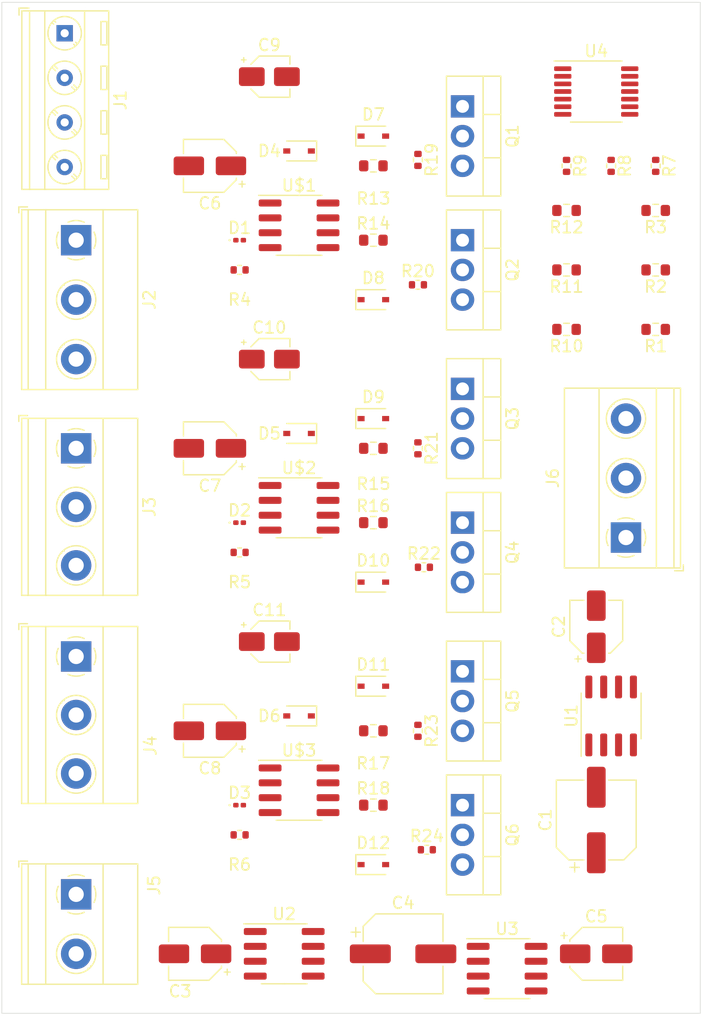
<source format=kicad_pcb>
(kicad_pcb (version 20171130) (host pcbnew "(5.1.10)-1")

  (general
    (thickness 1.6)
    (drawings 4)
    (tracks 0)
    (zones 0)
    (modules 66)
    (nets 51)
  )

  (page A4)
  (title_block
    (title "BLDC ESC")
    (company Logikos)
  )

  (layers
    (0 Top signal)
    (31 Bottom signal)
    (33 F.Adhes user)
    (35 F.Paste user)
    (37 F.SilkS user)
    (38 B.Mask user)
    (39 F.Mask user)
    (40 Dwgs.User user)
    (41 Cmts.User user)
    (42 Eco1.User user)
    (43 Eco2.User user)
    (44 Edge.Cuts user)
    (45 Margin user)
    (46 B.CrtYd user)
    (47 F.CrtYd user)
    (49 F.Fab user)
  )

  (setup
    (last_trace_width 0.25)
    (user_trace_width 0.15)
    (user_trace_width 0.2)
    (user_trace_width 0.25)
    (user_trace_width 0.3)
    (user_trace_width 0.35)
    (user_trace_width 0.4)
    (user_trace_width 0.5)
    (user_trace_width 0.6)
    (user_trace_width 0.8)
    (user_trace_width 1)
    (user_trace_width 1.5)
    (user_trace_width 2)
    (user_trace_width 2.5)
    (user_trace_width 3)
    (user_trace_width 4)
    (user_trace_width 5)
    (trace_clearance 0.15)
    (zone_clearance 0.508)
    (zone_45_only no)
    (trace_min 0.15)
    (via_size 0.8)
    (via_drill 0.4)
    (via_min_size 0.6)
    (via_min_drill 0.35)
    (uvia_size 0.3)
    (uvia_drill 0.1)
    (uvias_allowed no)
    (uvia_min_size 0.15)
    (uvia_min_drill 0.1)
    (edge_width 0.05)
    (segment_width 0.2)
    (pcb_text_width 0.3)
    (pcb_text_size 1.5 1.5)
    (mod_edge_width 0.12)
    (mod_text_size 1 1)
    (mod_text_width 0.15)
    (pad_size 2.6 2.6)
    (pad_drill 1.3)
    (pad_to_mask_clearance 0)
    (aux_axis_origin 0 0)
    (visible_elements 7FFFFFFF)
    (pcbplotparams
      (layerselection 0x010fc_ffffffff)
      (usegerberextensions false)
      (usegerberattributes true)
      (usegerberadvancedattributes true)
      (creategerberjobfile true)
      (excludeedgelayer true)
      (linewidth 0.100000)
      (plotframeref false)
      (viasonmask false)
      (mode 1)
      (useauxorigin false)
      (hpglpennumber 1)
      (hpglpenspeed 20)
      (hpglpendiameter 15.000000)
      (psnegative false)
      (psa4output false)
      (plotreference true)
      (plotvalue true)
      (plotinvisibletext false)
      (padsonsilk false)
      (subtractmaskfromsilk false)
      (outputformat 1)
      (mirror false)
      (drillshape 1)
      (scaleselection 1)
      (outputdirectory ""))
  )

  (net 0 "")
  (net 1 0)
  (net 2 GND)
  (net 3 /CurrentSensor)
  (net 4 /Vsys5v)
  (net 5 /Vsys)
  (net 6 /Vdd3.3v)
  (net 7 "Net-(C9-Pad1)")
  (net 8 "Net-(C9-Pad2)")
  (net 9 "Net-(C10-Pad2)")
  (net 10 "Net-(C10-Pad1)")
  (net 11 "Net-(C11-Pad1)")
  (net 12 "Net-(C11-Pad2)")
  (net 13 /SD_A)
  (net 14 "Net-(D1-Pad1)")
  (net 15 "Net-(D2-Pad1)")
  (net 16 /SD_B)
  (net 17 "Net-(D3-Pad1)")
  (net 18 /SD_C)
  (net 19 "Net-(D7-Pad2)")
  (net 20 "Net-(D7-Pad1)")
  (net 21 "Net-(D8-Pad1)")
  (net 22 "Net-(D8-Pad2)")
  (net 23 "Net-(D9-Pad2)")
  (net 24 "Net-(D9-Pad1)")
  (net 25 "Net-(D10-Pad1)")
  (net 26 "Net-(D10-Pad2)")
  (net 27 "Net-(D11-Pad2)")
  (net 28 "Net-(D11-Pad1)")
  (net 29 "Net-(D12-Pad1)")
  (net 30 "Net-(D12-Pad2)")
  (net 31 /AIN0)
  (net 32 /AIN1)
  (net 33 /AIN2)
  (net 34 /AIN3)
  (net 35 /PWM_A)
  (net 36 /PWM_B)
  (net 37 /PWM_C)
  (net 38 /COMP3)
  (net 39 /COMP0)
  (net 40 /COMP1)
  (net 41 /COMP2)
  (net 42 "Net-(U1-Pad5)")
  (net 43 "Net-(U1-Pad4)")
  (net 44 "Net-(U2-Pad6)")
  (net 45 "Net-(U3-Pad4)")
  (net 46 "Net-(U3-Pad5)")
  (net 47 /Vsys5V)
  (net 48 "Net-(U4-Pad10)")
  (net 49 "Net-(U4-Pad11)")
  (net 50 "Net-(U4-Pad13)")

  (net_class Default "This is the default net class."
    (clearance 0.15)
    (trace_width 0.25)
    (via_dia 0.8)
    (via_drill 0.4)
    (uvia_dia 0.3)
    (uvia_drill 0.1)
    (add_net /AIN0)
    (add_net /AIN1)
    (add_net /AIN2)
    (add_net /AIN3)
    (add_net /COMP0)
    (add_net /COMP1)
    (add_net /COMP2)
    (add_net /COMP3)
    (add_net /CurrentSensor)
    (add_net /PWM_A)
    (add_net /PWM_B)
    (add_net /PWM_C)
    (add_net /SD_A)
    (add_net /SD_B)
    (add_net /SD_C)
    (add_net /Vdd3.3v)
    (add_net /Vsys)
    (add_net /Vsys5V)
    (add_net /Vsys5v)
    (add_net 0)
    (add_net GND)
    (add_net "Net-(C10-Pad1)")
    (add_net "Net-(C10-Pad2)")
    (add_net "Net-(C11-Pad1)")
    (add_net "Net-(C11-Pad2)")
    (add_net "Net-(C9-Pad1)")
    (add_net "Net-(C9-Pad2)")
    (add_net "Net-(D1-Pad1)")
    (add_net "Net-(D10-Pad1)")
    (add_net "Net-(D10-Pad2)")
    (add_net "Net-(D11-Pad1)")
    (add_net "Net-(D11-Pad2)")
    (add_net "Net-(D12-Pad1)")
    (add_net "Net-(D12-Pad2)")
    (add_net "Net-(D2-Pad1)")
    (add_net "Net-(D3-Pad1)")
    (add_net "Net-(D7-Pad1)")
    (add_net "Net-(D7-Pad2)")
    (add_net "Net-(D8-Pad1)")
    (add_net "Net-(D8-Pad2)")
    (add_net "Net-(D9-Pad1)")
    (add_net "Net-(D9-Pad2)")
    (add_net "Net-(U1-Pad4)")
    (add_net "Net-(U1-Pad5)")
    (add_net "Net-(U2-Pad6)")
    (add_net "Net-(U3-Pad4)")
    (add_net "Net-(U3-Pad5)")
    (add_net "Net-(U4-Pad10)")
    (add_net "Net-(U4-Pad11)")
    (add_net "Net-(U4-Pad13)")
  )

  (module Capacitor_SMD:CP_Elec_6.3x5.3 (layer Top) (tedit 5BCA39D0) (tstamp 60EF447B)
    (at 170.18 118.11 90)
    (descr "SMD capacitor, aluminum electrolytic, Cornell Dubilier, 6.3x5.3mm")
    (tags "capacitor electrolytic")
    (path /61069187)
    (attr smd)
    (fp_text reference C1 (at 0 -4.35 90) (layer F.SilkS)
      (effects (font (size 1 1) (thickness 0.15)))
    )
    (fp_text value ".33 uF" (at 1.152408 4.605244 90) (layer F.Fab)
      (effects (font (size 1 1) (thickness 0.15)))
    )
    (fp_line (start -4.8 1.05) (end -3.55 1.05) (layer F.CrtYd) (width 0.05))
    (fp_line (start -4.8 -1.05) (end -4.8 1.05) (layer F.CrtYd) (width 0.05))
    (fp_line (start -3.55 -1.05) (end -4.8 -1.05) (layer F.CrtYd) (width 0.05))
    (fp_line (start -3.55 1.05) (end -3.55 2.4) (layer F.CrtYd) (width 0.05))
    (fp_line (start -3.55 -2.4) (end -3.55 -1.05) (layer F.CrtYd) (width 0.05))
    (fp_line (start -3.55 -2.4) (end -2.4 -3.55) (layer F.CrtYd) (width 0.05))
    (fp_line (start -3.55 2.4) (end -2.4 3.55) (layer F.CrtYd) (width 0.05))
    (fp_line (start -2.4 -3.55) (end 3.55 -3.55) (layer F.CrtYd) (width 0.05))
    (fp_line (start -2.4 3.55) (end 3.55 3.55) (layer F.CrtYd) (width 0.05))
    (fp_line (start 3.55 1.05) (end 3.55 3.55) (layer F.CrtYd) (width 0.05))
    (fp_line (start 4.8 1.05) (end 3.55 1.05) (layer F.CrtYd) (width 0.05))
    (fp_line (start 4.8 -1.05) (end 4.8 1.05) (layer F.CrtYd) (width 0.05))
    (fp_line (start 3.55 -1.05) (end 4.8 -1.05) (layer F.CrtYd) (width 0.05))
    (fp_line (start 3.55 -3.55) (end 3.55 -1.05) (layer F.CrtYd) (width 0.05))
    (fp_line (start -4.04375 -2.24125) (end -4.04375 -1.45375) (layer F.SilkS) (width 0.12))
    (fp_line (start -4.4375 -1.8475) (end -3.65 -1.8475) (layer F.SilkS) (width 0.12))
    (fp_line (start -3.41 2.345563) (end -2.345563 3.41) (layer F.SilkS) (width 0.12))
    (fp_line (start -3.41 -2.345563) (end -2.345563 -3.41) (layer F.SilkS) (width 0.12))
    (fp_line (start -3.41 -2.345563) (end -3.41 -1.06) (layer F.SilkS) (width 0.12))
    (fp_line (start -3.41 2.345563) (end -3.41 1.06) (layer F.SilkS) (width 0.12))
    (fp_line (start -2.345563 3.41) (end 3.41 3.41) (layer F.SilkS) (width 0.12))
    (fp_line (start -2.345563 -3.41) (end 3.41 -3.41) (layer F.SilkS) (width 0.12))
    (fp_line (start 3.41 -3.41) (end 3.41 -1.06) (layer F.SilkS) (width 0.12))
    (fp_line (start 3.41 3.41) (end 3.41 1.06) (layer F.SilkS) (width 0.12))
    (fp_line (start -2.389838 -1.645) (end -2.389838 -1.015) (layer F.Fab) (width 0.1))
    (fp_line (start -2.704838 -1.33) (end -2.074838 -1.33) (layer F.Fab) (width 0.1))
    (fp_line (start -3.3 2.3) (end -2.3 3.3) (layer F.Fab) (width 0.1))
    (fp_line (start -3.3 -2.3) (end -2.3 -3.3) (layer F.Fab) (width 0.1))
    (fp_line (start -3.3 -2.3) (end -3.3 2.3) (layer F.Fab) (width 0.1))
    (fp_line (start -2.3 3.3) (end 3.3 3.3) (layer F.Fab) (width 0.1))
    (fp_line (start -2.3 -3.3) (end 3.3 -3.3) (layer F.Fab) (width 0.1))
    (fp_line (start 3.3 -3.3) (end 3.3 3.3) (layer F.Fab) (width 0.1))
    (fp_circle (center 0 0) (end 3.15 0) (layer F.Fab) (width 0.1))
    (fp_text user %R (at 0 0 90) (layer F.Fab)
      (effects (font (size 1 1) (thickness 0.15)))
    )
    (pad 2 smd roundrect (at 2.8 0 90) (size 3.5 1.6) (layers Top F.Paste F.Mask) (roundrect_rratio 0.15625)
      (net 2 GND))
    (pad 1 smd roundrect (at -2.8 0 90) (size 3.5 1.6) (layers Top F.Paste F.Mask) (roundrect_rratio 0.15625)
      (net 3 /CurrentSensor))
    (model ${KISYS3DMOD}/Capacitor_SMD.3dshapes/CP_Elec_6.3x5.3.wrl
      (at (xyz 0 0 0))
      (scale (xyz 1 1 1))
      (rotate (xyz 0 0 0))
    )
  )

  (module Capacitor_SMD:CP_Elec_4x5.4 (layer Top) (tedit 5BCA39CF) (tstamp 60EF44A3)
    (at 170.18 101.6 90)
    (descr "SMD capacitor, aluminum electrolytic, Panasonic A5 / Nichicon, 4.0x5.4mm")
    (tags "capacitor electrolytic")
    (path /6106917D)
    (attr smd)
    (fp_text reference C2 (at 0 -3.2 90) (layer F.SilkS)
      (effects (font (size 1 1) (thickness 0.15)))
    )
    (fp_text value ".1 uF" (at 0 3.2 90) (layer F.Fab)
      (effects (font (size 1 1) (thickness 0.15)))
    )
    (fp_circle (center 0 0) (end 2 0) (layer F.Fab) (width 0.1))
    (fp_line (start 2.15 -2.15) (end 2.15 2.15) (layer F.Fab) (width 0.1))
    (fp_line (start -1.15 -2.15) (end 2.15 -2.15) (layer F.Fab) (width 0.1))
    (fp_line (start -1.15 2.15) (end 2.15 2.15) (layer F.Fab) (width 0.1))
    (fp_line (start -2.15 -1.15) (end -2.15 1.15) (layer F.Fab) (width 0.1))
    (fp_line (start -2.15 -1.15) (end -1.15 -2.15) (layer F.Fab) (width 0.1))
    (fp_line (start -2.15 1.15) (end -1.15 2.15) (layer F.Fab) (width 0.1))
    (fp_line (start -1.574773 -1) (end -1.174773 -1) (layer F.Fab) (width 0.1))
    (fp_line (start -1.374773 -1.2) (end -1.374773 -0.8) (layer F.Fab) (width 0.1))
    (fp_line (start 2.26 2.26) (end 2.26 1.06) (layer F.SilkS) (width 0.12))
    (fp_line (start 2.26 -2.26) (end 2.26 -1.06) (layer F.SilkS) (width 0.12))
    (fp_line (start -1.195563 -2.26) (end 2.26 -2.26) (layer F.SilkS) (width 0.12))
    (fp_line (start -1.195563 2.26) (end 2.26 2.26) (layer F.SilkS) (width 0.12))
    (fp_line (start -2.26 1.195563) (end -2.26 1.06) (layer F.SilkS) (width 0.12))
    (fp_line (start -2.26 -1.195563) (end -2.26 -1.06) (layer F.SilkS) (width 0.12))
    (fp_line (start -2.26 -1.195563) (end -1.195563 -2.26) (layer F.SilkS) (width 0.12))
    (fp_line (start -2.26 1.195563) (end -1.195563 2.26) (layer F.SilkS) (width 0.12))
    (fp_line (start -3 -1.56) (end -2.5 -1.56) (layer F.SilkS) (width 0.12))
    (fp_line (start -2.75 -1.81) (end -2.75 -1.31) (layer F.SilkS) (width 0.12))
    (fp_line (start 2.4 -2.4) (end 2.4 -1.05) (layer F.CrtYd) (width 0.05))
    (fp_line (start 2.4 -1.05) (end 3.35 -1.05) (layer F.CrtYd) (width 0.05))
    (fp_line (start 3.35 -1.05) (end 3.35 1.05) (layer F.CrtYd) (width 0.05))
    (fp_line (start 3.35 1.05) (end 2.4 1.05) (layer F.CrtYd) (width 0.05))
    (fp_line (start 2.4 1.05) (end 2.4 2.4) (layer F.CrtYd) (width 0.05))
    (fp_line (start -1.25 2.4) (end 2.4 2.4) (layer F.CrtYd) (width 0.05))
    (fp_line (start -1.25 -2.4) (end 2.4 -2.4) (layer F.CrtYd) (width 0.05))
    (fp_line (start -2.4 1.25) (end -1.25 2.4) (layer F.CrtYd) (width 0.05))
    (fp_line (start -2.4 -1.25) (end -1.25 -2.4) (layer F.CrtYd) (width 0.05))
    (fp_line (start -2.4 -1.25) (end -2.4 -1.05) (layer F.CrtYd) (width 0.05))
    (fp_line (start -2.4 1.05) (end -2.4 1.25) (layer F.CrtYd) (width 0.05))
    (fp_line (start -2.4 -1.05) (end -3.35 -1.05) (layer F.CrtYd) (width 0.05))
    (fp_line (start -3.35 -1.05) (end -3.35 1.05) (layer F.CrtYd) (width 0.05))
    (fp_line (start -3.35 1.05) (end -2.4 1.05) (layer F.CrtYd) (width 0.05))
    (fp_text user %R (at 0 0 90) (layer F.Fab)
      (effects (font (size 0.8 0.8) (thickness 0.12)))
    )
    (pad 1 smd roundrect (at -1.8 0 90) (size 2.6 1.6) (layers Top F.Paste F.Mask) (roundrect_rratio 0.15625)
      (net 4 /Vsys5v))
    (pad 2 smd roundrect (at 1.8 0 90) (size 2.6 1.6) (layers Top F.Paste F.Mask) (roundrect_rratio 0.15625)
      (net 2 GND))
    (model ${KISYS3DMOD}/Capacitor_SMD.3dshapes/CP_Elec_4x5.4.wrl
      (at (xyz 0 0 0))
      (scale (xyz 1 1 1))
      (rotate (xyz 0 0 0))
    )
  )

  (module Capacitor_SMD:CP_Elec_4x5.4 (layer Top) (tedit 5BCA39CF) (tstamp 60EF44CB)
    (at 135.89 129.54 180)
    (descr "SMD capacitor, aluminum electrolytic, Panasonic A5 / Nichicon, 4.0x5.4mm")
    (tags "capacitor electrolytic")
    (path /616F5B56)
    (attr smd)
    (fp_text reference C3 (at 1.27 -3.2) (layer F.SilkS)
      (effects (font (size 1 1) (thickness 0.15)))
    )
    (fp_text value ".1 uF" (at 0 3.2) (layer F.Fab)
      (effects (font (size 1 1) (thickness 0.15)))
    )
    (fp_line (start -3.35 1.05) (end -2.4 1.05) (layer F.CrtYd) (width 0.05))
    (fp_line (start -3.35 -1.05) (end -3.35 1.05) (layer F.CrtYd) (width 0.05))
    (fp_line (start -2.4 -1.05) (end -3.35 -1.05) (layer F.CrtYd) (width 0.05))
    (fp_line (start -2.4 1.05) (end -2.4 1.25) (layer F.CrtYd) (width 0.05))
    (fp_line (start -2.4 -1.25) (end -2.4 -1.05) (layer F.CrtYd) (width 0.05))
    (fp_line (start -2.4 -1.25) (end -1.25 -2.4) (layer F.CrtYd) (width 0.05))
    (fp_line (start -2.4 1.25) (end -1.25 2.4) (layer F.CrtYd) (width 0.05))
    (fp_line (start -1.25 -2.4) (end 2.4 -2.4) (layer F.CrtYd) (width 0.05))
    (fp_line (start -1.25 2.4) (end 2.4 2.4) (layer F.CrtYd) (width 0.05))
    (fp_line (start 2.4 1.05) (end 2.4 2.4) (layer F.CrtYd) (width 0.05))
    (fp_line (start 3.35 1.05) (end 2.4 1.05) (layer F.CrtYd) (width 0.05))
    (fp_line (start 3.35 -1.05) (end 3.35 1.05) (layer F.CrtYd) (width 0.05))
    (fp_line (start 2.4 -1.05) (end 3.35 -1.05) (layer F.CrtYd) (width 0.05))
    (fp_line (start 2.4 -2.4) (end 2.4 -1.05) (layer F.CrtYd) (width 0.05))
    (fp_line (start -2.75 -1.81) (end -2.75 -1.31) (layer F.SilkS) (width 0.12))
    (fp_line (start -3 -1.56) (end -2.5 -1.56) (layer F.SilkS) (width 0.12))
    (fp_line (start -2.26 1.195563) (end -1.195563 2.26) (layer F.SilkS) (width 0.12))
    (fp_line (start -2.26 -1.195563) (end -1.195563 -2.26) (layer F.SilkS) (width 0.12))
    (fp_line (start -2.26 -1.195563) (end -2.26 -1.06) (layer F.SilkS) (width 0.12))
    (fp_line (start -2.26 1.195563) (end -2.26 1.06) (layer F.SilkS) (width 0.12))
    (fp_line (start -1.195563 2.26) (end 2.26 2.26) (layer F.SilkS) (width 0.12))
    (fp_line (start -1.195563 -2.26) (end 2.26 -2.26) (layer F.SilkS) (width 0.12))
    (fp_line (start 2.26 -2.26) (end 2.26 -1.06) (layer F.SilkS) (width 0.12))
    (fp_line (start 2.26 2.26) (end 2.26 1.06) (layer F.SilkS) (width 0.12))
    (fp_line (start -1.374773 -1.2) (end -1.374773 -0.8) (layer F.Fab) (width 0.1))
    (fp_line (start -1.574773 -1) (end -1.174773 -1) (layer F.Fab) (width 0.1))
    (fp_line (start -2.15 1.15) (end -1.15 2.15) (layer F.Fab) (width 0.1))
    (fp_line (start -2.15 -1.15) (end -1.15 -2.15) (layer F.Fab) (width 0.1))
    (fp_line (start -2.15 -1.15) (end -2.15 1.15) (layer F.Fab) (width 0.1))
    (fp_line (start -1.15 2.15) (end 2.15 2.15) (layer F.Fab) (width 0.1))
    (fp_line (start -1.15 -2.15) (end 2.15 -2.15) (layer F.Fab) (width 0.1))
    (fp_line (start 2.15 -2.15) (end 2.15 2.15) (layer F.Fab) (width 0.1))
    (fp_circle (center 0 0) (end 2 0) (layer F.Fab) (width 0.1))
    (fp_text user %R (at 0 0) (layer F.Fab)
      (effects (font (size 0.8 0.8) (thickness 0.12)))
    )
    (pad 2 smd roundrect (at 1.8 0 180) (size 2.6 1.6) (layers Top F.Paste F.Mask) (roundrect_rratio 0.15625)
      (net 1 0))
    (pad 1 smd roundrect (at -1.8 0 180) (size 2.6 1.6) (layers Top F.Paste F.Mask) (roundrect_rratio 0.15625)
      (net 4 /Vsys5v))
    (model ${KISYS3DMOD}/Capacitor_SMD.3dshapes/CP_Elec_4x5.4.wrl
      (at (xyz 0 0 0))
      (scale (xyz 1 1 1))
      (rotate (xyz 0 0 0))
    )
  )

  (module Capacitor_SMD:CP_Elec_6.3x5.3 (layer Top) (tedit 5BCA39D0) (tstamp 60EF44F3)
    (at 153.67 129.54)
    (descr "SMD capacitor, aluminum electrolytic, Cornell Dubilier, 6.3x5.3mm")
    (tags "capacitor electrolytic")
    (path /60EE337F)
    (attr smd)
    (fp_text reference C4 (at 0 -4.35) (layer F.SilkS)
      (effects (font (size 1 1) (thickness 0.15)))
    )
    (fp_text value ".33 uF" (at 0 4.35) (layer F.Fab)
      (effects (font (size 1 1) (thickness 0.15)))
    )
    (fp_circle (center 0 0) (end 3.15 0) (layer F.Fab) (width 0.1))
    (fp_line (start 3.3 -3.3) (end 3.3 3.3) (layer F.Fab) (width 0.1))
    (fp_line (start -2.3 -3.3) (end 3.3 -3.3) (layer F.Fab) (width 0.1))
    (fp_line (start -2.3 3.3) (end 3.3 3.3) (layer F.Fab) (width 0.1))
    (fp_line (start -3.3 -2.3) (end -3.3 2.3) (layer F.Fab) (width 0.1))
    (fp_line (start -3.3 -2.3) (end -2.3 -3.3) (layer F.Fab) (width 0.1))
    (fp_line (start -3.3 2.3) (end -2.3 3.3) (layer F.Fab) (width 0.1))
    (fp_line (start -2.704838 -1.33) (end -2.074838 -1.33) (layer F.Fab) (width 0.1))
    (fp_line (start -2.389838 -1.645) (end -2.389838 -1.015) (layer F.Fab) (width 0.1))
    (fp_line (start 3.41 3.41) (end 3.41 1.06) (layer F.SilkS) (width 0.12))
    (fp_line (start 3.41 -3.41) (end 3.41 -1.06) (layer F.SilkS) (width 0.12))
    (fp_line (start -2.345563 -3.41) (end 3.41 -3.41) (layer F.SilkS) (width 0.12))
    (fp_line (start -2.345563 3.41) (end 3.41 3.41) (layer F.SilkS) (width 0.12))
    (fp_line (start -3.41 2.345563) (end -3.41 1.06) (layer F.SilkS) (width 0.12))
    (fp_line (start -3.41 -2.345563) (end -3.41 -1.06) (layer F.SilkS) (width 0.12))
    (fp_line (start -3.41 -2.345563) (end -2.345563 -3.41) (layer F.SilkS) (width 0.12))
    (fp_line (start -3.41 2.345563) (end -2.345563 3.41) (layer F.SilkS) (width 0.12))
    (fp_line (start -4.4375 -1.8475) (end -3.65 -1.8475) (layer F.SilkS) (width 0.12))
    (fp_line (start -4.04375 -2.24125) (end -4.04375 -1.45375) (layer F.SilkS) (width 0.12))
    (fp_line (start 3.55 -3.55) (end 3.55 -1.05) (layer F.CrtYd) (width 0.05))
    (fp_line (start 3.55 -1.05) (end 4.8 -1.05) (layer F.CrtYd) (width 0.05))
    (fp_line (start 4.8 -1.05) (end 4.8 1.05) (layer F.CrtYd) (width 0.05))
    (fp_line (start 4.8 1.05) (end 3.55 1.05) (layer F.CrtYd) (width 0.05))
    (fp_line (start 3.55 1.05) (end 3.55 3.55) (layer F.CrtYd) (width 0.05))
    (fp_line (start -2.4 3.55) (end 3.55 3.55) (layer F.CrtYd) (width 0.05))
    (fp_line (start -2.4 -3.55) (end 3.55 -3.55) (layer F.CrtYd) (width 0.05))
    (fp_line (start -3.55 2.4) (end -2.4 3.55) (layer F.CrtYd) (width 0.05))
    (fp_line (start -3.55 -2.4) (end -2.4 -3.55) (layer F.CrtYd) (width 0.05))
    (fp_line (start -3.55 -2.4) (end -3.55 -1.05) (layer F.CrtYd) (width 0.05))
    (fp_line (start -3.55 1.05) (end -3.55 2.4) (layer F.CrtYd) (width 0.05))
    (fp_line (start -3.55 -1.05) (end -4.8 -1.05) (layer F.CrtYd) (width 0.05))
    (fp_line (start -4.8 -1.05) (end -4.8 1.05) (layer F.CrtYd) (width 0.05))
    (fp_line (start -4.8 1.05) (end -3.55 1.05) (layer F.CrtYd) (width 0.05))
    (fp_text user %R (at 0 0) (layer F.Fab)
      (effects (font (size 1 1) (thickness 0.15)))
    )
    (pad 1 smd roundrect (at -2.8 0) (size 3.5 1.6) (layers Top F.Paste F.Mask) (roundrect_rratio 0.15625)
      (net 3 /CurrentSensor))
    (pad 2 smd roundrect (at 2.8 0) (size 3.5 1.6) (layers Top F.Paste F.Mask) (roundrect_rratio 0.15625)
      (net 2 GND))
    (model ${KISYS3DMOD}/Capacitor_SMD.3dshapes/CP_Elec_6.3x5.3.wrl
      (at (xyz 0 0 0))
      (scale (xyz 1 1 1))
      (rotate (xyz 0 0 0))
    )
  )

  (module Capacitor_SMD:CP_Elec_4x5.4 (layer Top) (tedit 5BCA39CF) (tstamp 60EF451B)
    (at 170.18 129.54)
    (descr "SMD capacitor, aluminum electrolytic, Panasonic A5 / Nichicon, 4.0x5.4mm")
    (tags "capacitor electrolytic")
    (path /60ED68BC)
    (attr smd)
    (fp_text reference C5 (at 0 -3.2) (layer F.SilkS)
      (effects (font (size 1 1) (thickness 0.15)))
    )
    (fp_text value ".1 uF" (at 0 3.2) (layer F.Fab)
      (effects (font (size 1 1) (thickness 0.15)))
    )
    (fp_circle (center 0 0) (end 2 0) (layer F.Fab) (width 0.1))
    (fp_line (start 2.15 -2.15) (end 2.15 2.15) (layer F.Fab) (width 0.1))
    (fp_line (start -1.15 -2.15) (end 2.15 -2.15) (layer F.Fab) (width 0.1))
    (fp_line (start -1.15 2.15) (end 2.15 2.15) (layer F.Fab) (width 0.1))
    (fp_line (start -2.15 -1.15) (end -2.15 1.15) (layer F.Fab) (width 0.1))
    (fp_line (start -2.15 -1.15) (end -1.15 -2.15) (layer F.Fab) (width 0.1))
    (fp_line (start -2.15 1.15) (end -1.15 2.15) (layer F.Fab) (width 0.1))
    (fp_line (start -1.574773 -1) (end -1.174773 -1) (layer F.Fab) (width 0.1))
    (fp_line (start -1.374773 -1.2) (end -1.374773 -0.8) (layer F.Fab) (width 0.1))
    (fp_line (start 2.26 2.26) (end 2.26 1.06) (layer F.SilkS) (width 0.12))
    (fp_line (start 2.26 -2.26) (end 2.26 -1.06) (layer F.SilkS) (width 0.12))
    (fp_line (start -1.195563 -2.26) (end 2.26 -2.26) (layer F.SilkS) (width 0.12))
    (fp_line (start -1.195563 2.26) (end 2.26 2.26) (layer F.SilkS) (width 0.12))
    (fp_line (start -2.26 1.195563) (end -2.26 1.06) (layer F.SilkS) (width 0.12))
    (fp_line (start -2.26 -1.195563) (end -2.26 -1.06) (layer F.SilkS) (width 0.12))
    (fp_line (start -2.26 -1.195563) (end -1.195563 -2.26) (layer F.SilkS) (width 0.12))
    (fp_line (start -2.26 1.195563) (end -1.195563 2.26) (layer F.SilkS) (width 0.12))
    (fp_line (start -3 -1.56) (end -2.5 -1.56) (layer F.SilkS) (width 0.12))
    (fp_line (start -2.75 -1.81) (end -2.75 -1.31) (layer F.SilkS) (width 0.12))
    (fp_line (start 2.4 -2.4) (end 2.4 -1.05) (layer F.CrtYd) (width 0.05))
    (fp_line (start 2.4 -1.05) (end 3.35 -1.05) (layer F.CrtYd) (width 0.05))
    (fp_line (start 3.35 -1.05) (end 3.35 1.05) (layer F.CrtYd) (width 0.05))
    (fp_line (start 3.35 1.05) (end 2.4 1.05) (layer F.CrtYd) (width 0.05))
    (fp_line (start 2.4 1.05) (end 2.4 2.4) (layer F.CrtYd) (width 0.05))
    (fp_line (start -1.25 2.4) (end 2.4 2.4) (layer F.CrtYd) (width 0.05))
    (fp_line (start -1.25 -2.4) (end 2.4 -2.4) (layer F.CrtYd) (width 0.05))
    (fp_line (start -2.4 1.25) (end -1.25 2.4) (layer F.CrtYd) (width 0.05))
    (fp_line (start -2.4 -1.25) (end -1.25 -2.4) (layer F.CrtYd) (width 0.05))
    (fp_line (start -2.4 -1.25) (end -2.4 -1.05) (layer F.CrtYd) (width 0.05))
    (fp_line (start -2.4 1.05) (end -2.4 1.25) (layer F.CrtYd) (width 0.05))
    (fp_line (start -2.4 -1.05) (end -3.35 -1.05) (layer F.CrtYd) (width 0.05))
    (fp_line (start -3.35 -1.05) (end -3.35 1.05) (layer F.CrtYd) (width 0.05))
    (fp_line (start -3.35 1.05) (end -2.4 1.05) (layer F.CrtYd) (width 0.05))
    (fp_text user %R (at 0 0) (layer F.Fab)
      (effects (font (size 0.8 0.8) (thickness 0.12)))
    )
    (pad 1 smd roundrect (at -1.8 0) (size 2.6 1.6) (layers Top F.Paste F.Mask) (roundrect_rratio 0.15625)
      (net 6 /Vdd3.3v))
    (pad 2 smd roundrect (at 1.8 0) (size 2.6 1.6) (layers Top F.Paste F.Mask) (roundrect_rratio 0.15625)
      (net 2 GND))
    (model ${KISYS3DMOD}/Capacitor_SMD.3dshapes/CP_Elec_4x5.4.wrl
      (at (xyz 0 0 0))
      (scale (xyz 1 1 1))
      (rotate (xyz 0 0 0))
    )
  )

  (module Capacitor_SMD:CP_Elec_4x5.3 (layer Top) (tedit 5BCA39CF) (tstamp 60EF4543)
    (at 137.16 62.23 180)
    (descr "SMD capacitor, aluminum electrolytic, Vishay, 4.0x5.3mm")
    (tags "capacitor electrolytic")
    (path /4A3211F2)
    (attr smd)
    (fp_text reference C6 (at 0 -3.2) (layer F.SilkS)
      (effects (font (size 1 1) (thickness 0.15)))
    )
    (fp_text value 10micro (at 2.54 5.08) (layer F.Fab)
      (effects (font (size 1 1) (thickness 0.15)))
    )
    (fp_circle (center 0 0) (end 2 0) (layer F.Fab) (width 0.1))
    (fp_line (start 2.15 -2.15) (end 2.15 2.15) (layer F.Fab) (width 0.1))
    (fp_line (start -1.15 -2.15) (end 2.15 -2.15) (layer F.Fab) (width 0.1))
    (fp_line (start -1.15 2.15) (end 2.15 2.15) (layer F.Fab) (width 0.1))
    (fp_line (start -2.15 -1.15) (end -2.15 1.15) (layer F.Fab) (width 0.1))
    (fp_line (start -2.15 -1.15) (end -1.15 -2.15) (layer F.Fab) (width 0.1))
    (fp_line (start -2.15 1.15) (end -1.15 2.15) (layer F.Fab) (width 0.1))
    (fp_line (start -1.574773 -1) (end -1.174773 -1) (layer F.Fab) (width 0.1))
    (fp_line (start -1.374773 -1.2) (end -1.374773 -0.8) (layer F.Fab) (width 0.1))
    (fp_line (start 2.26 2.26) (end 2.26 1.06) (layer F.SilkS) (width 0.12))
    (fp_line (start 2.26 -2.26) (end 2.26 -1.06) (layer F.SilkS) (width 0.12))
    (fp_line (start -1.195563 -2.26) (end 2.26 -2.26) (layer F.SilkS) (width 0.12))
    (fp_line (start -1.195563 2.26) (end 2.26 2.26) (layer F.SilkS) (width 0.12))
    (fp_line (start -2.26 1.195563) (end -2.26 1.06) (layer F.SilkS) (width 0.12))
    (fp_line (start -2.26 -1.195563) (end -2.26 -1.06) (layer F.SilkS) (width 0.12))
    (fp_line (start -2.26 -1.195563) (end -1.195563 -2.26) (layer F.SilkS) (width 0.12))
    (fp_line (start -2.26 1.195563) (end -1.195563 2.26) (layer F.SilkS) (width 0.12))
    (fp_line (start -3 -1.56) (end -2.5 -1.56) (layer F.SilkS) (width 0.12))
    (fp_line (start -2.75 -1.81) (end -2.75 -1.31) (layer F.SilkS) (width 0.12))
    (fp_line (start 2.4 -2.4) (end 2.4 -1.05) (layer F.CrtYd) (width 0.05))
    (fp_line (start 2.4 -1.05) (end 3.35 -1.05) (layer F.CrtYd) (width 0.05))
    (fp_line (start 3.35 -1.05) (end 3.35 1.05) (layer F.CrtYd) (width 0.05))
    (fp_line (start 3.35 1.05) (end 2.4 1.05) (layer F.CrtYd) (width 0.05))
    (fp_line (start 2.4 1.05) (end 2.4 2.4) (layer F.CrtYd) (width 0.05))
    (fp_line (start -1.25 2.4) (end 2.4 2.4) (layer F.CrtYd) (width 0.05))
    (fp_line (start -1.25 -2.4) (end 2.4 -2.4) (layer F.CrtYd) (width 0.05))
    (fp_line (start -2.4 1.25) (end -1.25 2.4) (layer F.CrtYd) (width 0.05))
    (fp_line (start -2.4 -1.25) (end -1.25 -2.4) (layer F.CrtYd) (width 0.05))
    (fp_line (start -2.4 -1.25) (end -2.4 -1.05) (layer F.CrtYd) (width 0.05))
    (fp_line (start -2.4 1.05) (end -2.4 1.25) (layer F.CrtYd) (width 0.05))
    (fp_line (start -2.4 -1.05) (end -3.35 -1.05) (layer F.CrtYd) (width 0.05))
    (fp_line (start -3.35 -1.05) (end -3.35 1.05) (layer F.CrtYd) (width 0.05))
    (fp_line (start -3.35 1.05) (end -2.4 1.05) (layer F.CrtYd) (width 0.05))
    (fp_text user %R (at 0 0) (layer F.Fab)
      (effects (font (size 0.8 0.8) (thickness 0.12)))
    )
    (pad 1 smd roundrect (at -1.8 0 180) (size 2.6 1.6) (layers Top F.Paste F.Mask) (roundrect_rratio 0.15625)
      (net 3 /CurrentSensor))
    (pad 2 smd roundrect (at 1.8 0 180) (size 2.6 1.6) (layers Top F.Paste F.Mask) (roundrect_rratio 0.15625)
      (net 1 0))
    (model ${KISYS3DMOD}/Capacitor_SMD.3dshapes/CP_Elec_4x5.3.wrl
      (at (xyz 0 0 0))
      (scale (xyz 1 1 1))
      (rotate (xyz 0 0 0))
    )
  )

  (module Capacitor_SMD:CP_Elec_4x5.3 (layer Top) (tedit 5BCA39CF) (tstamp 60EF456B)
    (at 137.16 86.36 180)
    (descr "SMD capacitor, aluminum electrolytic, Vishay, 4.0x5.3mm")
    (tags "capacitor electrolytic")
    (path /E9A510AF)
    (attr smd)
    (fp_text reference C7 (at 0 -3.2) (layer F.SilkS)
      (effects (font (size 1 1) (thickness 0.15)))
    )
    (fp_text value 10micro (at 2.54 5.08) (layer F.Fab)
      (effects (font (size 1 1) (thickness 0.15)))
    )
    (fp_line (start -3.35 1.05) (end -2.4 1.05) (layer F.CrtYd) (width 0.05))
    (fp_line (start -3.35 -1.05) (end -3.35 1.05) (layer F.CrtYd) (width 0.05))
    (fp_line (start -2.4 -1.05) (end -3.35 -1.05) (layer F.CrtYd) (width 0.05))
    (fp_line (start -2.4 1.05) (end -2.4 1.25) (layer F.CrtYd) (width 0.05))
    (fp_line (start -2.4 -1.25) (end -2.4 -1.05) (layer F.CrtYd) (width 0.05))
    (fp_line (start -2.4 -1.25) (end -1.25 -2.4) (layer F.CrtYd) (width 0.05))
    (fp_line (start -2.4 1.25) (end -1.25 2.4) (layer F.CrtYd) (width 0.05))
    (fp_line (start -1.25 -2.4) (end 2.4 -2.4) (layer F.CrtYd) (width 0.05))
    (fp_line (start -1.25 2.4) (end 2.4 2.4) (layer F.CrtYd) (width 0.05))
    (fp_line (start 2.4 1.05) (end 2.4 2.4) (layer F.CrtYd) (width 0.05))
    (fp_line (start 3.35 1.05) (end 2.4 1.05) (layer F.CrtYd) (width 0.05))
    (fp_line (start 3.35 -1.05) (end 3.35 1.05) (layer F.CrtYd) (width 0.05))
    (fp_line (start 2.4 -1.05) (end 3.35 -1.05) (layer F.CrtYd) (width 0.05))
    (fp_line (start 2.4 -2.4) (end 2.4 -1.05) (layer F.CrtYd) (width 0.05))
    (fp_line (start -2.75 -1.81) (end -2.75 -1.31) (layer F.SilkS) (width 0.12))
    (fp_line (start -3 -1.56) (end -2.5 -1.56) (layer F.SilkS) (width 0.12))
    (fp_line (start -2.26 1.195563) (end -1.195563 2.26) (layer F.SilkS) (width 0.12))
    (fp_line (start -2.26 -1.195563) (end -1.195563 -2.26) (layer F.SilkS) (width 0.12))
    (fp_line (start -2.26 -1.195563) (end -2.26 -1.06) (layer F.SilkS) (width 0.12))
    (fp_line (start -2.26 1.195563) (end -2.26 1.06) (layer F.SilkS) (width 0.12))
    (fp_line (start -1.195563 2.26) (end 2.26 2.26) (layer F.SilkS) (width 0.12))
    (fp_line (start -1.195563 -2.26) (end 2.26 -2.26) (layer F.SilkS) (width 0.12))
    (fp_line (start 2.26 -2.26) (end 2.26 -1.06) (layer F.SilkS) (width 0.12))
    (fp_line (start 2.26 2.26) (end 2.26 1.06) (layer F.SilkS) (width 0.12))
    (fp_line (start -1.374773 -1.2) (end -1.374773 -0.8) (layer F.Fab) (width 0.1))
    (fp_line (start -1.574773 -1) (end -1.174773 -1) (layer F.Fab) (width 0.1))
    (fp_line (start -2.15 1.15) (end -1.15 2.15) (layer F.Fab) (width 0.1))
    (fp_line (start -2.15 -1.15) (end -1.15 -2.15) (layer F.Fab) (width 0.1))
    (fp_line (start -2.15 -1.15) (end -2.15 1.15) (layer F.Fab) (width 0.1))
    (fp_line (start -1.15 2.15) (end 2.15 2.15) (layer F.Fab) (width 0.1))
    (fp_line (start -1.15 -2.15) (end 2.15 -2.15) (layer F.Fab) (width 0.1))
    (fp_line (start 2.15 -2.15) (end 2.15 2.15) (layer F.Fab) (width 0.1))
    (fp_circle (center 0 0) (end 2 0) (layer F.Fab) (width 0.1))
    (fp_text user %R (at 0 0) (layer F.Fab)
      (effects (font (size 0.8 0.8) (thickness 0.12)))
    )
    (pad 2 smd roundrect (at 1.8 0 180) (size 2.6 1.6) (layers Top F.Paste F.Mask) (roundrect_rratio 0.15625)
      (net 1 0))
    (pad 1 smd roundrect (at -1.8 0 180) (size 2.6 1.6) (layers Top F.Paste F.Mask) (roundrect_rratio 0.15625)
      (net 3 /CurrentSensor))
    (model ${KISYS3DMOD}/Capacitor_SMD.3dshapes/CP_Elec_4x5.3.wrl
      (at (xyz 0 0 0))
      (scale (xyz 1 1 1))
      (rotate (xyz 0 0 0))
    )
  )

  (module Capacitor_SMD:CP_Elec_4x5.3 (layer Top) (tedit 5BCA39CF) (tstamp 60EF4593)
    (at 137.16 110.49 180)
    (descr "SMD capacitor, aluminum electrolytic, Vishay, 4.0x5.3mm")
    (tags "capacitor electrolytic")
    (path /CD9B2B07)
    (attr smd)
    (fp_text reference C8 (at 0 -3.2) (layer F.SilkS)
      (effects (font (size 1 1) (thickness 0.15)))
    )
    (fp_text value 10micro (at 2.54 5.08) (layer F.Fab)
      (effects (font (size 1 1) (thickness 0.15)))
    )
    (fp_circle (center 0 0) (end 2 0) (layer F.Fab) (width 0.1))
    (fp_line (start 2.15 -2.15) (end 2.15 2.15) (layer F.Fab) (width 0.1))
    (fp_line (start -1.15 -2.15) (end 2.15 -2.15) (layer F.Fab) (width 0.1))
    (fp_line (start -1.15 2.15) (end 2.15 2.15) (layer F.Fab) (width 0.1))
    (fp_line (start -2.15 -1.15) (end -2.15 1.15) (layer F.Fab) (width 0.1))
    (fp_line (start -2.15 -1.15) (end -1.15 -2.15) (layer F.Fab) (width 0.1))
    (fp_line (start -2.15 1.15) (end -1.15 2.15) (layer F.Fab) (width 0.1))
    (fp_line (start -1.574773 -1) (end -1.174773 -1) (layer F.Fab) (width 0.1))
    (fp_line (start -1.374773 -1.2) (end -1.374773 -0.8) (layer F.Fab) (width 0.1))
    (fp_line (start 2.26 2.26) (end 2.26 1.06) (layer F.SilkS) (width 0.12))
    (fp_line (start 2.26 -2.26) (end 2.26 -1.06) (layer F.SilkS) (width 0.12))
    (fp_line (start -1.195563 -2.26) (end 2.26 -2.26) (layer F.SilkS) (width 0.12))
    (fp_line (start -1.195563 2.26) (end 2.26 2.26) (layer F.SilkS) (width 0.12))
    (fp_line (start -2.26 1.195563) (end -2.26 1.06) (layer F.SilkS) (width 0.12))
    (fp_line (start -2.26 -1.195563) (end -2.26 -1.06) (layer F.SilkS) (width 0.12))
    (fp_line (start -2.26 -1.195563) (end -1.195563 -2.26) (layer F.SilkS) (width 0.12))
    (fp_line (start -2.26 1.195563) (end -1.195563 2.26) (layer F.SilkS) (width 0.12))
    (fp_line (start -3 -1.56) (end -2.5 -1.56) (layer F.SilkS) (width 0.12))
    (fp_line (start -2.75 -1.81) (end -2.75 -1.31) (layer F.SilkS) (width 0.12))
    (fp_line (start 2.4 -2.4) (end 2.4 -1.05) (layer F.CrtYd) (width 0.05))
    (fp_line (start 2.4 -1.05) (end 3.35 -1.05) (layer F.CrtYd) (width 0.05))
    (fp_line (start 3.35 -1.05) (end 3.35 1.05) (layer F.CrtYd) (width 0.05))
    (fp_line (start 3.35 1.05) (end 2.4 1.05) (layer F.CrtYd) (width 0.05))
    (fp_line (start 2.4 1.05) (end 2.4 2.4) (layer F.CrtYd) (width 0.05))
    (fp_line (start -1.25 2.4) (end 2.4 2.4) (layer F.CrtYd) (width 0.05))
    (fp_line (start -1.25 -2.4) (end 2.4 -2.4) (layer F.CrtYd) (width 0.05))
    (fp_line (start -2.4 1.25) (end -1.25 2.4) (layer F.CrtYd) (width 0.05))
    (fp_line (start -2.4 -1.25) (end -1.25 -2.4) (layer F.CrtYd) (width 0.05))
    (fp_line (start -2.4 -1.25) (end -2.4 -1.05) (layer F.CrtYd) (width 0.05))
    (fp_line (start -2.4 1.05) (end -2.4 1.25) (layer F.CrtYd) (width 0.05))
    (fp_line (start -2.4 -1.05) (end -3.35 -1.05) (layer F.CrtYd) (width 0.05))
    (fp_line (start -3.35 -1.05) (end -3.35 1.05) (layer F.CrtYd) (width 0.05))
    (fp_line (start -3.35 1.05) (end -2.4 1.05) (layer F.CrtYd) (width 0.05))
    (fp_text user %R (at 0 0) (layer F.Fab)
      (effects (font (size 0.8 0.8) (thickness 0.12)))
    )
    (pad 1 smd roundrect (at -1.8 0 180) (size 2.6 1.6) (layers Top F.Paste F.Mask) (roundrect_rratio 0.15625)
      (net 3 /CurrentSensor))
    (pad 2 smd roundrect (at 1.8 0 180) (size 2.6 1.6) (layers Top F.Paste F.Mask) (roundrect_rratio 0.15625)
      (net 1 0))
    (model ${KISYS3DMOD}/Capacitor_SMD.3dshapes/CP_Elec_4x5.3.wrl
      (at (xyz 0 0 0))
      (scale (xyz 1 1 1))
      (rotate (xyz 0 0 0))
    )
  )

  (module Capacitor_SMD:CP_Elec_3x5.4 (layer Top) (tedit 5BCA39CF) (tstamp 60EF45B7)
    (at 142.24 54.61)
    (descr "SMD capacitor, aluminum electrolytic, Nichicon, 3.0x5.4mm")
    (tags "capacitor electrolytic")
    (path /69C1A3E8)
    (attr smd)
    (fp_text reference C9 (at 0 -2.7) (layer F.SilkS)
      (effects (font (size 1 1) (thickness 0.15)))
    )
    (fp_text value 2.2micro (at 0 2.7) (layer F.Fab)
      (effects (font (size 1 1) (thickness 0.15)))
    )
    (fp_circle (center 0 0) (end 1.5 0) (layer F.Fab) (width 0.1))
    (fp_line (start 1.65 -1.65) (end 1.65 1.65) (layer F.Fab) (width 0.1))
    (fp_line (start -0.825 -1.65) (end 1.65 -1.65) (layer F.Fab) (width 0.1))
    (fp_line (start -0.825 1.65) (end 1.65 1.65) (layer F.Fab) (width 0.1))
    (fp_line (start -1.65 -0.825) (end -1.65 0.825) (layer F.Fab) (width 0.1))
    (fp_line (start -1.65 -0.825) (end -0.825 -1.65) (layer F.Fab) (width 0.1))
    (fp_line (start -1.65 0.825) (end -0.825 1.65) (layer F.Fab) (width 0.1))
    (fp_line (start -1.110469 -0.8) (end -0.810469 -0.8) (layer F.Fab) (width 0.1))
    (fp_line (start -0.960469 -0.95) (end -0.960469 -0.65) (layer F.Fab) (width 0.1))
    (fp_line (start 1.76 1.76) (end 1.76 1.06) (layer F.SilkS) (width 0.12))
    (fp_line (start 1.76 -1.76) (end 1.76 -1.06) (layer F.SilkS) (width 0.12))
    (fp_line (start -0.870563 -1.76) (end 1.76 -1.76) (layer F.SilkS) (width 0.12))
    (fp_line (start -0.870563 1.76) (end 1.76 1.76) (layer F.SilkS) (width 0.12))
    (fp_line (start -1.570563 -1.06) (end -0.870563 -1.76) (layer F.SilkS) (width 0.12))
    (fp_line (start -1.570563 1.06) (end -0.870563 1.76) (layer F.SilkS) (width 0.12))
    (fp_line (start -2.375 -1.435) (end -2 -1.435) (layer F.SilkS) (width 0.12))
    (fp_line (start -2.1875 -1.6225) (end -2.1875 -1.2475) (layer F.SilkS) (width 0.12))
    (fp_line (start 1.9 -1.9) (end 1.9 -1.05) (layer F.CrtYd) (width 0.05))
    (fp_line (start 1.9 -1.05) (end 2.85 -1.05) (layer F.CrtYd) (width 0.05))
    (fp_line (start 2.85 -1.05) (end 2.85 1.05) (layer F.CrtYd) (width 0.05))
    (fp_line (start 2.85 1.05) (end 1.9 1.05) (layer F.CrtYd) (width 0.05))
    (fp_line (start 1.9 1.05) (end 1.9 1.9) (layer F.CrtYd) (width 0.05))
    (fp_line (start -0.93 1.9) (end 1.9 1.9) (layer F.CrtYd) (width 0.05))
    (fp_line (start -0.93 -1.9) (end 1.9 -1.9) (layer F.CrtYd) (width 0.05))
    (fp_line (start -1.78 1.05) (end -0.93 1.9) (layer F.CrtYd) (width 0.05))
    (fp_line (start -1.78 -1.05) (end -0.93 -1.9) (layer F.CrtYd) (width 0.05))
    (fp_line (start -1.78 -1.05) (end -2.85 -1.05) (layer F.CrtYd) (width 0.05))
    (fp_line (start -2.85 -1.05) (end -2.85 1.05) (layer F.CrtYd) (width 0.05))
    (fp_line (start -2.85 1.05) (end -1.78 1.05) (layer F.CrtYd) (width 0.05))
    (fp_text user %R (at 0 0) (layer F.Fab)
      (effects (font (size 0.6 0.6) (thickness 0.09)))
    )
    (pad 1 smd roundrect (at -1.5 0) (size 2.2 1.6) (layers Top F.Paste F.Mask) (roundrect_rratio 0.15625)
      (net 7 "Net-(C9-Pad1)"))
    (pad 2 smd roundrect (at 1.5 0) (size 2.2 1.6) (layers Top F.Paste F.Mask) (roundrect_rratio 0.15625)
      (net 8 "Net-(C9-Pad2)"))
    (model ${KISYS3DMOD}/Capacitor_SMD.3dshapes/CP_Elec_3x5.4.wrl
      (at (xyz 0 0 0))
      (scale (xyz 1 1 1))
      (rotate (xyz 0 0 0))
    )
  )

  (module Capacitor_SMD:CP_Elec_3x5.4 (layer Top) (tedit 5BCA39CF) (tstamp 60EF45DB)
    (at 142.24 78.74)
    (descr "SMD capacitor, aluminum electrolytic, Nichicon, 3.0x5.4mm")
    (tags "capacitor electrolytic")
    (path /EE6675FC)
    (attr smd)
    (fp_text reference C10 (at 0 -2.7) (layer F.SilkS)
      (effects (font (size 1 1) (thickness 0.15)))
    )
    (fp_text value 2.2micro (at 0 2.7) (layer F.Fab)
      (effects (font (size 1 1) (thickness 0.15)))
    )
    (fp_line (start -2.85 1.05) (end -1.78 1.05) (layer F.CrtYd) (width 0.05))
    (fp_line (start -2.85 -1.05) (end -2.85 1.05) (layer F.CrtYd) (width 0.05))
    (fp_line (start -1.78 -1.05) (end -2.85 -1.05) (layer F.CrtYd) (width 0.05))
    (fp_line (start -1.78 -1.05) (end -0.93 -1.9) (layer F.CrtYd) (width 0.05))
    (fp_line (start -1.78 1.05) (end -0.93 1.9) (layer F.CrtYd) (width 0.05))
    (fp_line (start -0.93 -1.9) (end 1.9 -1.9) (layer F.CrtYd) (width 0.05))
    (fp_line (start -0.93 1.9) (end 1.9 1.9) (layer F.CrtYd) (width 0.05))
    (fp_line (start 1.9 1.05) (end 1.9 1.9) (layer F.CrtYd) (width 0.05))
    (fp_line (start 2.85 1.05) (end 1.9 1.05) (layer F.CrtYd) (width 0.05))
    (fp_line (start 2.85 -1.05) (end 2.85 1.05) (layer F.CrtYd) (width 0.05))
    (fp_line (start 1.9 -1.05) (end 2.85 -1.05) (layer F.CrtYd) (width 0.05))
    (fp_line (start 1.9 -1.9) (end 1.9 -1.05) (layer F.CrtYd) (width 0.05))
    (fp_line (start -2.1875 -1.6225) (end -2.1875 -1.2475) (layer F.SilkS) (width 0.12))
    (fp_line (start -2.375 -1.435) (end -2 -1.435) (layer F.SilkS) (width 0.12))
    (fp_line (start -1.570563 1.06) (end -0.870563 1.76) (layer F.SilkS) (width 0.12))
    (fp_line (start -1.570563 -1.06) (end -0.870563 -1.76) (layer F.SilkS) (width 0.12))
    (fp_line (start -0.870563 1.76) (end 1.76 1.76) (layer F.SilkS) (width 0.12))
    (fp_line (start -0.870563 -1.76) (end 1.76 -1.76) (layer F.SilkS) (width 0.12))
    (fp_line (start 1.76 -1.76) (end 1.76 -1.06) (layer F.SilkS) (width 0.12))
    (fp_line (start 1.76 1.76) (end 1.76 1.06) (layer F.SilkS) (width 0.12))
    (fp_line (start -0.960469 -0.95) (end -0.960469 -0.65) (layer F.Fab) (width 0.1))
    (fp_line (start -1.110469 -0.8) (end -0.810469 -0.8) (layer F.Fab) (width 0.1))
    (fp_line (start -1.65 0.825) (end -0.825 1.65) (layer F.Fab) (width 0.1))
    (fp_line (start -1.65 -0.825) (end -0.825 -1.65) (layer F.Fab) (width 0.1))
    (fp_line (start -1.65 -0.825) (end -1.65 0.825) (layer F.Fab) (width 0.1))
    (fp_line (start -0.825 1.65) (end 1.65 1.65) (layer F.Fab) (width 0.1))
    (fp_line (start -0.825 -1.65) (end 1.65 -1.65) (layer F.Fab) (width 0.1))
    (fp_line (start 1.65 -1.65) (end 1.65 1.65) (layer F.Fab) (width 0.1))
    (fp_circle (center 0 0) (end 1.5 0) (layer F.Fab) (width 0.1))
    (fp_text user %R (at 0 0) (layer F.Fab)
      (effects (font (size 0.6 0.6) (thickness 0.09)))
    )
    (pad 2 smd roundrect (at 1.5 0) (size 2.2 1.6) (layers Top F.Paste F.Mask) (roundrect_rratio 0.15625)
      (net 9 "Net-(C10-Pad2)"))
    (pad 1 smd roundrect (at -1.5 0) (size 2.2 1.6) (layers Top F.Paste F.Mask) (roundrect_rratio 0.15625)
      (net 10 "Net-(C10-Pad1)"))
    (model ${KISYS3DMOD}/Capacitor_SMD.3dshapes/CP_Elec_3x5.4.wrl
      (at (xyz 0 0 0))
      (scale (xyz 1 1 1))
      (rotate (xyz 0 0 0))
    )
  )

  (module Capacitor_SMD:CP_Elec_3x5.4 (layer Top) (tedit 5BCA39CF) (tstamp 60EF45FF)
    (at 142.24 102.87)
    (descr "SMD capacitor, aluminum electrolytic, Nichicon, 3.0x5.4mm")
    (tags "capacitor electrolytic")
    (path /254D735F)
    (attr smd)
    (fp_text reference C11 (at 0 -2.7) (layer F.SilkS)
      (effects (font (size 1 1) (thickness 0.15)))
    )
    (fp_text value 2.2micro (at 0 2.7) (layer F.Fab)
      (effects (font (size 1 1) (thickness 0.15)))
    )
    (fp_circle (center 0 0) (end 1.5 0) (layer F.Fab) (width 0.1))
    (fp_line (start 1.65 -1.65) (end 1.65 1.65) (layer F.Fab) (width 0.1))
    (fp_line (start -0.825 -1.65) (end 1.65 -1.65) (layer F.Fab) (width 0.1))
    (fp_line (start -0.825 1.65) (end 1.65 1.65) (layer F.Fab) (width 0.1))
    (fp_line (start -1.65 -0.825) (end -1.65 0.825) (layer F.Fab) (width 0.1))
    (fp_line (start -1.65 -0.825) (end -0.825 -1.65) (layer F.Fab) (width 0.1))
    (fp_line (start -1.65 0.825) (end -0.825 1.65) (layer F.Fab) (width 0.1))
    (fp_line (start -1.110469 -0.8) (end -0.810469 -0.8) (layer F.Fab) (width 0.1))
    (fp_line (start -0.960469 -0.95) (end -0.960469 -0.65) (layer F.Fab) (width 0.1))
    (fp_line (start 1.76 1.76) (end 1.76 1.06) (layer F.SilkS) (width 0.12))
    (fp_line (start 1.76 -1.76) (end 1.76 -1.06) (layer F.SilkS) (width 0.12))
    (fp_line (start -0.870563 -1.76) (end 1.76 -1.76) (layer F.SilkS) (width 0.12))
    (fp_line (start -0.870563 1.76) (end 1.76 1.76) (layer F.SilkS) (width 0.12))
    (fp_line (start -1.570563 -1.06) (end -0.870563 -1.76) (layer F.SilkS) (width 0.12))
    (fp_line (start -1.570563 1.06) (end -0.870563 1.76) (layer F.SilkS) (width 0.12))
    (fp_line (start -2.375 -1.435) (end -2 -1.435) (layer F.SilkS) (width 0.12))
    (fp_line (start -2.1875 -1.6225) (end -2.1875 -1.2475) (layer F.SilkS) (width 0.12))
    (fp_line (start 1.9 -1.9) (end 1.9 -1.05) (layer F.CrtYd) (width 0.05))
    (fp_line (start 1.9 -1.05) (end 2.85 -1.05) (layer F.CrtYd) (width 0.05))
    (fp_line (start 2.85 -1.05) (end 2.85 1.05) (layer F.CrtYd) (width 0.05))
    (fp_line (start 2.85 1.05) (end 1.9 1.05) (layer F.CrtYd) (width 0.05))
    (fp_line (start 1.9 1.05) (end 1.9 1.9) (layer F.CrtYd) (width 0.05))
    (fp_line (start -0.93 1.9) (end 1.9 1.9) (layer F.CrtYd) (width 0.05))
    (fp_line (start -0.93 -1.9) (end 1.9 -1.9) (layer F.CrtYd) (width 0.05))
    (fp_line (start -1.78 1.05) (end -0.93 1.9) (layer F.CrtYd) (width 0.05))
    (fp_line (start -1.78 -1.05) (end -0.93 -1.9) (layer F.CrtYd) (width 0.05))
    (fp_line (start -1.78 -1.05) (end -2.85 -1.05) (layer F.CrtYd) (width 0.05))
    (fp_line (start -2.85 -1.05) (end -2.85 1.05) (layer F.CrtYd) (width 0.05))
    (fp_line (start -2.85 1.05) (end -1.78 1.05) (layer F.CrtYd) (width 0.05))
    (fp_text user %R (at 0 0) (layer F.Fab)
      (effects (font (size 0.6 0.6) (thickness 0.09)))
    )
    (pad 1 smd roundrect (at -1.5 0) (size 2.2 1.6) (layers Top F.Paste F.Mask) (roundrect_rratio 0.15625)
      (net 11 "Net-(C11-Pad1)"))
    (pad 2 smd roundrect (at 1.5 0) (size 2.2 1.6) (layers Top F.Paste F.Mask) (roundrect_rratio 0.15625)
      (net 12 "Net-(C11-Pad2)"))
    (model ${KISYS3DMOD}/Capacitor_SMD.3dshapes/CP_Elec_3x5.4.wrl
      (at (xyz 0 0 0))
      (scale (xyz 1 1 1))
      (rotate (xyz 0 0 0))
    )
  )

  (module LED_SMD:LED_0201_0603Metric (layer Top) (tedit 5F68FEF1) (tstamp 60EF4613)
    (at 139.7 68.58)
    (descr "LED SMD 0201 (0603 Metric), square (rectangular) end terminal, IPC_7351 nominal, (Body size source: https://www.vishay.com/docs/20052/crcw0201e3.pdf), generated with kicad-footprint-generator")
    (tags LED)
    (path /61145823)
    (attr smd)
    (fp_text reference D1 (at 0 -1.05) (layer F.SilkS)
      (effects (font (size 1 1) (thickness 0.15)))
    )
    (fp_text value LED (at 0 1.05) (layer F.Fab)
      (effects (font (size 1 1) (thickness 0.15)))
    )
    (fp_line (start 0.7 0.35) (end -0.7 0.35) (layer F.CrtYd) (width 0.05))
    (fp_line (start 0.7 -0.35) (end 0.7 0.35) (layer F.CrtYd) (width 0.05))
    (fp_line (start -0.7 -0.35) (end 0.7 -0.35) (layer F.CrtYd) (width 0.05))
    (fp_line (start -0.7 0.35) (end -0.7 -0.35) (layer F.CrtYd) (width 0.05))
    (fp_line (start -0.1 0.15) (end -0.1 -0.15) (layer F.Fab) (width 0.1))
    (fp_line (start -0.2 0.15) (end -0.2 -0.15) (layer F.Fab) (width 0.1))
    (fp_line (start 0.3 0.15) (end -0.3 0.15) (layer F.Fab) (width 0.1))
    (fp_line (start 0.3 -0.15) (end 0.3 0.15) (layer F.Fab) (width 0.1))
    (fp_line (start -0.3 -0.15) (end 0.3 -0.15) (layer F.Fab) (width 0.1))
    (fp_line (start -0.3 0.15) (end -0.3 -0.15) (layer F.Fab) (width 0.1))
    (fp_circle (center -0.86 0) (end -0.81 0) (layer F.SilkS) (width 0.1))
    (fp_text user %R (at 0 -0.68) (layer F.Fab)
      (effects (font (size 0.25 0.25) (thickness 0.04)))
    )
    (pad 2 smd roundrect (at 0.32 0) (size 0.46 0.4) (layers Top F.Mask) (roundrect_rratio 0.25)
      (net 13 /SD_A))
    (pad 1 smd roundrect (at -0.32 0) (size 0.46 0.4) (layers Top F.Mask) (roundrect_rratio 0.25)
      (net 14 "Net-(D1-Pad1)"))
    (pad "" smd roundrect (at 0.345 0) (size 0.318 0.36) (layers F.Paste) (roundrect_rratio 0.25))
    (pad "" smd roundrect (at -0.345 0) (size 0.318 0.36) (layers F.Paste) (roundrect_rratio 0.25))
    (model ${KISYS3DMOD}/LED_SMD.3dshapes/LED_0201_0603Metric.wrl
      (at (xyz 0 0 0))
      (scale (xyz 1 1 1))
      (rotate (xyz 0 0 0))
    )
  )

  (module LED_SMD:LED_0201_0603Metric (layer Top) (tedit 5F68FEF1) (tstamp 60EF4627)
    (at 139.7 92.71)
    (descr "LED SMD 0201 (0603 Metric), square (rectangular) end terminal, IPC_7351 nominal, (Body size source: https://www.vishay.com/docs/20052/crcw0201e3.pdf), generated with kicad-footprint-generator")
    (tags LED)
    (path /611471BD)
    (attr smd)
    (fp_text reference D2 (at 0 -1.05) (layer F.SilkS)
      (effects (font (size 1 1) (thickness 0.15)))
    )
    (fp_text value LED (at 0 1.05) (layer F.Fab)
      (effects (font (size 1 1) (thickness 0.15)))
    )
    (fp_circle (center -0.86 0) (end -0.81 0) (layer F.SilkS) (width 0.1))
    (fp_line (start -0.3 0.15) (end -0.3 -0.15) (layer F.Fab) (width 0.1))
    (fp_line (start -0.3 -0.15) (end 0.3 -0.15) (layer F.Fab) (width 0.1))
    (fp_line (start 0.3 -0.15) (end 0.3 0.15) (layer F.Fab) (width 0.1))
    (fp_line (start 0.3 0.15) (end -0.3 0.15) (layer F.Fab) (width 0.1))
    (fp_line (start -0.2 0.15) (end -0.2 -0.15) (layer F.Fab) (width 0.1))
    (fp_line (start -0.1 0.15) (end -0.1 -0.15) (layer F.Fab) (width 0.1))
    (fp_line (start -0.7 0.35) (end -0.7 -0.35) (layer F.CrtYd) (width 0.05))
    (fp_line (start -0.7 -0.35) (end 0.7 -0.35) (layer F.CrtYd) (width 0.05))
    (fp_line (start 0.7 -0.35) (end 0.7 0.35) (layer F.CrtYd) (width 0.05))
    (fp_line (start 0.7 0.35) (end -0.7 0.35) (layer F.CrtYd) (width 0.05))
    (fp_text user %R (at 0 -0.68) (layer F.Fab)
      (effects (font (size 0.25 0.25) (thickness 0.04)))
    )
    (pad "" smd roundrect (at -0.345 0) (size 0.318 0.36) (layers F.Paste) (roundrect_rratio 0.25))
    (pad "" smd roundrect (at 0.345 0) (size 0.318 0.36) (layers F.Paste) (roundrect_rratio 0.25))
    (pad 1 smd roundrect (at -0.32 0) (size 0.46 0.4) (layers Top F.Mask) (roundrect_rratio 0.25)
      (net 15 "Net-(D2-Pad1)"))
    (pad 2 smd roundrect (at 0.32 0) (size 0.46 0.4) (layers Top F.Mask) (roundrect_rratio 0.25)
      (net 16 /SD_B))
    (model ${KISYS3DMOD}/LED_SMD.3dshapes/LED_0201_0603Metric.wrl
      (at (xyz 0 0 0))
      (scale (xyz 1 1 1))
      (rotate (xyz 0 0 0))
    )
  )

  (module LED_SMD:LED_0201_0603Metric (layer Top) (tedit 5F68FEF1) (tstamp 60EF463B)
    (at 139.7 116.84)
    (descr "LED SMD 0201 (0603 Metric), square (rectangular) end terminal, IPC_7351 nominal, (Body size source: https://www.vishay.com/docs/20052/crcw0201e3.pdf), generated with kicad-footprint-generator")
    (tags LED)
    (path /6116FCF2)
    (attr smd)
    (fp_text reference D3 (at 0 -1.05) (layer F.SilkS)
      (effects (font (size 1 1) (thickness 0.15)))
    )
    (fp_text value LED (at 0 1.05) (layer F.Fab)
      (effects (font (size 1 1) (thickness 0.15)))
    )
    (fp_circle (center -0.86 0) (end -0.81 0) (layer F.SilkS) (width 0.1))
    (fp_line (start -0.3 0.15) (end -0.3 -0.15) (layer F.Fab) (width 0.1))
    (fp_line (start -0.3 -0.15) (end 0.3 -0.15) (layer F.Fab) (width 0.1))
    (fp_line (start 0.3 -0.15) (end 0.3 0.15) (layer F.Fab) (width 0.1))
    (fp_line (start 0.3 0.15) (end -0.3 0.15) (layer F.Fab) (width 0.1))
    (fp_line (start -0.2 0.15) (end -0.2 -0.15) (layer F.Fab) (width 0.1))
    (fp_line (start -0.1 0.15) (end -0.1 -0.15) (layer F.Fab) (width 0.1))
    (fp_line (start -0.7 0.35) (end -0.7 -0.35) (layer F.CrtYd) (width 0.05))
    (fp_line (start -0.7 -0.35) (end 0.7 -0.35) (layer F.CrtYd) (width 0.05))
    (fp_line (start 0.7 -0.35) (end 0.7 0.35) (layer F.CrtYd) (width 0.05))
    (fp_line (start 0.7 0.35) (end -0.7 0.35) (layer F.CrtYd) (width 0.05))
    (fp_text user %R (at 0 -0.68) (layer F.Fab)
      (effects (font (size 0.25 0.25) (thickness 0.04)))
    )
    (pad "" smd roundrect (at -0.345 0) (size 0.318 0.36) (layers F.Paste) (roundrect_rratio 0.25))
    (pad "" smd roundrect (at 0.345 0) (size 0.318 0.36) (layers F.Paste) (roundrect_rratio 0.25))
    (pad 1 smd roundrect (at -0.32 0) (size 0.46 0.4) (layers Top F.Mask) (roundrect_rratio 0.25)
      (net 17 "Net-(D3-Pad1)"))
    (pad 2 smd roundrect (at 0.32 0) (size 0.46 0.4) (layers Top F.Mask) (roundrect_rratio 0.25)
      (net 18 /SD_C))
    (model ${KISYS3DMOD}/LED_SMD.3dshapes/LED_0201_0603Metric.wrl
      (at (xyz 0 0 0))
      (scale (xyz 1 1 1))
      (rotate (xyz 0 0 0))
    )
  )

  (module Diode_SMD:D_SOD-323 (layer Top) (tedit 58641739) (tstamp 60EF4653)
    (at 144.78 60.96 180)
    (descr SOD-323)
    (tags SOD-323)
    (path /93886C31)
    (attr smd)
    (fp_text reference D4 (at 2.54 0) (layer F.SilkS)
      (effects (font (size 1 1) (thickness 0.15)))
    )
    (fp_text value 1N4148DO35-7 (at 2.54 1.9) (layer F.Fab)
      (effects (font (size 1 1) (thickness 0.15)))
    )
    (fp_line (start -1.5 -0.85) (end -1.5 0.85) (layer F.SilkS) (width 0.12))
    (fp_line (start 0.2 0) (end 0.45 0) (layer F.Fab) (width 0.1))
    (fp_line (start 0.2 0.35) (end -0.3 0) (layer F.Fab) (width 0.1))
    (fp_line (start 0.2 -0.35) (end 0.2 0.35) (layer F.Fab) (width 0.1))
    (fp_line (start -0.3 0) (end 0.2 -0.35) (layer F.Fab) (width 0.1))
    (fp_line (start -0.3 0) (end -0.5 0) (layer F.Fab) (width 0.1))
    (fp_line (start -0.3 -0.35) (end -0.3 0.35) (layer F.Fab) (width 0.1))
    (fp_line (start -0.9 0.7) (end -0.9 -0.7) (layer F.Fab) (width 0.1))
    (fp_line (start 0.9 0.7) (end -0.9 0.7) (layer F.Fab) (width 0.1))
    (fp_line (start 0.9 -0.7) (end 0.9 0.7) (layer F.Fab) (width 0.1))
    (fp_line (start -0.9 -0.7) (end 0.9 -0.7) (layer F.Fab) (width 0.1))
    (fp_line (start -1.6 -0.95) (end 1.6 -0.95) (layer F.CrtYd) (width 0.05))
    (fp_line (start 1.6 -0.95) (end 1.6 0.95) (layer F.CrtYd) (width 0.05))
    (fp_line (start -1.6 0.95) (end 1.6 0.95) (layer F.CrtYd) (width 0.05))
    (fp_line (start -1.6 -0.95) (end -1.6 0.95) (layer F.CrtYd) (width 0.05))
    (fp_line (start -1.5 0.85) (end 1.05 0.85) (layer F.SilkS) (width 0.12))
    (fp_line (start -1.5 -0.85) (end 1.05 -0.85) (layer F.SilkS) (width 0.12))
    (pad 1 smd rect (at -1.05 0 180) (size 0.6 0.45) (layers Top F.Paste F.Mask)
      (net 7 "Net-(C9-Pad1)"))
    (pad 2 smd rect (at 1.05 0 180) (size 0.6 0.45) (layers Top F.Paste F.Mask)
      (net 3 /CurrentSensor))
    (model ${KISYS3DMOD}/Diode_SMD.3dshapes/D_SOD-323.wrl
      (at (xyz 0 0 0))
      (scale (xyz 1 1 1))
      (rotate (xyz 0 0 0))
    )
  )

  (module Diode_SMD:D_SOD-323 (layer Top) (tedit 58641739) (tstamp 60EF466B)
    (at 144.78 85.09 180)
    (descr SOD-323)
    (tags SOD-323)
    (path /0CADE672)
    (attr smd)
    (fp_text reference D5 (at 2.54 0) (layer F.SilkS)
      (effects (font (size 1 1) (thickness 0.15)))
    )
    (fp_text value 1N4148DO35-7 (at 2.54 1.9) (layer F.Fab)
      (effects (font (size 1 1) (thickness 0.15)))
    )
    (fp_line (start -1.5 -0.85) (end 1.05 -0.85) (layer F.SilkS) (width 0.12))
    (fp_line (start -1.5 0.85) (end 1.05 0.85) (layer F.SilkS) (width 0.12))
    (fp_line (start -1.6 -0.95) (end -1.6 0.95) (layer F.CrtYd) (width 0.05))
    (fp_line (start -1.6 0.95) (end 1.6 0.95) (layer F.CrtYd) (width 0.05))
    (fp_line (start 1.6 -0.95) (end 1.6 0.95) (layer F.CrtYd) (width 0.05))
    (fp_line (start -1.6 -0.95) (end 1.6 -0.95) (layer F.CrtYd) (width 0.05))
    (fp_line (start -0.9 -0.7) (end 0.9 -0.7) (layer F.Fab) (width 0.1))
    (fp_line (start 0.9 -0.7) (end 0.9 0.7) (layer F.Fab) (width 0.1))
    (fp_line (start 0.9 0.7) (end -0.9 0.7) (layer F.Fab) (width 0.1))
    (fp_line (start -0.9 0.7) (end -0.9 -0.7) (layer F.Fab) (width 0.1))
    (fp_line (start -0.3 -0.35) (end -0.3 0.35) (layer F.Fab) (width 0.1))
    (fp_line (start -0.3 0) (end -0.5 0) (layer F.Fab) (width 0.1))
    (fp_line (start -0.3 0) (end 0.2 -0.35) (layer F.Fab) (width 0.1))
    (fp_line (start 0.2 -0.35) (end 0.2 0.35) (layer F.Fab) (width 0.1))
    (fp_line (start 0.2 0.35) (end -0.3 0) (layer F.Fab) (width 0.1))
    (fp_line (start 0.2 0) (end 0.45 0) (layer F.Fab) (width 0.1))
    (fp_line (start -1.5 -0.85) (end -1.5 0.85) (layer F.SilkS) (width 0.12))
    (pad 2 smd rect (at 1.05 0 180) (size 0.6 0.45) (layers Top F.Paste F.Mask)
      (net 3 /CurrentSensor))
    (pad 1 smd rect (at -1.05 0 180) (size 0.6 0.45) (layers Top F.Paste F.Mask)
      (net 10 "Net-(C10-Pad1)"))
    (model ${KISYS3DMOD}/Diode_SMD.3dshapes/D_SOD-323.wrl
      (at (xyz 0 0 0))
      (scale (xyz 1 1 1))
      (rotate (xyz 0 0 0))
    )
  )

  (module Diode_SMD:D_SOD-323 (layer Top) (tedit 58641739) (tstamp 60EF4683)
    (at 144.78 109.22 180)
    (descr SOD-323)
    (tags SOD-323)
    (path /C78C3FBD)
    (attr smd)
    (fp_text reference D6 (at 2.54 0) (layer F.SilkS)
      (effects (font (size 1 1) (thickness 0.15)))
    )
    (fp_text value 1N4148DO35-7 (at 2.54 1.9) (layer F.Fab)
      (effects (font (size 1 1) (thickness 0.15)))
    )
    (fp_line (start -1.5 -0.85) (end -1.5 0.85) (layer F.SilkS) (width 0.12))
    (fp_line (start 0.2 0) (end 0.45 0) (layer F.Fab) (width 0.1))
    (fp_line (start 0.2 0.35) (end -0.3 0) (layer F.Fab) (width 0.1))
    (fp_line (start 0.2 -0.35) (end 0.2 0.35) (layer F.Fab) (width 0.1))
    (fp_line (start -0.3 0) (end 0.2 -0.35) (layer F.Fab) (width 0.1))
    (fp_line (start -0.3 0) (end -0.5 0) (layer F.Fab) (width 0.1))
    (fp_line (start -0.3 -0.35) (end -0.3 0.35) (layer F.Fab) (width 0.1))
    (fp_line (start -0.9 0.7) (end -0.9 -0.7) (layer F.Fab) (width 0.1))
    (fp_line (start 0.9 0.7) (end -0.9 0.7) (layer F.Fab) (width 0.1))
    (fp_line (start 0.9 -0.7) (end 0.9 0.7) (layer F.Fab) (width 0.1))
    (fp_line (start -0.9 -0.7) (end 0.9 -0.7) (layer F.Fab) (width 0.1))
    (fp_line (start -1.6 -0.95) (end 1.6 -0.95) (layer F.CrtYd) (width 0.05))
    (fp_line (start 1.6 -0.95) (end 1.6 0.95) (layer F.CrtYd) (width 0.05))
    (fp_line (start -1.6 0.95) (end 1.6 0.95) (layer F.CrtYd) (width 0.05))
    (fp_line (start -1.6 -0.95) (end -1.6 0.95) (layer F.CrtYd) (width 0.05))
    (fp_line (start -1.5 0.85) (end 1.05 0.85) (layer F.SilkS) (width 0.12))
    (fp_line (start -1.5 -0.85) (end 1.05 -0.85) (layer F.SilkS) (width 0.12))
    (pad 1 smd rect (at -1.05 0 180) (size 0.6 0.45) (layers Top F.Paste F.Mask)
      (net 11 "Net-(C11-Pad1)"))
    (pad 2 smd rect (at 1.05 0 180) (size 0.6 0.45) (layers Top F.Paste F.Mask)
      (net 3 /CurrentSensor))
    (model ${KISYS3DMOD}/Diode_SMD.3dshapes/D_SOD-323.wrl
      (at (xyz 0 0 0))
      (scale (xyz 1 1 1))
      (rotate (xyz 0 0 0))
    )
  )

  (module Diode_SMD:D_SOD-323 (layer Top) (tedit 58641739) (tstamp 60EF469B)
    (at 151.13 59.69)
    (descr SOD-323)
    (tags SOD-323)
    (path /60CCE377)
    (attr smd)
    (fp_text reference D7 (at 0 -1.85) (layer F.SilkS)
      (effects (font (size 1 1) (thickness 0.15)))
    )
    (fp_text value 1N4148DO35-7 (at 0.1 -3.81) (layer F.Fab)
      (effects (font (size 1 1) (thickness 0.15)))
    )
    (fp_line (start -1.5 -0.85) (end 1.05 -0.85) (layer F.SilkS) (width 0.12))
    (fp_line (start -1.5 0.85) (end 1.05 0.85) (layer F.SilkS) (width 0.12))
    (fp_line (start -1.6 -0.95) (end -1.6 0.95) (layer F.CrtYd) (width 0.05))
    (fp_line (start -1.6 0.95) (end 1.6 0.95) (layer F.CrtYd) (width 0.05))
    (fp_line (start 1.6 -0.95) (end 1.6 0.95) (layer F.CrtYd) (width 0.05))
    (fp_line (start -1.6 -0.95) (end 1.6 -0.95) (layer F.CrtYd) (width 0.05))
    (fp_line (start -0.9 -0.7) (end 0.9 -0.7) (layer F.Fab) (width 0.1))
    (fp_line (start 0.9 -0.7) (end 0.9 0.7) (layer F.Fab) (width 0.1))
    (fp_line (start 0.9 0.7) (end -0.9 0.7) (layer F.Fab) (width 0.1))
    (fp_line (start -0.9 0.7) (end -0.9 -0.7) (layer F.Fab) (width 0.1))
    (fp_line (start -0.3 -0.35) (end -0.3 0.35) (layer F.Fab) (width 0.1))
    (fp_line (start -0.3 0) (end -0.5 0) (layer F.Fab) (width 0.1))
    (fp_line (start -0.3 0) (end 0.2 -0.35) (layer F.Fab) (width 0.1))
    (fp_line (start 0.2 -0.35) (end 0.2 0.35) (layer F.Fab) (width 0.1))
    (fp_line (start 0.2 0.35) (end -0.3 0) (layer F.Fab) (width 0.1))
    (fp_line (start 0.2 0) (end 0.45 0) (layer F.Fab) (width 0.1))
    (fp_line (start -1.5 -0.85) (end -1.5 0.85) (layer F.SilkS) (width 0.12))
    (fp_text user %R (at 0 -1.85) (layer F.Fab)
      (effects (font (size 1 1) (thickness 0.15)))
    )
    (pad 2 smd rect (at 1.05 0) (size 0.6 0.45) (layers Top F.Paste F.Mask)
      (net 19 "Net-(D7-Pad2)"))
    (pad 1 smd rect (at -1.05 0) (size 0.6 0.45) (layers Top F.Paste F.Mask)
      (net 20 "Net-(D7-Pad1)"))
    (model ${KISYS3DMOD}/Diode_SMD.3dshapes/D_SOD-323.wrl
      (at (xyz 0 0 0))
      (scale (xyz 1 1 1))
      (rotate (xyz 0 0 0))
    )
  )

  (module Diode_SMD:D_SOD-323 (layer Top) (tedit 58641739) (tstamp 60EF46B3)
    (at 151.13 73.66)
    (descr SOD-323)
    (tags SOD-323)
    (path /60D2D2B0)
    (attr smd)
    (fp_text reference D8 (at 0 -1.85) (layer F.SilkS)
      (effects (font (size 1 1) (thickness 0.15)))
    )
    (fp_text value 1N4148DO35-7 (at 0.1 1.9) (layer F.Fab)
      (effects (font (size 1 1) (thickness 0.15)))
    )
    (fp_line (start -1.5 -0.85) (end -1.5 0.85) (layer F.SilkS) (width 0.12))
    (fp_line (start 0.2 0) (end 0.45 0) (layer F.Fab) (width 0.1))
    (fp_line (start 0.2 0.35) (end -0.3 0) (layer F.Fab) (width 0.1))
    (fp_line (start 0.2 -0.35) (end 0.2 0.35) (layer F.Fab) (width 0.1))
    (fp_line (start -0.3 0) (end 0.2 -0.35) (layer F.Fab) (width 0.1))
    (fp_line (start -0.3 0) (end -0.5 0) (layer F.Fab) (width 0.1))
    (fp_line (start -0.3 -0.35) (end -0.3 0.35) (layer F.Fab) (width 0.1))
    (fp_line (start -0.9 0.7) (end -0.9 -0.7) (layer F.Fab) (width 0.1))
    (fp_line (start 0.9 0.7) (end -0.9 0.7) (layer F.Fab) (width 0.1))
    (fp_line (start 0.9 -0.7) (end 0.9 0.7) (layer F.Fab) (width 0.1))
    (fp_line (start -0.9 -0.7) (end 0.9 -0.7) (layer F.Fab) (width 0.1))
    (fp_line (start -1.6 -0.95) (end 1.6 -0.95) (layer F.CrtYd) (width 0.05))
    (fp_line (start 1.6 -0.95) (end 1.6 0.95) (layer F.CrtYd) (width 0.05))
    (fp_line (start -1.6 0.95) (end 1.6 0.95) (layer F.CrtYd) (width 0.05))
    (fp_line (start -1.6 -0.95) (end -1.6 0.95) (layer F.CrtYd) (width 0.05))
    (fp_line (start -1.5 0.85) (end 1.05 0.85) (layer F.SilkS) (width 0.12))
    (fp_line (start -1.5 -0.85) (end 1.05 -0.85) (layer F.SilkS) (width 0.12))
    (fp_text user %R (at 0 -1.85) (layer F.Fab)
      (effects (font (size 1 1) (thickness 0.15)))
    )
    (pad 1 smd rect (at -1.05 0) (size 0.6 0.45) (layers Top F.Paste F.Mask)
      (net 21 "Net-(D8-Pad1)"))
    (pad 2 smd rect (at 1.05 0) (size 0.6 0.45) (layers Top F.Paste F.Mask)
      (net 22 "Net-(D8-Pad2)"))
    (model ${KISYS3DMOD}/Diode_SMD.3dshapes/D_SOD-323.wrl
      (at (xyz 0 0 0))
      (scale (xyz 1 1 1))
      (rotate (xyz 0 0 0))
    )
  )

  (module Diode_SMD:D_SOD-323 (layer Top) (tedit 58641739) (tstamp 60EF46CB)
    (at 151.13 83.82)
    (descr SOD-323)
    (tags SOD-323)
    (path /60D4FB22)
    (attr smd)
    (fp_text reference D9 (at 0 -1.85) (layer F.SilkS)
      (effects (font (size 1 1) (thickness 0.15)))
    )
    (fp_text value 1N4148DO35-7 (at 0.1 -3.81) (layer F.Fab)
      (effects (font (size 1 1) (thickness 0.15)))
    )
    (fp_line (start -1.5 -0.85) (end 1.05 -0.85) (layer F.SilkS) (width 0.12))
    (fp_line (start -1.5 0.85) (end 1.05 0.85) (layer F.SilkS) (width 0.12))
    (fp_line (start -1.6 -0.95) (end -1.6 0.95) (layer F.CrtYd) (width 0.05))
    (fp_line (start -1.6 0.95) (end 1.6 0.95) (layer F.CrtYd) (width 0.05))
    (fp_line (start 1.6 -0.95) (end 1.6 0.95) (layer F.CrtYd) (width 0.05))
    (fp_line (start -1.6 -0.95) (end 1.6 -0.95) (layer F.CrtYd) (width 0.05))
    (fp_line (start -0.9 -0.7) (end 0.9 -0.7) (layer F.Fab) (width 0.1))
    (fp_line (start 0.9 -0.7) (end 0.9 0.7) (layer F.Fab) (width 0.1))
    (fp_line (start 0.9 0.7) (end -0.9 0.7) (layer F.Fab) (width 0.1))
    (fp_line (start -0.9 0.7) (end -0.9 -0.7) (layer F.Fab) (width 0.1))
    (fp_line (start -0.3 -0.35) (end -0.3 0.35) (layer F.Fab) (width 0.1))
    (fp_line (start -0.3 0) (end -0.5 0) (layer F.Fab) (width 0.1))
    (fp_line (start -0.3 0) (end 0.2 -0.35) (layer F.Fab) (width 0.1))
    (fp_line (start 0.2 -0.35) (end 0.2 0.35) (layer F.Fab) (width 0.1))
    (fp_line (start 0.2 0.35) (end -0.3 0) (layer F.Fab) (width 0.1))
    (fp_line (start 0.2 0) (end 0.45 0) (layer F.Fab) (width 0.1))
    (fp_line (start -1.5 -0.85) (end -1.5 0.85) (layer F.SilkS) (width 0.12))
    (fp_text user %R (at 0 -1.85) (layer F.Fab)
      (effects (font (size 1 1) (thickness 0.15)))
    )
    (pad 2 smd rect (at 1.05 0) (size 0.6 0.45) (layers Top F.Paste F.Mask)
      (net 23 "Net-(D9-Pad2)"))
    (pad 1 smd rect (at -1.05 0) (size 0.6 0.45) (layers Top F.Paste F.Mask)
      (net 24 "Net-(D9-Pad1)"))
    (model ${KISYS3DMOD}/Diode_SMD.3dshapes/D_SOD-323.wrl
      (at (xyz 0 0 0))
      (scale (xyz 1 1 1))
      (rotate (xyz 0 0 0))
    )
  )

  (module Diode_SMD:D_SOD-323 (layer Top) (tedit 58641739) (tstamp 60EF46E3)
    (at 151.13 97.79)
    (descr SOD-323)
    (tags SOD-323)
    (path /60D71F07)
    (attr smd)
    (fp_text reference D10 (at 0 -1.85) (layer F.SilkS)
      (effects (font (size 1 1) (thickness 0.15)))
    )
    (fp_text value 1N4148DO35-7 (at 0.1 1.9) (layer F.Fab)
      (effects (font (size 1 1) (thickness 0.15)))
    )
    (fp_line (start -1.5 -0.85) (end -1.5 0.85) (layer F.SilkS) (width 0.12))
    (fp_line (start 0.2 0) (end 0.45 0) (layer F.Fab) (width 0.1))
    (fp_line (start 0.2 0.35) (end -0.3 0) (layer F.Fab) (width 0.1))
    (fp_line (start 0.2 -0.35) (end 0.2 0.35) (layer F.Fab) (width 0.1))
    (fp_line (start -0.3 0) (end 0.2 -0.35) (layer F.Fab) (width 0.1))
    (fp_line (start -0.3 0) (end -0.5 0) (layer F.Fab) (width 0.1))
    (fp_line (start -0.3 -0.35) (end -0.3 0.35) (layer F.Fab) (width 0.1))
    (fp_line (start -0.9 0.7) (end -0.9 -0.7) (layer F.Fab) (width 0.1))
    (fp_line (start 0.9 0.7) (end -0.9 0.7) (layer F.Fab) (width 0.1))
    (fp_line (start 0.9 -0.7) (end 0.9 0.7) (layer F.Fab) (width 0.1))
    (fp_line (start -0.9 -0.7) (end 0.9 -0.7) (layer F.Fab) (width 0.1))
    (fp_line (start -1.6 -0.95) (end 1.6 -0.95) (layer F.CrtYd) (width 0.05))
    (fp_line (start 1.6 -0.95) (end 1.6 0.95) (layer F.CrtYd) (width 0.05))
    (fp_line (start -1.6 0.95) (end 1.6 0.95) (layer F.CrtYd) (width 0.05))
    (fp_line (start -1.6 -0.95) (end -1.6 0.95) (layer F.CrtYd) (width 0.05))
    (fp_line (start -1.5 0.85) (end 1.05 0.85) (layer F.SilkS) (width 0.12))
    (fp_line (start -1.5 -0.85) (end 1.05 -0.85) (layer F.SilkS) (width 0.12))
    (fp_text user %R (at 0 -1.85) (layer F.Fab)
      (effects (font (size 1 1) (thickness 0.15)))
    )
    (pad 1 smd rect (at -1.05 0) (size 0.6 0.45) (layers Top F.Paste F.Mask)
      (net 25 "Net-(D10-Pad1)"))
    (pad 2 smd rect (at 1.05 0) (size 0.6 0.45) (layers Top F.Paste F.Mask)
      (net 26 "Net-(D10-Pad2)"))
    (model ${KISYS3DMOD}/Diode_SMD.3dshapes/D_SOD-323.wrl
      (at (xyz 0 0 0))
      (scale (xyz 1 1 1))
      (rotate (xyz 0 0 0))
    )
  )

  (module Diode_SMD:D_SOD-323 (layer Top) (tedit 58641739) (tstamp 60EF46FB)
    (at 151.13 106.68)
    (descr SOD-323)
    (tags SOD-323)
    (path /60D95E4B)
    (attr smd)
    (fp_text reference D11 (at 0 -1.85) (layer F.SilkS)
      (effects (font (size 1 1) (thickness 0.15)))
    )
    (fp_text value 1N4148DO35-7 (at 0.1 -3.81) (layer F.Fab)
      (effects (font (size 1 1) (thickness 0.15)))
    )
    (fp_line (start -1.5 -0.85) (end 1.05 -0.85) (layer F.SilkS) (width 0.12))
    (fp_line (start -1.5 0.85) (end 1.05 0.85) (layer F.SilkS) (width 0.12))
    (fp_line (start -1.6 -0.95) (end -1.6 0.95) (layer F.CrtYd) (width 0.05))
    (fp_line (start -1.6 0.95) (end 1.6 0.95) (layer F.CrtYd) (width 0.05))
    (fp_line (start 1.6 -0.95) (end 1.6 0.95) (layer F.CrtYd) (width 0.05))
    (fp_line (start -1.6 -0.95) (end 1.6 -0.95) (layer F.CrtYd) (width 0.05))
    (fp_line (start -0.9 -0.7) (end 0.9 -0.7) (layer F.Fab) (width 0.1))
    (fp_line (start 0.9 -0.7) (end 0.9 0.7) (layer F.Fab) (width 0.1))
    (fp_line (start 0.9 0.7) (end -0.9 0.7) (layer F.Fab) (width 0.1))
    (fp_line (start -0.9 0.7) (end -0.9 -0.7) (layer F.Fab) (width 0.1))
    (fp_line (start -0.3 -0.35) (end -0.3 0.35) (layer F.Fab) (width 0.1))
    (fp_line (start -0.3 0) (end -0.5 0) (layer F.Fab) (width 0.1))
    (fp_line (start -0.3 0) (end 0.2 -0.35) (layer F.Fab) (width 0.1))
    (fp_line (start 0.2 -0.35) (end 0.2 0.35) (layer F.Fab) (width 0.1))
    (fp_line (start 0.2 0.35) (end -0.3 0) (layer F.Fab) (width 0.1))
    (fp_line (start 0.2 0) (end 0.45 0) (layer F.Fab) (width 0.1))
    (fp_line (start -1.5 -0.85) (end -1.5 0.85) (layer F.SilkS) (width 0.12))
    (fp_text user %R (at 0 -1.85) (layer F.Fab)
      (effects (font (size 1 1) (thickness 0.15)))
    )
    (pad 2 smd rect (at 1.05 0) (size 0.6 0.45) (layers Top F.Paste F.Mask)
      (net 27 "Net-(D11-Pad2)"))
    (pad 1 smd rect (at -1.05 0) (size 0.6 0.45) (layers Top F.Paste F.Mask)
      (net 28 "Net-(D11-Pad1)"))
    (model ${KISYS3DMOD}/Diode_SMD.3dshapes/D_SOD-323.wrl
      (at (xyz 0 0 0))
      (scale (xyz 1 1 1))
      (rotate (xyz 0 0 0))
    )
  )

  (module Diode_SMD:D_SOD-323 (layer Top) (tedit 58641739) (tstamp 60EF4713)
    (at 151.13 121.92)
    (descr SOD-323)
    (tags SOD-323)
    (path /60DB9C6A)
    (attr smd)
    (fp_text reference D12 (at 0 -1.85) (layer F.SilkS)
      (effects (font (size 1 1) (thickness 0.15)))
    )
    (fp_text value 1N4148DO35-7 (at 0.1 1.9) (layer F.Fab)
      (effects (font (size 1 1) (thickness 0.15)))
    )
    (fp_line (start -1.5 -0.85) (end -1.5 0.85) (layer F.SilkS) (width 0.12))
    (fp_line (start 0.2 0) (end 0.45 0) (layer F.Fab) (width 0.1))
    (fp_line (start 0.2 0.35) (end -0.3 0) (layer F.Fab) (width 0.1))
    (fp_line (start 0.2 -0.35) (end 0.2 0.35) (layer F.Fab) (width 0.1))
    (fp_line (start -0.3 0) (end 0.2 -0.35) (layer F.Fab) (width 0.1))
    (fp_line (start -0.3 0) (end -0.5 0) (layer F.Fab) (width 0.1))
    (fp_line (start -0.3 -0.35) (end -0.3 0.35) (layer F.Fab) (width 0.1))
    (fp_line (start -0.9 0.7) (end -0.9 -0.7) (layer F.Fab) (width 0.1))
    (fp_line (start 0.9 0.7) (end -0.9 0.7) (layer F.Fab) (width 0.1))
    (fp_line (start 0.9 -0.7) (end 0.9 0.7) (layer F.Fab) (width 0.1))
    (fp_line (start -0.9 -0.7) (end 0.9 -0.7) (layer F.Fab) (width 0.1))
    (fp_line (start -1.6 -0.95) (end 1.6 -0.95) (layer F.CrtYd) (width 0.05))
    (fp_line (start 1.6 -0.95) (end 1.6 0.95) (layer F.CrtYd) (width 0.05))
    (fp_line (start -1.6 0.95) (end 1.6 0.95) (layer F.CrtYd) (width 0.05))
    (fp_line (start -1.6 -0.95) (end -1.6 0.95) (layer F.CrtYd) (width 0.05))
    (fp_line (start -1.5 0.85) (end 1.05 0.85) (layer F.SilkS) (width 0.12))
    (fp_line (start -1.5 -0.85) (end 1.05 -0.85) (layer F.SilkS) (width 0.12))
    (fp_text user %R (at 0 -1.85) (layer F.Fab)
      (effects (font (size 1 1) (thickness 0.15)))
    )
    (pad 1 smd rect (at -1.05 0) (size 0.6 0.45) (layers Top F.Paste F.Mask)
      (net 29 "Net-(D12-Pad1)"))
    (pad 2 smd rect (at 1.05 0) (size 0.6 0.45) (layers Top F.Paste F.Mask)
      (net 30 "Net-(D12-Pad2)"))
    (model ${KISYS3DMOD}/Diode_SMD.3dshapes/D_SOD-323.wrl
      (at (xyz 0 0 0))
      (scale (xyz 1 1 1))
      (rotate (xyz 0 0 0))
    )
  )

  (module TerminalBlock_MetzConnect:TerminalBlock_MetzConnect_Type086_RT03404HBLC_1x04_P3.81mm_Horizontal (layer Top) (tedit 60F063AE) (tstamp 60EF4771)
    (at 124.749 50.9013 270)
    (descr "terminal block Metz Connect Type086_RT03404HBLC, 4 pins, pitch 3.81mm, size 15.1x7.3mm^2, drill diamater 0.7mm, pad diameter 1.4mm, see http://www.metz-connect.com/de/system/files/productfiles/Datenblatt_310861_RT034xxHBLC_OFF-026114K.pdf, script-generated using https://github.com/pointhi/kicad-footprint-generator/scripts/TerminalBlock_MetzConnect")
    (tags "THT terminal block Metz Connect Type086_RT03404HBLC pitch 3.81mm size 15.1x7.3mm^2 drill 0.7mm pad 1.4mm")
    (path /611A92C4)
    (fp_text reference J1 (at 5.715 -4.76 90) (layer F.SilkS)
      (effects (font (size 1 1) (thickness 0.15)))
    )
    (fp_text value Screw_Terminal_01x04 (at 5.715 4.66 90) (layer F.Fab)
      (effects (font (size 1 1) (thickness 0.15)))
    )
    (fp_circle (center 0 0) (end 1.25 0) (layer F.Fab) (width 0.1))
    (fp_circle (center 0 0) (end 1.43 0) (layer F.SilkS) (width 0.12))
    (fp_circle (center 3.81 0) (end 5.06 0) (layer F.Fab) (width 0.1))
    (fp_circle (center 3.81 0) (end 5.24 0) (layer F.SilkS) (width 0.12))
    (fp_circle (center 7.62 0) (end 8.87 0) (layer F.Fab) (width 0.1))
    (fp_circle (center 7.62 0) (end 9.05 0) (layer F.SilkS) (width 0.12))
    (fp_circle (center 11.43 0) (end 12.68 0) (layer F.Fab) (width 0.1))
    (fp_circle (center 11.43 0) (end 12.86 0) (layer F.SilkS) (width 0.12))
    (fp_line (start -1.85 -3.7) (end 13.28 -3.7) (layer F.Fab) (width 0.1))
    (fp_line (start 13.28 -3.7) (end 13.28 3.6) (layer F.Fab) (width 0.1))
    (fp_line (start 13.28 3.6) (end -1.25 3.6) (layer F.Fab) (width 0.1))
    (fp_line (start -1.25 3.6) (end -1.85 3) (layer F.Fab) (width 0.1))
    (fp_line (start -1.85 3) (end -1.85 -3.7) (layer F.Fab) (width 0.1))
    (fp_line (start -1.85 3) (end 13.28 3) (layer F.Fab) (width 0.1))
    (fp_line (start -1.91 3) (end 13.34 3) (layer F.SilkS) (width 0.12))
    (fp_line (start -1.85 1.7) (end 13.28 1.7) (layer F.Fab) (width 0.1))
    (fp_line (start -1.91 1.701) (end 13.34 1.701) (layer F.SilkS) (width 0.12))
    (fp_line (start -1.85 -1.7) (end 13.28 -1.7) (layer F.Fab) (width 0.1))
    (fp_line (start -1.91 -1.7) (end 13.34 -1.7) (layer F.SilkS) (width 0.12))
    (fp_line (start -1.91 -3.76) (end 13.34 -3.76) (layer F.SilkS) (width 0.12))
    (fp_line (start -1.91 3.66) (end 13.34 3.66) (layer F.SilkS) (width 0.12))
    (fp_line (start -1.91 -3.76) (end -1.91 3.66) (layer F.SilkS) (width 0.12))
    (fp_line (start 13.34 -3.76) (end 13.34 3.66) (layer F.SilkS) (width 0.12))
    (fp_line (start 0.949 -0.796) (end -0.796 0.948) (layer F.Fab) (width 0.1))
    (fp_line (start 0.796 -0.948) (end -0.949 0.796) (layer F.Fab) (width 0.1))
    (fp_line (start 1.085 -0.91) (end 0.945 -0.771) (layer F.SilkS) (width 0.12))
    (fp_line (start -0.771 0.945) (end -0.911 1.085) (layer F.SilkS) (width 0.12))
    (fp_line (start 0.911 -1.085) (end 0.771 -0.945) (layer F.SilkS) (width 0.12))
    (fp_line (start -0.946 0.771) (end -1.085 0.91) (layer F.SilkS) (width 0.12))
    (fp_line (start -1 -3.6) (end -1 -3.1) (layer F.Fab) (width 0.1))
    (fp_line (start -1 -3.1) (end 1 -3.1) (layer F.Fab) (width 0.1))
    (fp_line (start 1 -3.1) (end 1 -3.6) (layer F.Fab) (width 0.1))
    (fp_line (start 1 -3.6) (end -1 -3.6) (layer F.Fab) (width 0.1))
    (fp_line (start -1 -3.6) (end 1 -3.6) (layer F.SilkS) (width 0.12))
    (fp_line (start -1 -3.1) (end 1 -3.1) (layer F.SilkS) (width 0.12))
    (fp_line (start -1 -3.6) (end -1 -3.1) (layer F.SilkS) (width 0.12))
    (fp_line (start 1 -3.6) (end 1 -3.1) (layer F.SilkS) (width 0.12))
    (fp_line (start 4.759 -0.796) (end 3.015 0.948) (layer F.Fab) (width 0.1))
    (fp_line (start 4.606 -0.948) (end 2.862 0.796) (layer F.Fab) (width 0.1))
    (fp_line (start 4.895 -0.91) (end 4.596 -0.611) (layer F.SilkS) (width 0.12))
    (fp_line (start 3.2 0.786) (end 2.9 1.085) (layer F.SilkS) (width 0.12))
    (fp_line (start 4.721 -1.085) (end 4.421 -0.786) (layer F.SilkS) (width 0.12))
    (fp_line (start 3.025 0.611) (end 2.726 0.91) (layer F.SilkS) (width 0.12))
    (fp_line (start 2.81 -3.6) (end 2.81 -3.1) (layer F.Fab) (width 0.1))
    (fp_line (start 2.81 -3.1) (end 4.81 -3.1) (layer F.Fab) (width 0.1))
    (fp_line (start 4.81 -3.1) (end 4.81 -3.6) (layer F.Fab) (width 0.1))
    (fp_line (start 4.81 -3.6) (end 2.81 -3.6) (layer F.Fab) (width 0.1))
    (fp_line (start 2.81 -3.6) (end 4.81 -3.6) (layer F.SilkS) (width 0.12))
    (fp_line (start 2.81 -3.1) (end 4.81 -3.1) (layer F.SilkS) (width 0.12))
    (fp_line (start 2.81 -3.6) (end 2.81 -3.1) (layer F.SilkS) (width 0.12))
    (fp_line (start 4.81 -3.6) (end 4.81 -3.1) (layer F.SilkS) (width 0.12))
    (fp_line (start 8.569 -0.796) (end 6.825 0.948) (layer F.Fab) (width 0.1))
    (fp_line (start 8.416 -0.948) (end 6.672 0.796) (layer F.Fab) (width 0.1))
    (fp_line (start 8.705 -0.91) (end 8.406 -0.611) (layer F.SilkS) (width 0.12))
    (fp_line (start 7.01 0.786) (end 6.71 1.085) (layer F.SilkS) (width 0.12))
    (fp_line (start 8.531 -1.085) (end 8.231 -0.786) (layer F.SilkS) (width 0.12))
    (fp_line (start 6.835 0.611) (end 6.536 0.91) (layer F.SilkS) (width 0.12))
    (fp_line (start 6.62 -3.6) (end 6.62 -3.1) (layer F.Fab) (width 0.1))
    (fp_line (start 6.62 -3.1) (end 8.62 -3.1) (layer F.Fab) (width 0.1))
    (fp_line (start 8.62 -3.1) (end 8.62 -3.6) (layer F.Fab) (width 0.1))
    (fp_line (start 8.62 -3.6) (end 6.62 -3.6) (layer F.Fab) (width 0.1))
    (fp_line (start 6.62 -3.6) (end 8.62 -3.6) (layer F.SilkS) (width 0.12))
    (fp_line (start 6.62 -3.1) (end 8.62 -3.1) (layer F.SilkS) (width 0.12))
    (fp_line (start 6.62 -3.6) (end 6.62 -3.1) (layer F.SilkS) (width 0.12))
    (fp_line (start 8.62 -3.6) (end 8.62 -3.1) (layer F.SilkS) (width 0.12))
    (fp_line (start 12.379 -0.796) (end 10.635 0.948) (layer F.Fab) (width 0.1))
    (fp_line (start 12.226 -0.948) (end 10.482 0.796) (layer F.Fab) (width 0.1))
    (fp_line (start 12.515 -0.91) (end 12.216 -0.611) (layer F.SilkS) (width 0.12))
    (fp_line (start 10.82 0.786) (end 10.52 1.085) (layer F.SilkS) (width 0.12))
    (fp_line (start 12.341 -1.085) (end 12.041 -0.786) (layer F.SilkS) (width 0.12))
    (fp_line (start 10.645 0.611) (end 10.346 0.91) (layer F.SilkS) (width 0.12))
    (fp_line (start 10.43 -3.6) (end 10.43 -3.1) (layer F.Fab) (width 0.1))
    (fp_line (start 10.43 -3.1) (end 12.43 -3.1) (layer F.Fab) (width 0.1))
    (fp_line (start 12.43 -3.1) (end 12.43 -3.6) (layer F.Fab) (width 0.1))
    (fp_line (start 12.43 -3.6) (end 10.43 -3.6) (layer F.Fab) (width 0.1))
    (fp_line (start 10.43 -3.6) (end 12.43 -3.6) (layer F.SilkS) (width 0.12))
    (fp_line (start 10.43 -3.1) (end 12.43 -3.1) (layer F.SilkS) (width 0.12))
    (fp_line (start 10.43 -3.6) (end 10.43 -3.1) (layer F.SilkS) (width 0.12))
    (fp_line (start 12.43 -3.6) (end 12.43 -3.1) (layer F.SilkS) (width 0.12))
    (fp_line (start -2.15 3.06) (end -2.15 3.9) (layer F.SilkS) (width 0.12))
    (fp_line (start -2.15 3.9) (end -1.55 3.9) (layer F.SilkS) (width 0.12))
    (fp_line (start -2.35 -4.2) (end -2.35 4.11) (layer F.CrtYd) (width 0.05))
    (fp_line (start -2.35 4.11) (end 13.78 4.11) (layer F.CrtYd) (width 0.05))
    (fp_line (start 13.78 4.11) (end 13.78 -4.2) (layer F.CrtYd) (width 0.05))
    (fp_line (start 13.78 -4.2) (end -2.35 -4.2) (layer F.CrtYd) (width 0.05))
    (fp_text user %R (at 5.715 2.4 90) (layer F.Fab)
      (effects (font (size 1 1) (thickness 0.15)))
    )
    (pad 1 thru_hole rect (at 0 0 270) (size 1.4 1.4) (drill 0.7) (layers *.Cu *.Mask)
      (net 31 /AIN0) (solder_mask_margin 0.05))
    (pad 2 thru_hole circle (at 3.81 0 270) (size 1.4 1.4) (drill 0.7) (layers *.Cu *.Mask)
      (net 32 /AIN1) (solder_mask_margin 0.05))
    (pad 3 thru_hole circle (at 7.62 0 270) (size 1.4 1.4) (drill 0.7) (layers *.Cu *.Mask)
      (net 33 /AIN2) (solder_mask_margin 0.05))
    (pad 4 thru_hole circle (at 11.43 0 270) (size 1.4 1.4) (drill 0.7) (layers *.Cu *.Mask)
      (net 34 /AIN3) (solder_mask_margin 0.05))
    (model ${KISYS3DMOD}/TerminalBlock_MetzConnect.3dshapes/TerminalBlock_MetzConnect_Type086_RT03404HBLC_1x04_P3.81mm_Horizontal.wrl
      (at (xyz 0 0 0))
      (scale (xyz 1 1 1))
      (rotate (xyz 0 0 0))
    )
  )

  (module TerminalBlock_Phoenix:TerminalBlock_Phoenix_MKDS-1,5-3-5.08_1x03_P5.08mm_Horizontal (layer Top) (tedit 60F06396) (tstamp 60EF47A6)
    (at 125.73 68.58 270)
    (descr "Terminal Block Phoenix MKDS-1,5-3-5.08, 3 pins, pitch 5.08mm, size 15.2x9.8mm^2, drill diamater 1.3mm, pad diameter 2.6mm, see http://www.farnell.com/datasheets/100425.pdf, script-generated using https://github.com/pointhi/kicad-footprint-generator/scripts/TerminalBlock_Phoenix")
    (tags "THT Terminal Block Phoenix MKDS-1,5-3-5.08 pitch 5.08mm size 15.2x9.8mm^2 drill 1.3mm pad 2.6mm")
    (path /611FF8E5)
    (fp_text reference J2 (at 5.08 -6.26 90) (layer F.SilkS)
      (effects (font (size 1 1) (thickness 0.15)))
    )
    (fp_text value Screw_Terminal_01x03 (at 5.08 5.66 90) (layer F.Fab)
      (effects (font (size 1 1) (thickness 0.15)))
    )
    (fp_circle (center 0 0) (end 1.5 0) (layer F.Fab) (width 0.1))
    (fp_circle (center 5.08 0) (end 6.58 0) (layer F.Fab) (width 0.1))
    (fp_circle (center 5.08 0) (end 6.76 0) (layer F.SilkS) (width 0.12))
    (fp_circle (center 10.16 0) (end 11.66 0) (layer F.Fab) (width 0.1))
    (fp_circle (center 10.16 0) (end 11.84 0) (layer F.SilkS) (width 0.12))
    (fp_line (start -2.54 -5.2) (end 12.7 -5.2) (layer F.Fab) (width 0.1))
    (fp_line (start 12.7 -5.2) (end 12.7 4.6) (layer F.Fab) (width 0.1))
    (fp_line (start 12.7 4.6) (end -2.04 4.6) (layer F.Fab) (width 0.1))
    (fp_line (start -2.04 4.6) (end -2.54 4.1) (layer F.Fab) (width 0.1))
    (fp_line (start -2.54 4.1) (end -2.54 -5.2) (layer F.Fab) (width 0.1))
    (fp_line (start -2.54 4.1) (end 12.7 4.1) (layer F.Fab) (width 0.1))
    (fp_line (start -2.6 4.1) (end 12.76 4.1) (layer F.SilkS) (width 0.12))
    (fp_line (start -2.54 2.6) (end 12.7 2.6) (layer F.Fab) (width 0.1))
    (fp_line (start -2.6 2.6) (end 12.76 2.6) (layer F.SilkS) (width 0.12))
    (fp_line (start -2.54 -2.3) (end 12.7 -2.3) (layer F.Fab) (width 0.1))
    (fp_line (start -2.6 -2.301) (end 12.76 -2.301) (layer F.SilkS) (width 0.12))
    (fp_line (start -2.6 -5.261) (end 12.76 -5.261) (layer F.SilkS) (width 0.12))
    (fp_line (start -2.6 4.66) (end 12.76 4.66) (layer F.SilkS) (width 0.12))
    (fp_line (start -2.6 -5.261) (end -2.6 4.66) (layer F.SilkS) (width 0.12))
    (fp_line (start 12.76 -5.261) (end 12.76 4.66) (layer F.SilkS) (width 0.12))
    (fp_line (start 1.138 -0.955) (end -0.955 1.138) (layer F.Fab) (width 0.1))
    (fp_line (start 0.955 -1.138) (end -1.138 0.955) (layer F.Fab) (width 0.1))
    (fp_line (start 6.218 -0.955) (end 4.126 1.138) (layer F.Fab) (width 0.1))
    (fp_line (start 6.035 -1.138) (end 3.943 0.955) (layer F.Fab) (width 0.1))
    (fp_line (start 6.355 -1.069) (end 6.308 -1.023) (layer F.SilkS) (width 0.12))
    (fp_line (start 4.046 1.239) (end 4.011 1.274) (layer F.SilkS) (width 0.12))
    (fp_line (start 6.15 -1.275) (end 6.115 -1.239) (layer F.SilkS) (width 0.12))
    (fp_line (start 3.853 1.023) (end 3.806 1.069) (layer F.SilkS) (width 0.12))
    (fp_line (start 11.298 -0.955) (end 9.206 1.138) (layer F.Fab) (width 0.1))
    (fp_line (start 11.115 -1.138) (end 9.023 0.955) (layer F.Fab) (width 0.1))
    (fp_line (start 11.435 -1.069) (end 11.388 -1.023) (layer F.SilkS) (width 0.12))
    (fp_line (start 9.126 1.239) (end 9.091 1.274) (layer F.SilkS) (width 0.12))
    (fp_line (start 11.23 -1.275) (end 11.195 -1.239) (layer F.SilkS) (width 0.12))
    (fp_line (start 8.933 1.023) (end 8.886 1.069) (layer F.SilkS) (width 0.12))
    (fp_line (start -2.84 4.16) (end -2.84 4.9) (layer F.SilkS) (width 0.12))
    (fp_line (start -2.84 4.9) (end -2.34 4.9) (layer F.SilkS) (width 0.12))
    (fp_line (start -3.04 -5.71) (end -3.04 5.1) (layer F.CrtYd) (width 0.05))
    (fp_line (start -3.04 5.1) (end 13.21 5.1) (layer F.CrtYd) (width 0.05))
    (fp_line (start 13.21 5.1) (end 13.21 -5.71) (layer F.CrtYd) (width 0.05))
    (fp_line (start 13.21 -5.71) (end -3.04 -5.71) (layer F.CrtYd) (width 0.05))
    (fp_arc (start 0 0) (end 0 1.68) (angle -24) (layer F.SilkS) (width 0.12))
    (fp_arc (start 0 0) (end 1.535 0.684) (angle -48) (layer F.SilkS) (width 0.12))
    (fp_arc (start 0 0) (end 0.684 -1.535) (angle -48) (layer F.SilkS) (width 0.12))
    (fp_arc (start 0 0) (end -1.535 -0.684) (angle -48) (layer F.SilkS) (width 0.12))
    (fp_arc (start 0 0) (end -0.684 1.535) (angle -25) (layer F.SilkS) (width 0.12))
    (fp_text user %R (at 5.08 3.2 90) (layer F.Fab)
      (effects (font (size 1 1) (thickness 0.15)))
    )
    (pad 1 thru_hole rect (at 0 0 270) (size 2.6 2.6) (drill 1.3) (layers *.Cu *.Mask)
      (net 35 /PWM_A) (solder_mask_margin 0.05))
    (pad 2 thru_hole circle (at 5.08 0 270) (size 2.6 2.6) (drill 1.3) (layers *.Cu *.Mask)
      (net 36 /PWM_B) (solder_mask_margin 0.05))
    (pad 3 thru_hole circle (at 10.16 0 270) (size 2.6 2.6) (drill 1.3) (layers *.Cu *.Mask)
      (net 37 /PWM_C) (solder_mask_margin 0.05))
    (model ${KISYS3DMOD}/TerminalBlock_Phoenix.3dshapes/TerminalBlock_Phoenix_MKDS-1,5-3-5.08_1x03_P5.08mm_Horizontal.wrl
      (at (xyz 0 0 0))
      (scale (xyz 1 1 1))
      (rotate (xyz 0 0 0))
    )
  )

  (module TerminalBlock_Phoenix:TerminalBlock_Phoenix_MKDS-1,5-3_1x03_P5.00mm_Horizontal (layer Top) (tedit 60F06384) (tstamp 60EF47DB)
    (at 125.73 86.36 270)
    (descr "Terminal Block Phoenix MKDS-1,5-3, 3 pins, pitch 5mm, size 15x9.8mm^2, drill diamater 1.3mm, pad diameter 2.6mm, see http://www.farnell.com/datasheets/100425.pdf, script-generated using https://github.com/pointhi/kicad-footprint-generator/scripts/TerminalBlock_Phoenix")
    (tags "THT Terminal Block Phoenix MKDS-1,5-3 pitch 5mm size 15x9.8mm^2 drill 1.3mm pad 2.6mm")
    (path /612013D2)
    (fp_text reference J3 (at 5 -6.26 90) (layer F.SilkS)
      (effects (font (size 1 1) (thickness 0.15)))
    )
    (fp_text value Screw_Terminal_01x03 (at 5 5.66 90) (layer F.Fab)
      (effects (font (size 1 1) (thickness 0.15)))
    )
    (fp_circle (center 0 0) (end 1.5 0) (layer F.Fab) (width 0.1))
    (fp_circle (center 5 0) (end 6.5 0) (layer F.Fab) (width 0.1))
    (fp_circle (center 5 0) (end 6.68 0) (layer F.SilkS) (width 0.12))
    (fp_circle (center 10 0) (end 11.5 0) (layer F.Fab) (width 0.1))
    (fp_circle (center 10 0) (end 11.68 0) (layer F.SilkS) (width 0.12))
    (fp_line (start -2.5 -5.2) (end 12.5 -5.2) (layer F.Fab) (width 0.1))
    (fp_line (start 12.5 -5.2) (end 12.5 4.6) (layer F.Fab) (width 0.1))
    (fp_line (start 12.5 4.6) (end -2 4.6) (layer F.Fab) (width 0.1))
    (fp_line (start -2 4.6) (end -2.5 4.1) (layer F.Fab) (width 0.1))
    (fp_line (start -2.5 4.1) (end -2.5 -5.2) (layer F.Fab) (width 0.1))
    (fp_line (start -2.5 4.1) (end 12.5 4.1) (layer F.Fab) (width 0.1))
    (fp_line (start -2.56 4.1) (end 12.56 4.1) (layer F.SilkS) (width 0.12))
    (fp_line (start -2.5 2.6) (end 12.5 2.6) (layer F.Fab) (width 0.1))
    (fp_line (start -2.56 2.6) (end 12.56 2.6) (layer F.SilkS) (width 0.12))
    (fp_line (start -2.5 -2.3) (end 12.5 -2.3) (layer F.Fab) (width 0.1))
    (fp_line (start -2.56 -2.301) (end 12.56 -2.301) (layer F.SilkS) (width 0.12))
    (fp_line (start -2.56 -5.261) (end 12.56 -5.261) (layer F.SilkS) (width 0.12))
    (fp_line (start -2.56 4.66) (end 12.56 4.66) (layer F.SilkS) (width 0.12))
    (fp_line (start -2.56 -5.261) (end -2.56 4.66) (layer F.SilkS) (width 0.12))
    (fp_line (start 12.56 -5.261) (end 12.56 4.66) (layer F.SilkS) (width 0.12))
    (fp_line (start 1.138 -0.955) (end -0.955 1.138) (layer F.Fab) (width 0.1))
    (fp_line (start 0.955 -1.138) (end -1.138 0.955) (layer F.Fab) (width 0.1))
    (fp_line (start 6.138 -0.955) (end 4.046 1.138) (layer F.Fab) (width 0.1))
    (fp_line (start 5.955 -1.138) (end 3.863 0.955) (layer F.Fab) (width 0.1))
    (fp_line (start 6.275 -1.069) (end 6.228 -1.023) (layer F.SilkS) (width 0.12))
    (fp_line (start 3.966 1.239) (end 3.931 1.274) (layer F.SilkS) (width 0.12))
    (fp_line (start 6.07 -1.275) (end 6.035 -1.239) (layer F.SilkS) (width 0.12))
    (fp_line (start 3.773 1.023) (end 3.726 1.069) (layer F.SilkS) (width 0.12))
    (fp_line (start 11.138 -0.955) (end 9.046 1.138) (layer F.Fab) (width 0.1))
    (fp_line (start 10.955 -1.138) (end 8.863 0.955) (layer F.Fab) (width 0.1))
    (fp_line (start 11.275 -1.069) (end 11.228 -1.023) (layer F.SilkS) (width 0.12))
    (fp_line (start 8.966 1.239) (end 8.931 1.274) (layer F.SilkS) (width 0.12))
    (fp_line (start 11.07 -1.275) (end 11.035 -1.239) (layer F.SilkS) (width 0.12))
    (fp_line (start 8.773 1.023) (end 8.726 1.069) (layer F.SilkS) (width 0.12))
    (fp_line (start -2.8 4.16) (end -2.8 4.9) (layer F.SilkS) (width 0.12))
    (fp_line (start -2.8 4.9) (end -2.3 4.9) (layer F.SilkS) (width 0.12))
    (fp_line (start -3 -5.71) (end -3 5.1) (layer F.CrtYd) (width 0.05))
    (fp_line (start -3 5.1) (end 13 5.1) (layer F.CrtYd) (width 0.05))
    (fp_line (start 13 5.1) (end 13 -5.71) (layer F.CrtYd) (width 0.05))
    (fp_line (start 13 -5.71) (end -3 -5.71) (layer F.CrtYd) (width 0.05))
    (fp_arc (start 0 0) (end 0 1.68) (angle -24) (layer F.SilkS) (width 0.12))
    (fp_arc (start 0 0) (end 1.535 0.684) (angle -48) (layer F.SilkS) (width 0.12))
    (fp_arc (start 0 0) (end 0.684 -1.535) (angle -48) (layer F.SilkS) (width 0.12))
    (fp_arc (start 0 0) (end -1.535 -0.684) (angle -48) (layer F.SilkS) (width 0.12))
    (fp_arc (start 0 0) (end -0.684 1.535) (angle -25) (layer F.SilkS) (width 0.12))
    (fp_text user %R (at 5 3.2 90) (layer F.Fab)
      (effects (font (size 1 1) (thickness 0.15)))
    )
    (pad 1 thru_hole rect (at 0 0 270) (size 2.6 2.6) (drill 1.3) (layers *.Cu *.Mask)
      (net 13 /SD_A) (solder_mask_margin 0.05))
    (pad 2 thru_hole circle (at 5 0 270) (size 2.6 2.6) (drill 1.3) (layers *.Cu *.Mask)
      (net 16 /SD_B) (solder_mask_margin 0.05))
    (pad 3 thru_hole circle (at 10 0 270) (size 2.6 2.6) (drill 1.3) (layers *.Cu *.Mask)
      (net 18 /SD_C) (solder_mask_margin 0.05))
    (model ${KISYS3DMOD}/TerminalBlock_Phoenix.3dshapes/TerminalBlock_Phoenix_MKDS-1,5-3_1x03_P5.00mm_Horizontal.wrl
      (at (xyz 0 0 0))
      (scale (xyz 1 1 1))
      (rotate (xyz 0 0 0))
    )
  )

  (module TerminalBlock_Phoenix:TerminalBlock_Phoenix_MKDS-1,5-3_1x03_P5.00mm_Horizontal (layer Top) (tedit 60F0636D) (tstamp 60EF4810)
    (at 125.73 104.14 270)
    (descr "Terminal Block Phoenix MKDS-1,5-3, 3 pins, pitch 5mm, size 15x9.8mm^2, drill diamater 1.3mm, pad diameter 2.6mm, see http://www.farnell.com/datasheets/100425.pdf, script-generated using https://github.com/pointhi/kicad-footprint-generator/scripts/TerminalBlock_Phoenix")
    (tags "THT Terminal Block Phoenix MKDS-1,5-3 pitch 5mm size 15x9.8mm^2 drill 1.3mm pad 2.6mm")
    (path /6138FAB2)
    (fp_text reference J4 (at 7.62 -6.35 90) (layer F.SilkS)
      (effects (font (size 1 1) (thickness 0.15)))
    )
    (fp_text value Screw_Terminal_01x03 (at 5 5.66 90) (layer F.Fab)
      (effects (font (size 1 1) (thickness 0.15)))
    )
    (fp_line (start 13 -5.71) (end -3 -5.71) (layer F.CrtYd) (width 0.05))
    (fp_line (start 13 5.1) (end 13 -5.71) (layer F.CrtYd) (width 0.05))
    (fp_line (start -3 5.1) (end 13 5.1) (layer F.CrtYd) (width 0.05))
    (fp_line (start -3 -5.71) (end -3 5.1) (layer F.CrtYd) (width 0.05))
    (fp_line (start -2.8 4.9) (end -2.3 4.9) (layer F.SilkS) (width 0.12))
    (fp_line (start -2.8 4.16) (end -2.8 4.9) (layer F.SilkS) (width 0.12))
    (fp_line (start 8.773 1.023) (end 8.726 1.069) (layer F.SilkS) (width 0.12))
    (fp_line (start 11.07 -1.275) (end 11.035 -1.239) (layer F.SilkS) (width 0.12))
    (fp_line (start 8.966 1.239) (end 8.931 1.274) (layer F.SilkS) (width 0.12))
    (fp_line (start 11.275 -1.069) (end 11.228 -1.023) (layer F.SilkS) (width 0.12))
    (fp_line (start 10.955 -1.138) (end 8.863 0.955) (layer F.Fab) (width 0.1))
    (fp_line (start 11.138 -0.955) (end 9.046 1.138) (layer F.Fab) (width 0.1))
    (fp_line (start 3.773 1.023) (end 3.726 1.069) (layer F.SilkS) (width 0.12))
    (fp_line (start 6.07 -1.275) (end 6.035 -1.239) (layer F.SilkS) (width 0.12))
    (fp_line (start 3.966 1.239) (end 3.931 1.274) (layer F.SilkS) (width 0.12))
    (fp_line (start 6.275 -1.069) (end 6.228 -1.023) (layer F.SilkS) (width 0.12))
    (fp_line (start 5.955 -1.138) (end 3.863 0.955) (layer F.Fab) (width 0.1))
    (fp_line (start 6.138 -0.955) (end 4.046 1.138) (layer F.Fab) (width 0.1))
    (fp_line (start 0.955 -1.138) (end -1.138 0.955) (layer F.Fab) (width 0.1))
    (fp_line (start 1.138 -0.955) (end -0.955 1.138) (layer F.Fab) (width 0.1))
    (fp_line (start 12.56 -5.261) (end 12.56 4.66) (layer F.SilkS) (width 0.12))
    (fp_line (start -2.56 -5.261) (end -2.56 4.66) (layer F.SilkS) (width 0.12))
    (fp_line (start -2.56 4.66) (end 12.56 4.66) (layer F.SilkS) (width 0.12))
    (fp_line (start -2.56 -5.261) (end 12.56 -5.261) (layer F.SilkS) (width 0.12))
    (fp_line (start -2.56 -2.301) (end 12.56 -2.301) (layer F.SilkS) (width 0.12))
    (fp_line (start -2.5 -2.3) (end 12.5 -2.3) (layer F.Fab) (width 0.1))
    (fp_line (start -2.56 2.6) (end 12.56 2.6) (layer F.SilkS) (width 0.12))
    (fp_line (start -2.5 2.6) (end 12.5 2.6) (layer F.Fab) (width 0.1))
    (fp_line (start -2.56 4.1) (end 12.56 4.1) (layer F.SilkS) (width 0.12))
    (fp_line (start -2.5 4.1) (end 12.5 4.1) (layer F.Fab) (width 0.1))
    (fp_line (start -2.5 4.1) (end -2.5 -5.2) (layer F.Fab) (width 0.1))
    (fp_line (start -2 4.6) (end -2.5 4.1) (layer F.Fab) (width 0.1))
    (fp_line (start 12.5 4.6) (end -2 4.6) (layer F.Fab) (width 0.1))
    (fp_line (start 12.5 -5.2) (end 12.5 4.6) (layer F.Fab) (width 0.1))
    (fp_line (start -2.5 -5.2) (end 12.5 -5.2) (layer F.Fab) (width 0.1))
    (fp_circle (center 10 0) (end 11.68 0) (layer F.SilkS) (width 0.12))
    (fp_circle (center 10 0) (end 11.5 0) (layer F.Fab) (width 0.1))
    (fp_circle (center 5 0) (end 6.68 0) (layer F.SilkS) (width 0.12))
    (fp_circle (center 5 0) (end 6.5 0) (layer F.Fab) (width 0.1))
    (fp_circle (center 0 0) (end 1.5 0) (layer F.Fab) (width 0.1))
    (fp_text user %R (at 5 3.2 90) (layer F.Fab)
      (effects (font (size 1 1) (thickness 0.15)))
    )
    (fp_arc (start 0 0) (end -0.684 1.535) (angle -25) (layer F.SilkS) (width 0.12))
    (fp_arc (start 0 0) (end -1.535 -0.684) (angle -48) (layer F.SilkS) (width 0.12))
    (fp_arc (start 0 0) (end 0.684 -1.535) (angle -48) (layer F.SilkS) (width 0.12))
    (fp_arc (start 0 0) (end 1.535 0.684) (angle -48) (layer F.SilkS) (width 0.12))
    (fp_arc (start 0 0) (end 0 1.68) (angle -24) (layer F.SilkS) (width 0.12))
    (pad 3 thru_hole circle (at 10 0 270) (size 2.6 2.6) (drill 1.3) (layers *.Cu *.Mask)
      (net 6 /Vdd3.3v) (solder_mask_margin 0.05))
    (pad 2 thru_hole circle (at 5 0 270) (size 2.6 2.6) (drill 1.3) (layers *.Cu *.Mask)
      (net 4 /Vsys5v) (solder_mask_margin 0.05))
    (pad 1 thru_hole rect (at 0 0 270) (size 2.6 2.6) (drill 1.3) (layers *.Cu *.Mask)
      (net 2 GND) (solder_mask_margin 0.05))
    (model ${KISYS3DMOD}/TerminalBlock_Phoenix.3dshapes/TerminalBlock_Phoenix_MKDS-1,5-3_1x03_P5.00mm_Horizontal.wrl
      (at (xyz 0 0 0))
      (scale (xyz 1 1 1))
      (rotate (xyz 0 0 0))
    )
  )

  (module TerminalBlock_Phoenix:TerminalBlock_Phoenix_MKDS-1,5-2-5.08_1x02_P5.08mm_Horizontal (layer Top) (tedit 60F06345) (tstamp 60EF483C)
    (at 125.73 124.46 270)
    (descr "Terminal Block Phoenix MKDS-1,5-2-5.08, 2 pins, pitch 5.08mm, size 10.2x9.8mm^2, drill diamater 1.3mm, pad diameter 2.6mm, see http://www.farnell.com/datasheets/100425.pdf, script-generated using https://github.com/pointhi/kicad-footprint-generator/scripts/TerminalBlock_Phoenix")
    (tags "THT Terminal Block Phoenix MKDS-1,5-2-5.08 pitch 5.08mm size 10.2x9.8mm^2 drill 1.3mm pad 2.6mm")
    (path /60E99877)
    (fp_text reference J5 (at -0.774738 -6.661914 90) (layer F.SilkS)
      (effects (font (size 1 1) (thickness 0.15)))
    )
    (fp_text value Screw_Terminal_01x02 (at 2.54 5.66 90) (layer F.Fab)
      (effects (font (size 1 1) (thickness 0.15)))
    )
    (fp_circle (center 0 0) (end 1.5 0) (layer F.Fab) (width 0.1))
    (fp_circle (center 5.08 0) (end 6.58 0) (layer F.Fab) (width 0.1))
    (fp_circle (center 5.08 0) (end 6.76 0) (layer F.SilkS) (width 0.12))
    (fp_line (start -2.54 -5.2) (end 7.62 -5.2) (layer F.Fab) (width 0.1))
    (fp_line (start 7.62 -5.2) (end 7.62 4.6) (layer F.Fab) (width 0.1))
    (fp_line (start 7.62 4.6) (end -2.04 4.6) (layer F.Fab) (width 0.1))
    (fp_line (start -2.04 4.6) (end -2.54 4.1) (layer F.Fab) (width 0.1))
    (fp_line (start -2.54 4.1) (end -2.54 -5.2) (layer F.Fab) (width 0.1))
    (fp_line (start -2.54 4.1) (end 7.62 4.1) (layer F.Fab) (width 0.1))
    (fp_line (start -2.6 4.1) (end 7.68 4.1) (layer F.SilkS) (width 0.12))
    (fp_line (start -2.54 2.6) (end 7.62 2.6) (layer F.Fab) (width 0.1))
    (fp_line (start -2.6 2.6) (end 7.68 2.6) (layer F.SilkS) (width 0.12))
    (fp_line (start -2.54 -2.3) (end 7.62 -2.3) (layer F.Fab) (width 0.1))
    (fp_line (start -2.6 -2.301) (end 7.68 -2.301) (layer F.SilkS) (width 0.12))
    (fp_line (start -2.6 -5.261) (end 7.68 -5.261) (layer F.SilkS) (width 0.12))
    (fp_line (start -2.6 4.66) (end 7.68 4.66) (layer F.SilkS) (width 0.12))
    (fp_line (start -2.6 -5.261) (end -2.6 4.66) (layer F.SilkS) (width 0.12))
    (fp_line (start 7.68 -5.261) (end 7.68 4.66) (layer F.SilkS) (width 0.12))
    (fp_line (start 1.138 -0.955) (end -0.955 1.138) (layer F.Fab) (width 0.1))
    (fp_line (start 0.955 -1.138) (end -1.138 0.955) (layer F.Fab) (width 0.1))
    (fp_line (start 6.218 -0.955) (end 4.126 1.138) (layer F.Fab) (width 0.1))
    (fp_line (start 6.035 -1.138) (end 3.943 0.955) (layer F.Fab) (width 0.1))
    (fp_line (start 6.355 -1.069) (end 6.308 -1.023) (layer F.SilkS) (width 0.12))
    (fp_line (start 4.046 1.239) (end 4.011 1.274) (layer F.SilkS) (width 0.12))
    (fp_line (start 6.15 -1.275) (end 6.115 -1.239) (layer F.SilkS) (width 0.12))
    (fp_line (start 3.853 1.023) (end 3.806 1.069) (layer F.SilkS) (width 0.12))
    (fp_line (start -2.84 4.16) (end -2.84 4.9) (layer F.SilkS) (width 0.12))
    (fp_line (start -2.84 4.9) (end -2.34 4.9) (layer F.SilkS) (width 0.12))
    (fp_line (start -3.04 -5.71) (end -3.04 5.1) (layer F.CrtYd) (width 0.05))
    (fp_line (start -3.04 5.1) (end 8.13 5.1) (layer F.CrtYd) (width 0.05))
    (fp_line (start 8.13 5.1) (end 8.13 -5.71) (layer F.CrtYd) (width 0.05))
    (fp_line (start 8.13 -5.71) (end -3.04 -5.71) (layer F.CrtYd) (width 0.05))
    (fp_arc (start 0 0) (end 0 1.68) (angle -24) (layer F.SilkS) (width 0.12))
    (fp_arc (start 0 0) (end 1.535 0.684) (angle -48) (layer F.SilkS) (width 0.12))
    (fp_arc (start 0 0) (end 0.684 -1.535) (angle -48) (layer F.SilkS) (width 0.12))
    (fp_arc (start 0 0) (end -1.535 -0.684) (angle -48) (layer F.SilkS) (width 0.12))
    (fp_arc (start 0 0) (end -0.684 1.535) (angle -25) (layer F.SilkS) (width 0.12))
    (fp_text user %R (at 2.54 3.2 90) (layer F.Fab)
      (effects (font (size 1 1) (thickness 0.15)))
    )
    (pad 1 thru_hole rect (at 0 0 270) (size 2.6 2.6) (drill 1.3) (layers *.Cu *.Mask)
      (net 5 /Vsys) (solder_mask_margin 0.05))
    (pad 2 thru_hole circle (at 5.08 0 270) (size 2.6 2.6) (drill 1.3) (layers *.Cu *.Mask)
      (net 1 0) (solder_mask_margin 0.05))
    (model ${KISYS3DMOD}/TerminalBlock_Phoenix.3dshapes/TerminalBlock_Phoenix_MKDS-1,5-2-5.08_1x02_P5.08mm_Horizontal.wrl
      (at (xyz 0 0 0))
      (scale (xyz 1 1 1))
      (rotate (xyz 0 0 0))
    )
  )

  (module TerminalBlock_Phoenix:TerminalBlock_Phoenix_MKDS-1,5-3-5.08_1x03_P5.08mm_Horizontal (layer Top) (tedit 60F06425) (tstamp 60EF4871)
    (at 172.72 93.98 90)
    (descr "Terminal Block Phoenix MKDS-1,5-3-5.08, 3 pins, pitch 5.08mm, size 15.2x9.8mm^2, drill diamater 1.3mm, pad diameter 2.6mm, see http://www.farnell.com/datasheets/100425.pdf, script-generated using https://github.com/pointhi/kicad-footprint-generator/scripts/TerminalBlock_Phoenix")
    (tags "THT Terminal Block Phoenix MKDS-1,5-3-5.08 pitch 5.08mm size 15.2x9.8mm^2 drill 1.3mm pad 2.6mm")
    (path /60EFA26A)
    (fp_text reference J6 (at 5.08 -6.26 90) (layer F.SilkS)
      (effects (font (size 1 1) (thickness 0.15)))
    )
    (fp_text value Screw_Terminal_01x03 (at 5.08 5.66 90) (layer F.Fab)
      (effects (font (size 1 1) (thickness 0.15)))
    )
    (fp_line (start 13.21 -5.71) (end -3.04 -5.71) (layer F.CrtYd) (width 0.05))
    (fp_line (start 13.21 5.1) (end 13.21 -5.71) (layer F.CrtYd) (width 0.05))
    (fp_line (start -3.04 5.1) (end 13.21 5.1) (layer F.CrtYd) (width 0.05))
    (fp_line (start -3.04 -5.71) (end -3.04 5.1) (layer F.CrtYd) (width 0.05))
    (fp_line (start -2.84 4.9) (end -2.34 4.9) (layer F.SilkS) (width 0.12))
    (fp_line (start -2.84 4.16) (end -2.84 4.9) (layer F.SilkS) (width 0.12))
    (fp_line (start 8.933 1.023) (end 8.886 1.069) (layer F.SilkS) (width 0.12))
    (fp_line (start 11.23 -1.275) (end 11.195 -1.239) (layer F.SilkS) (width 0.12))
    (fp_line (start 9.126 1.239) (end 9.091 1.274) (layer F.SilkS) (width 0.12))
    (fp_line (start 11.435 -1.069) (end 11.388 -1.023) (layer F.SilkS) (width 0.12))
    (fp_line (start 11.115 -1.138) (end 9.023 0.955) (layer F.Fab) (width 0.1))
    (fp_line (start 11.298 -0.955) (end 9.206 1.138) (layer F.Fab) (width 0.1))
    (fp_line (start 3.853 1.023) (end 3.806 1.069) (layer F.SilkS) (width 0.12))
    (fp_line (start 6.15 -1.275) (end 6.115 -1.239) (layer F.SilkS) (width 0.12))
    (fp_line (start 4.046 1.239) (end 4.011 1.274) (layer F.SilkS) (width 0.12))
    (fp_line (start 6.355 -1.069) (end 6.308 -1.023) (layer F.SilkS) (width 0.12))
    (fp_line (start 6.035 -1.138) (end 3.943 0.955) (layer F.Fab) (width 0.1))
    (fp_line (start 6.218 -0.955) (end 4.126 1.138) (layer F.Fab) (width 0.1))
    (fp_line (start 0.955 -1.138) (end -1.138 0.955) (layer F.Fab) (width 0.1))
    (fp_line (start 1.138 -0.955) (end -0.955 1.138) (layer F.Fab) (width 0.1))
    (fp_line (start 12.76 -5.261) (end 12.76 4.66) (layer F.SilkS) (width 0.12))
    (fp_line (start -2.6 -5.261) (end -2.6 4.66) (layer F.SilkS) (width 0.12))
    (fp_line (start -2.6 4.66) (end 12.76 4.66) (layer F.SilkS) (width 0.12))
    (fp_line (start -2.6 -5.261) (end 12.76 -5.261) (layer F.SilkS) (width 0.12))
    (fp_line (start -2.6 -2.301) (end 12.76 -2.301) (layer F.SilkS) (width 0.12))
    (fp_line (start -2.54 -2.3) (end 12.7 -2.3) (layer F.Fab) (width 0.1))
    (fp_line (start -2.6 2.6) (end 12.76 2.6) (layer F.SilkS) (width 0.12))
    (fp_line (start -2.54 2.6) (end 12.7 2.6) (layer F.Fab) (width 0.1))
    (fp_line (start -2.6 4.1) (end 12.76 4.1) (layer F.SilkS) (width 0.12))
    (fp_line (start -2.54 4.1) (end 12.7 4.1) (layer F.Fab) (width 0.1))
    (fp_line (start -2.54 4.1) (end -2.54 -5.2) (layer F.Fab) (width 0.1))
    (fp_line (start -2.04 4.6) (end -2.54 4.1) (layer F.Fab) (width 0.1))
    (fp_line (start 12.7 4.6) (end -2.04 4.6) (layer F.Fab) (width 0.1))
    (fp_line (start 12.7 -5.2) (end 12.7 4.6) (layer F.Fab) (width 0.1))
    (fp_line (start -2.54 -5.2) (end 12.7 -5.2) (layer F.Fab) (width 0.1))
    (fp_circle (center 10.16 0) (end 11.84 0) (layer F.SilkS) (width 0.12))
    (fp_circle (center 10.16 0) (end 11.66 0) (layer F.Fab) (width 0.1))
    (fp_circle (center 5.08 0) (end 6.76 0) (layer F.SilkS) (width 0.12))
    (fp_circle (center 5.08 0) (end 6.58 0) (layer F.Fab) (width 0.1))
    (fp_circle (center 0 0) (end 1.5 0) (layer F.Fab) (width 0.1))
    (fp_text user %R (at 5.08 3.2 90) (layer F.Fab)
      (effects (font (size 1 1) (thickness 0.15)))
    )
    (fp_arc (start 0 0) (end -0.684 1.535) (angle -25) (layer F.SilkS) (width 0.12))
    (fp_arc (start 0 0) (end -1.535 -0.684) (angle -48) (layer F.SilkS) (width 0.12))
    (fp_arc (start 0 0) (end 0.684 -1.535) (angle -48) (layer F.SilkS) (width 0.12))
    (fp_arc (start 0 0) (end 1.535 0.684) (angle -48) (layer F.SilkS) (width 0.12))
    (fp_arc (start 0 0) (end 0 1.68) (angle -24) (layer F.SilkS) (width 0.12))
    (pad 3 thru_hole circle (at 10.16 0 90) (size 2.6 2.6) (drill 1.3) (layers *.Cu *.Mask)
      (net 12 "Net-(C11-Pad2)") (solder_mask_margin 0.05))
    (pad 2 thru_hole circle (at 5.08 0 90) (size 2.6 2.6) (drill 1.3) (layers *.Cu *.Mask)
      (net 9 "Net-(C10-Pad2)") (solder_mask_margin 0.05))
    (pad 1 thru_hole rect (at 0 0 90) (size 2.6 2.6) (drill 1.3) (layers *.Cu *.Mask)
      (net 8 "Net-(C9-Pad2)") (solder_mask_margin 0.05))
    (model ${KISYS3DMOD}/TerminalBlock_Phoenix.3dshapes/TerminalBlock_Phoenix_MKDS-1,5-3-5.08_1x03_P5.08mm_Horizontal.wrl
      (at (xyz 0 0 0))
      (scale (xyz 1 1 1))
      (rotate (xyz 0 0 0))
    )
  )

  (module Package_TO_SOT_THT:TO-220-3_Vertical (layer Top) (tedit 60F063C4) (tstamp 60EF488B)
    (at 158.75 57.15 270)
    (descr "TO-220-3, Vertical, RM 2.54mm, see https://www.vishay.com/docs/66542/to-220-1.pdf")
    (tags "TO-220-3 Vertical RM 2.54mm")
    (path /60C47286)
    (fp_text reference Q1 (at 2.54 -4.27 90) (layer F.SilkS)
      (effects (font (size 1 1) (thickness 0.15)))
    )
    (fp_text value BDX33BG (at 2.54 -6.35 90) (layer F.Fab)
      (effects (font (size 1 1) (thickness 0.15)))
    )
    (fp_line (start -2.46 -3.15) (end -2.46 1.25) (layer F.Fab) (width 0.1))
    (fp_line (start -2.46 1.25) (end 7.54 1.25) (layer F.Fab) (width 0.1))
    (fp_line (start 7.54 1.25) (end 7.54 -3.15) (layer F.Fab) (width 0.1))
    (fp_line (start 7.54 -3.15) (end -2.46 -3.15) (layer F.Fab) (width 0.1))
    (fp_line (start -2.46 -1.88) (end 7.54 -1.88) (layer F.Fab) (width 0.1))
    (fp_line (start 0.69 -3.15) (end 0.69 -1.88) (layer F.Fab) (width 0.1))
    (fp_line (start 4.39 -3.15) (end 4.39 -1.88) (layer F.Fab) (width 0.1))
    (fp_line (start -2.58 -3.27) (end 7.66 -3.27) (layer F.SilkS) (width 0.12))
    (fp_line (start -2.58 1.371) (end 7.66 1.371) (layer F.SilkS) (width 0.12))
    (fp_line (start -2.58 -3.27) (end -2.58 1.371) (layer F.SilkS) (width 0.12))
    (fp_line (start 7.66 -3.27) (end 7.66 1.371) (layer F.SilkS) (width 0.12))
    (fp_line (start -2.58 -1.76) (end 7.66 -1.76) (layer F.SilkS) (width 0.12))
    (fp_line (start 0.69 -3.27) (end 0.69 -1.76) (layer F.SilkS) (width 0.12))
    (fp_line (start 4.391 -3.27) (end 4.391 -1.76) (layer F.SilkS) (width 0.12))
    (fp_line (start -2.71 -3.4) (end -2.71 1.51) (layer F.CrtYd) (width 0.05))
    (fp_line (start -2.71 1.51) (end 7.79 1.51) (layer F.CrtYd) (width 0.05))
    (fp_line (start 7.79 1.51) (end 7.79 -3.4) (layer F.CrtYd) (width 0.05))
    (fp_line (start 7.79 -3.4) (end -2.71 -3.4) (layer F.CrtYd) (width 0.05))
    (fp_text user %R (at 2.54 -4.27 90) (layer F.Fab)
      (effects (font (size 1 1) (thickness 0.15)))
    )
    (pad 1 thru_hole rect (at 0 0 270) (size 1.905 2) (drill 1.1) (layers *.Cu *.Mask)
      (net 19 "Net-(D7-Pad2)") (solder_mask_margin 0.05))
    (pad 2 thru_hole oval (at 2.54 0 270) (size 1.905 2) (drill 1.1) (layers *.Cu *.Mask)
      (net 3 /CurrentSensor) (solder_mask_margin 0.05))
    (pad 3 thru_hole oval (at 5.08 0 270) (size 1.905 2) (drill 1.1) (layers *.Cu *.Mask)
      (net 8 "Net-(C9-Pad2)") (solder_mask_margin 0.05))
    (model ${KISYS3DMOD}/Package_TO_SOT_THT.3dshapes/TO-220-3_Vertical.wrl
      (at (xyz 0 0 0))
      (scale (xyz 1 1 1))
      (rotate (xyz 0 0 0))
    )
  )

  (module Package_TO_SOT_THT:TO-220-3_Vertical (layer Top) (tedit 60F063D5) (tstamp 60EF48A5)
    (at 158.75 68.58 270)
    (descr "TO-220-3, Vertical, RM 2.54mm, see https://www.vishay.com/docs/66542/to-220-1.pdf")
    (tags "TO-220-3 Vertical RM 2.54mm")
    (path /619D9184)
    (fp_text reference Q2 (at 2.54 -4.27 90) (layer F.SilkS)
      (effects (font (size 1 1) (thickness 0.15)))
    )
    (fp_text value BDX33BG (at 2.54 2.5 90) (layer F.Fab)
      (effects (font (size 1 1) (thickness 0.15)))
    )
    (fp_line (start 7.79 -3.4) (end -2.71 -3.4) (layer F.CrtYd) (width 0.05))
    (fp_line (start 7.79 1.51) (end 7.79 -3.4) (layer F.CrtYd) (width 0.05))
    (fp_line (start -2.71 1.51) (end 7.79 1.51) (layer F.CrtYd) (width 0.05))
    (fp_line (start -2.71 -3.4) (end -2.71 1.51) (layer F.CrtYd) (width 0.05))
    (fp_line (start 4.391 -3.27) (end 4.391 -1.76) (layer F.SilkS) (width 0.12))
    (fp_line (start 0.69 -3.27) (end 0.69 -1.76) (layer F.SilkS) (width 0.12))
    (fp_line (start -2.58 -1.76) (end 7.66 -1.76) (layer F.SilkS) (width 0.12))
    (fp_line (start 7.66 -3.27) (end 7.66 1.371) (layer F.SilkS) (width 0.12))
    (fp_line (start -2.58 -3.27) (end -2.58 1.371) (layer F.SilkS) (width 0.12))
    (fp_line (start -2.58 1.371) (end 7.66 1.371) (layer F.SilkS) (width 0.12))
    (fp_line (start -2.58 -3.27) (end 7.66 -3.27) (layer F.SilkS) (width 0.12))
    (fp_line (start 4.39 -3.15) (end 4.39 -1.88) (layer F.Fab) (width 0.1))
    (fp_line (start 0.69 -3.15) (end 0.69 -1.88) (layer F.Fab) (width 0.1))
    (fp_line (start -2.46 -1.88) (end 7.54 -1.88) (layer F.Fab) (width 0.1))
    (fp_line (start 7.54 -3.15) (end -2.46 -3.15) (layer F.Fab) (width 0.1))
    (fp_line (start 7.54 1.25) (end 7.54 -3.15) (layer F.Fab) (width 0.1))
    (fp_line (start -2.46 1.25) (end 7.54 1.25) (layer F.Fab) (width 0.1))
    (fp_line (start -2.46 -3.15) (end -2.46 1.25) (layer F.Fab) (width 0.1))
    (fp_text user %R (at 2.54 -4.27 90) (layer F.Fab)
      (effects (font (size 1 1) (thickness 0.15)))
    )
    (pad 3 thru_hole oval (at 5.08 0 270) (size 1.905 2) (drill 1.1) (layers *.Cu *.Mask)
      (net 1 0) (solder_mask_margin 0.05))
    (pad 2 thru_hole oval (at 2.54 0 270) (size 1.905 2) (drill 1.1) (layers *.Cu *.Mask)
      (net 8 "Net-(C9-Pad2)") (solder_mask_margin 0.05))
    (pad 1 thru_hole rect (at 0 0 270) (size 1.905 2) (drill 1.1) (layers *.Cu *.Mask)
      (net 22 "Net-(D8-Pad2)") (solder_mask_margin 0.05))
    (model ${KISYS3DMOD}/Package_TO_SOT_THT.3dshapes/TO-220-3_Vertical.wrl
      (at (xyz 0 0 0))
      (scale (xyz 1 1 1))
      (rotate (xyz 0 0 0))
    )
  )

  (module Package_TO_SOT_THT:TO-220-3_Vertical (layer Top) (tedit 60F063E4) (tstamp 60EF48BF)
    (at 158.75 81.28 270)
    (descr "TO-220-3, Vertical, RM 2.54mm, see https://www.vishay.com/docs/66542/to-220-1.pdf")
    (tags "TO-220-3 Vertical RM 2.54mm")
    (path /619ECFCB)
    (fp_text reference Q3 (at 2.54 -4.27 90) (layer F.SilkS)
      (effects (font (size 1 1) (thickness 0.15)))
    )
    (fp_text value BDX33BG (at 2.54 -6.35 90) (layer F.Fab)
      (effects (font (size 1 1) (thickness 0.15)))
    )
    (fp_line (start 7.79 -3.4) (end -2.71 -3.4) (layer F.CrtYd) (width 0.05))
    (fp_line (start 7.79 1.51) (end 7.79 -3.4) (layer F.CrtYd) (width 0.05))
    (fp_line (start -2.71 1.51) (end 7.79 1.51) (layer F.CrtYd) (width 0.05))
    (fp_line (start -2.71 -3.4) (end -2.71 1.51) (layer F.CrtYd) (width 0.05))
    (fp_line (start 4.391 -3.27) (end 4.391 -1.76) (layer F.SilkS) (width 0.12))
    (fp_line (start 0.69 -3.27) (end 0.69 -1.76) (layer F.SilkS) (width 0.12))
    (fp_line (start -2.58 -1.76) (end 7.66 -1.76) (layer F.SilkS) (width 0.12))
    (fp_line (start 7.66 -3.27) (end 7.66 1.371) (layer F.SilkS) (width 0.12))
    (fp_line (start -2.58 -3.27) (end -2.58 1.371) (layer F.SilkS) (width 0.12))
    (fp_line (start -2.58 1.371) (end 7.66 1.371) (layer F.SilkS) (width 0.12))
    (fp_line (start -2.58 -3.27) (end 7.66 -3.27) (layer F.SilkS) (width 0.12))
    (fp_line (start 4.39 -3.15) (end 4.39 -1.88) (layer F.Fab) (width 0.1))
    (fp_line (start 0.69 -3.15) (end 0.69 -1.88) (layer F.Fab) (width 0.1))
    (fp_line (start -2.46 -1.88) (end 7.54 -1.88) (layer F.Fab) (width 0.1))
    (fp_line (start 7.54 -3.15) (end -2.46 -3.15) (layer F.Fab) (width 0.1))
    (fp_line (start 7.54 1.25) (end 7.54 -3.15) (layer F.Fab) (width 0.1))
    (fp_line (start -2.46 1.25) (end 7.54 1.25) (layer F.Fab) (width 0.1))
    (fp_line (start -2.46 -3.15) (end -2.46 1.25) (layer F.Fab) (width 0.1))
    (fp_text user %R (at 2.54 -4.27 90) (layer F.Fab)
      (effects (font (size 1 1) (thickness 0.15)))
    )
    (pad 3 thru_hole oval (at 5.08 0 270) (size 1.905 2) (drill 1.1) (layers *.Cu *.Mask)
      (net 9 "Net-(C10-Pad2)") (solder_mask_margin 0.05))
    (pad 2 thru_hole oval (at 2.54 0 270) (size 1.905 2) (drill 1.1) (layers *.Cu *.Mask)
      (net 3 /CurrentSensor) (solder_mask_margin 0.05))
    (pad 1 thru_hole rect (at 0 0 270) (size 1.905 2) (drill 1.1) (layers *.Cu *.Mask)
      (net 23 "Net-(D9-Pad2)") (solder_mask_margin 0.05))
    (model ${KISYS3DMOD}/Package_TO_SOT_THT.3dshapes/TO-220-3_Vertical.wrl
      (at (xyz 0 0 0))
      (scale (xyz 1 1 1))
      (rotate (xyz 0 0 0))
    )
  )

  (module Package_TO_SOT_THT:TO-220-3_Vertical (layer Top) (tedit 60F063F3) (tstamp 60EF48D9)
    (at 158.75 92.71 270)
    (descr "TO-220-3, Vertical, RM 2.54mm, see https://www.vishay.com/docs/66542/to-220-1.pdf")
    (tags "TO-220-3 Vertical RM 2.54mm")
    (path /61A00DDC)
    (fp_text reference Q4 (at 2.54 -4.27 90) (layer F.SilkS)
      (effects (font (size 1 1) (thickness 0.15)))
    )
    (fp_text value BDX33BG (at 2.54 -6.35 90) (layer F.Fab)
      (effects (font (size 1 1) (thickness 0.15)))
    )
    (fp_line (start -2.46 -3.15) (end -2.46 1.25) (layer F.Fab) (width 0.1))
    (fp_line (start -2.46 1.25) (end 7.54 1.25) (layer F.Fab) (width 0.1))
    (fp_line (start 7.54 1.25) (end 7.54 -3.15) (layer F.Fab) (width 0.1))
    (fp_line (start 7.54 -3.15) (end -2.46 -3.15) (layer F.Fab) (width 0.1))
    (fp_line (start -2.46 -1.88) (end 7.54 -1.88) (layer F.Fab) (width 0.1))
    (fp_line (start 0.69 -3.15) (end 0.69 -1.88) (layer F.Fab) (width 0.1))
    (fp_line (start 4.39 -3.15) (end 4.39 -1.88) (layer F.Fab) (width 0.1))
    (fp_line (start -2.58 -3.27) (end 7.66 -3.27) (layer F.SilkS) (width 0.12))
    (fp_line (start -2.58 1.371) (end 7.66 1.371) (layer F.SilkS) (width 0.12))
    (fp_line (start -2.58 -3.27) (end -2.58 1.371) (layer F.SilkS) (width 0.12))
    (fp_line (start 7.66 -3.27) (end 7.66 1.371) (layer F.SilkS) (width 0.12))
    (fp_line (start -2.58 -1.76) (end 7.66 -1.76) (layer F.SilkS) (width 0.12))
    (fp_line (start 0.69 -3.27) (end 0.69 -1.76) (layer F.SilkS) (width 0.12))
    (fp_line (start 4.391 -3.27) (end 4.391 -1.76) (layer F.SilkS) (width 0.12))
    (fp_line (start -2.71 -3.4) (end -2.71 1.51) (layer F.CrtYd) (width 0.05))
    (fp_line (start -2.71 1.51) (end 7.79 1.51) (layer F.CrtYd) (width 0.05))
    (fp_line (start 7.79 1.51) (end 7.79 -3.4) (layer F.CrtYd) (width 0.05))
    (fp_line (start 7.79 -3.4) (end -2.71 -3.4) (layer F.CrtYd) (width 0.05))
    (fp_text user %R (at 2.54 -4.27 90) (layer F.Fab)
      (effects (font (size 1 1) (thickness 0.15)))
    )
    (pad 1 thru_hole rect (at 0 0 270) (size 1.905 2) (drill 1.1) (layers *.Cu *.Mask)
      (net 26 "Net-(D10-Pad2)") (solder_mask_margin 0.05))
    (pad 2 thru_hole oval (at 2.54 0 270) (size 1.905 2) (drill 1.1) (layers *.Cu *.Mask)
      (net 9 "Net-(C10-Pad2)") (solder_mask_margin 0.05))
    (pad 3 thru_hole oval (at 5.08 0 270) (size 1.905 2) (drill 1.1) (layers *.Cu *.Mask)
      (net 1 0) (solder_mask_margin 0.05))
    (model ${KISYS3DMOD}/Package_TO_SOT_THT.3dshapes/TO-220-3_Vertical.wrl
      (at (xyz 0 0 0))
      (scale (xyz 1 1 1))
      (rotate (xyz 0 0 0))
    )
  )

  (module Package_TO_SOT_THT:TO-220-3_Vertical (layer Top) (tedit 60F06404) (tstamp 60EF48F3)
    (at 158.75 105.41 270)
    (descr "TO-220-3, Vertical, RM 2.54mm, see https://www.vishay.com/docs/66542/to-220-1.pdf")
    (tags "TO-220-3 Vertical RM 2.54mm")
    (path /61A14D25)
    (fp_text reference Q5 (at 2.54 -4.27 90) (layer F.SilkS)
      (effects (font (size 1 1) (thickness 0.15)))
    )
    (fp_text value BDX33BG (at 2.54 -6.35 90) (layer F.Fab)
      (effects (font (size 1 1) (thickness 0.15)))
    )
    (fp_line (start -2.46 -3.15) (end -2.46 1.25) (layer F.Fab) (width 0.1))
    (fp_line (start -2.46 1.25) (end 7.54 1.25) (layer F.Fab) (width 0.1))
    (fp_line (start 7.54 1.25) (end 7.54 -3.15) (layer F.Fab) (width 0.1))
    (fp_line (start 7.54 -3.15) (end -2.46 -3.15) (layer F.Fab) (width 0.1))
    (fp_line (start -2.46 -1.88) (end 7.54 -1.88) (layer F.Fab) (width 0.1))
    (fp_line (start 0.69 -3.15) (end 0.69 -1.88) (layer F.Fab) (width 0.1))
    (fp_line (start 4.39 -3.15) (end 4.39 -1.88) (layer F.Fab) (width 0.1))
    (fp_line (start -2.58 -3.27) (end 7.66 -3.27) (layer F.SilkS) (width 0.12))
    (fp_line (start -2.58 1.371) (end 7.66 1.371) (layer F.SilkS) (width 0.12))
    (fp_line (start -2.58 -3.27) (end -2.58 1.371) (layer F.SilkS) (width 0.12))
    (fp_line (start 7.66 -3.27) (end 7.66 1.371) (layer F.SilkS) (width 0.12))
    (fp_line (start -2.58 -1.76) (end 7.66 -1.76) (layer F.SilkS) (width 0.12))
    (fp_line (start 0.69 -3.27) (end 0.69 -1.76) (layer F.SilkS) (width 0.12))
    (fp_line (start 4.391 -3.27) (end 4.391 -1.76) (layer F.SilkS) (width 0.12))
    (fp_line (start -2.71 -3.4) (end -2.71 1.51) (layer F.CrtYd) (width 0.05))
    (fp_line (start -2.71 1.51) (end 7.79 1.51) (layer F.CrtYd) (width 0.05))
    (fp_line (start 7.79 1.51) (end 7.79 -3.4) (layer F.CrtYd) (width 0.05))
    (fp_line (start 7.79 -3.4) (end -2.71 -3.4) (layer F.CrtYd) (width 0.05))
    (fp_text user %R (at 2.54 -4.27 90) (layer F.Fab)
      (effects (font (size 1 1) (thickness 0.15)))
    )
    (pad 1 thru_hole rect (at 0 0 270) (size 1.905 2) (drill 1.1) (layers *.Cu *.Mask)
      (net 27 "Net-(D11-Pad2)") (solder_mask_margin 0.05))
    (pad 2 thru_hole oval (at 2.54 0 270) (size 1.905 2) (drill 1.1) (layers *.Cu *.Mask)
      (net 3 /CurrentSensor) (solder_mask_margin 0.05))
    (pad 3 thru_hole oval (at 5.08 0 270) (size 1.905 2) (drill 1.1) (layers *.Cu *.Mask)
      (net 12 "Net-(C11-Pad2)") (solder_mask_margin 0.05))
    (model ${KISYS3DMOD}/Package_TO_SOT_THT.3dshapes/TO-220-3_Vertical.wrl
      (at (xyz 0 0 0))
      (scale (xyz 1 1 1))
      (rotate (xyz 0 0 0))
    )
  )

  (module Package_TO_SOT_THT:TO-220-3_Vertical (layer Top) (tedit 60F06412) (tstamp 60EF490D)
    (at 158.75 116.84 270)
    (descr "TO-220-3, Vertical, RM 2.54mm, see https://www.vishay.com/docs/66542/to-220-1.pdf")
    (tags "TO-220-3 Vertical RM 2.54mm")
    (path /61A28C5C)
    (fp_text reference Q6 (at 2.54 -4.27 90) (layer F.SilkS)
      (effects (font (size 1 1) (thickness 0.15)))
    )
    (fp_text value BDX33BG (at 2.54 -6.35 90) (layer F.Fab)
      (effects (font (size 1 1) (thickness 0.15)))
    )
    (fp_line (start 7.79 -3.4) (end -2.71 -3.4) (layer F.CrtYd) (width 0.05))
    (fp_line (start 7.79 1.51) (end 7.79 -3.4) (layer F.CrtYd) (width 0.05))
    (fp_line (start -2.71 1.51) (end 7.79 1.51) (layer F.CrtYd) (width 0.05))
    (fp_line (start -2.71 -3.4) (end -2.71 1.51) (layer F.CrtYd) (width 0.05))
    (fp_line (start 4.391 -3.27) (end 4.391 -1.76) (layer F.SilkS) (width 0.12))
    (fp_line (start 0.69 -3.27) (end 0.69 -1.76) (layer F.SilkS) (width 0.12))
    (fp_line (start -2.58 -1.76) (end 7.66 -1.76) (layer F.SilkS) (width 0.12))
    (fp_line (start 7.66 -3.27) (end 7.66 1.371) (layer F.SilkS) (width 0.12))
    (fp_line (start -2.58 -3.27) (end -2.58 1.371) (layer F.SilkS) (width 0.12))
    (fp_line (start -2.58 1.371) (end 7.66 1.371) (layer F.SilkS) (width 0.12))
    (fp_line (start -2.58 -3.27) (end 7.66 -3.27) (layer F.SilkS) (width 0.12))
    (fp_line (start 4.39 -3.15) (end 4.39 -1.88) (layer F.Fab) (width 0.1))
    (fp_line (start 0.69 -3.15) (end 0.69 -1.88) (layer F.Fab) (width 0.1))
    (fp_line (start -2.46 -1.88) (end 7.54 -1.88) (layer F.Fab) (width 0.1))
    (fp_line (start 7.54 -3.15) (end -2.46 -3.15) (layer F.Fab) (width 0.1))
    (fp_line (start 7.54 1.25) (end 7.54 -3.15) (layer F.Fab) (width 0.1))
    (fp_line (start -2.46 1.25) (end 7.54 1.25) (layer F.Fab) (width 0.1))
    (fp_line (start -2.46 -3.15) (end -2.46 1.25) (layer F.Fab) (width 0.1))
    (fp_text user %R (at 2.54 -4.27 90) (layer F.Fab)
      (effects (font (size 1 1) (thickness 0.15)))
    )
    (pad 3 thru_hole oval (at 5.08 0 270) (size 1.905 2) (drill 1.1) (layers *.Cu *.Mask)
      (net 1 0) (solder_mask_margin 0.05))
    (pad 2 thru_hole oval (at 2.54 0 270) (size 1.905 2) (drill 1.1) (layers *.Cu *.Mask)
      (net 12 "Net-(C11-Pad2)") (solder_mask_margin 0.05))
    (pad 1 thru_hole rect (at 0 0 270) (size 1.905 2) (drill 1.1) (layers *.Cu *.Mask)
      (net 30 "Net-(D12-Pad2)") (solder_mask_margin 0.05))
    (model ${KISYS3DMOD}/Package_TO_SOT_THT.3dshapes/TO-220-3_Vertical.wrl
      (at (xyz 0 0 0))
      (scale (xyz 1 1 1))
      (rotate (xyz 0 0 0))
    )
  )

  (module Resistor_SMD:R_0603_1608Metric (layer Top) (tedit 5F68FEEE) (tstamp 60EF491E)
    (at 175.26 76.2 180)
    (descr "Resistor SMD 0603 (1608 Metric), square (rectangular) end terminal, IPC_7351 nominal, (Body size source: IPC-SM-782 page 72, https://www.pcb-3d.com/wordpress/wp-content/uploads/ipc-sm-782a_amendment_1_and_2.pdf), generated with kicad-footprint-generator")
    (tags resistor)
    (path /6133D2CA)
    (attr smd)
    (fp_text reference R1 (at 0 -1.43) (layer F.SilkS)
      (effects (font (size 1 1) (thickness 0.15)))
    )
    (fp_text value 43k (at 0 1.43) (layer F.Fab)
      (effects (font (size 1 1) (thickness 0.15)))
    )
    (fp_line (start -0.8 0.4125) (end -0.8 -0.4125) (layer F.Fab) (width 0.1))
    (fp_line (start -0.8 -0.4125) (end 0.8 -0.4125) (layer F.Fab) (width 0.1))
    (fp_line (start 0.8 -0.4125) (end 0.8 0.4125) (layer F.Fab) (width 0.1))
    (fp_line (start 0.8 0.4125) (end -0.8 0.4125) (layer F.Fab) (width 0.1))
    (fp_line (start -0.237258 -0.5225) (end 0.237258 -0.5225) (layer F.SilkS) (width 0.12))
    (fp_line (start -0.237258 0.5225) (end 0.237258 0.5225) (layer F.SilkS) (width 0.12))
    (fp_line (start -1.48 0.73) (end -1.48 -0.73) (layer F.CrtYd) (width 0.05))
    (fp_line (start -1.48 -0.73) (end 1.48 -0.73) (layer F.CrtYd) (width 0.05))
    (fp_line (start 1.48 -0.73) (end 1.48 0.73) (layer F.CrtYd) (width 0.05))
    (fp_line (start 1.48 0.73) (end -1.48 0.73) (layer F.CrtYd) (width 0.05))
    (fp_text user %R (at 0 0) (layer F.Fab)
      (effects (font (size 0.4 0.4) (thickness 0.06)))
    )
    (pad 1 smd roundrect (at -0.825 0 180) (size 0.8 0.95) (layers Top F.Paste F.Mask) (roundrect_rratio 0.25)
      (net 38 /COMP3))
    (pad 2 smd roundrect (at 0.825 0 180) (size 0.8 0.95) (layers Top F.Paste F.Mask) (roundrect_rratio 0.25)
      (net 39 /COMP0))
    (model ${KISYS3DMOD}/Resistor_SMD.3dshapes/R_0603_1608Metric.wrl
      (at (xyz 0 0 0))
      (scale (xyz 1 1 1))
      (rotate (xyz 0 0 0))
    )
  )

  (module Resistor_SMD:R_0603_1608Metric (layer Top) (tedit 5F68FEEE) (tstamp 60EF492F)
    (at 175.26 71.12 180)
    (descr "Resistor SMD 0603 (1608 Metric), square (rectangular) end terminal, IPC_7351 nominal, (Body size source: IPC-SM-782 page 72, https://www.pcb-3d.com/wordpress/wp-content/uploads/ipc-sm-782a_amendment_1_and_2.pdf), generated with kicad-footprint-generator")
    (tags resistor)
    (path /6134DD7C)
    (attr smd)
    (fp_text reference R2 (at 0 -1.43) (layer F.SilkS)
      (effects (font (size 1 1) (thickness 0.15)))
    )
    (fp_text value 43k (at 0 1.43) (layer F.Fab)
      (effects (font (size 1 1) (thickness 0.15)))
    )
    (fp_line (start 1.48 0.73) (end -1.48 0.73) (layer F.CrtYd) (width 0.05))
    (fp_line (start 1.48 -0.73) (end 1.48 0.73) (layer F.CrtYd) (width 0.05))
    (fp_line (start -1.48 -0.73) (end 1.48 -0.73) (layer F.CrtYd) (width 0.05))
    (fp_line (start -1.48 0.73) (end -1.48 -0.73) (layer F.CrtYd) (width 0.05))
    (fp_line (start -0.237258 0.5225) (end 0.237258 0.5225) (layer F.SilkS) (width 0.12))
    (fp_line (start -0.237258 -0.5225) (end 0.237258 -0.5225) (layer F.SilkS) (width 0.12))
    (fp_line (start 0.8 0.4125) (end -0.8 0.4125) (layer F.Fab) (width 0.1))
    (fp_line (start 0.8 -0.4125) (end 0.8 0.4125) (layer F.Fab) (width 0.1))
    (fp_line (start -0.8 -0.4125) (end 0.8 -0.4125) (layer F.Fab) (width 0.1))
    (fp_line (start -0.8 0.4125) (end -0.8 -0.4125) (layer F.Fab) (width 0.1))
    (fp_text user %R (at 0 0) (layer F.Fab)
      (effects (font (size 0.4 0.4) (thickness 0.06)))
    )
    (pad 2 smd roundrect (at 0.825 0 180) (size 0.8 0.95) (layers Top F.Paste F.Mask) (roundrect_rratio 0.25)
      (net 40 /COMP1))
    (pad 1 smd roundrect (at -0.825 0 180) (size 0.8 0.95) (layers Top F.Paste F.Mask) (roundrect_rratio 0.25)
      (net 38 /COMP3))
    (model ${KISYS3DMOD}/Resistor_SMD.3dshapes/R_0603_1608Metric.wrl
      (at (xyz 0 0 0))
      (scale (xyz 1 1 1))
      (rotate (xyz 0 0 0))
    )
  )

  (module Resistor_SMD:R_0603_1608Metric (layer Top) (tedit 5F68FEEE) (tstamp 60EF4940)
    (at 175.26 66.04 180)
    (descr "Resistor SMD 0603 (1608 Metric), square (rectangular) end terminal, IPC_7351 nominal, (Body size source: IPC-SM-782 page 72, https://www.pcb-3d.com/wordpress/wp-content/uploads/ipc-sm-782a_amendment_1_and_2.pdf), generated with kicad-footprint-generator")
    (tags resistor)
    (path /6135E450)
    (attr smd)
    (fp_text reference R3 (at 0 -1.43) (layer F.SilkS)
      (effects (font (size 1 1) (thickness 0.15)))
    )
    (fp_text value 43k (at 0 1.43) (layer F.Fab)
      (effects (font (size 1 1) (thickness 0.15)))
    )
    (fp_line (start 1.48 0.73) (end -1.48 0.73) (layer F.CrtYd) (width 0.05))
    (fp_line (start 1.48 -0.73) (end 1.48 0.73) (layer F.CrtYd) (width 0.05))
    (fp_line (start -1.48 -0.73) (end 1.48 -0.73) (layer F.CrtYd) (width 0.05))
    (fp_line (start -1.48 0.73) (end -1.48 -0.73) (layer F.CrtYd) (width 0.05))
    (fp_line (start -0.237258 0.5225) (end 0.237258 0.5225) (layer F.SilkS) (width 0.12))
    (fp_line (start -0.237258 -0.5225) (end 0.237258 -0.5225) (layer F.SilkS) (width 0.12))
    (fp_line (start 0.8 0.4125) (end -0.8 0.4125) (layer F.Fab) (width 0.1))
    (fp_line (start 0.8 -0.4125) (end 0.8 0.4125) (layer F.Fab) (width 0.1))
    (fp_line (start -0.8 -0.4125) (end 0.8 -0.4125) (layer F.Fab) (width 0.1))
    (fp_line (start -0.8 0.4125) (end -0.8 -0.4125) (layer F.Fab) (width 0.1))
    (fp_text user %R (at 0 0) (layer F.Fab)
      (effects (font (size 0.4 0.4) (thickness 0.06)))
    )
    (pad 2 smd roundrect (at 0.825 0 180) (size 0.8 0.95) (layers Top F.Paste F.Mask) (roundrect_rratio 0.25)
      (net 41 /COMP2))
    (pad 1 smd roundrect (at -0.825 0 180) (size 0.8 0.95) (layers Top F.Paste F.Mask) (roundrect_rratio 0.25)
      (net 38 /COMP3))
    (model ${KISYS3DMOD}/Resistor_SMD.3dshapes/R_0603_1608Metric.wrl
      (at (xyz 0 0 0))
      (scale (xyz 1 1 1))
      (rotate (xyz 0 0 0))
    )
  )

  (module Resistor_SMD:R_0402_1005Metric (layer Top) (tedit 5F68FEEE) (tstamp 60EF4951)
    (at 139.7 71.12 180)
    (descr "Resistor SMD 0402 (1005 Metric), square (rectangular) end terminal, IPC_7351 nominal, (Body size source: IPC-SM-782 page 72, https://www.pcb-3d.com/wordpress/wp-content/uploads/ipc-sm-782a_amendment_1_and_2.pdf), generated with kicad-footprint-generator")
    (tags resistor)
    (path /61008337)
    (attr smd)
    (fp_text reference R4 (at 0 -2.54) (layer F.SilkS)
      (effects (font (size 1 1) (thickness 0.15)))
    )
    (fp_text value 1000 (at 0 -1.27) (layer F.Fab)
      (effects (font (size 1 1) (thickness 0.15)))
    )
    (fp_line (start 0.93 0.47) (end -0.93 0.47) (layer F.CrtYd) (width 0.05))
    (fp_line (start 0.93 -0.47) (end 0.93 0.47) (layer F.CrtYd) (width 0.05))
    (fp_line (start -0.93 -0.47) (end 0.93 -0.47) (layer F.CrtYd) (width 0.05))
    (fp_line (start -0.93 0.47) (end -0.93 -0.47) (layer F.CrtYd) (width 0.05))
    (fp_line (start -0.153641 0.38) (end 0.153641 0.38) (layer F.SilkS) (width 0.12))
    (fp_line (start -0.153641 -0.38) (end 0.153641 -0.38) (layer F.SilkS) (width 0.12))
    (fp_line (start 0.525 0.27) (end -0.525 0.27) (layer F.Fab) (width 0.1))
    (fp_line (start 0.525 -0.27) (end 0.525 0.27) (layer F.Fab) (width 0.1))
    (fp_line (start -0.525 -0.27) (end 0.525 -0.27) (layer F.Fab) (width 0.1))
    (fp_line (start -0.525 0.27) (end -0.525 -0.27) (layer F.Fab) (width 0.1))
    (fp_text user %R (at 0 0) (layer F.Fab)
      (effects (font (size 0.26 0.26) (thickness 0.04)))
    )
    (pad 2 smd roundrect (at 0.51 0 180) (size 0.54 0.64) (layers Top F.Paste F.Mask) (roundrect_rratio 0.25)
      (net 1 0))
    (pad 1 smd roundrect (at -0.51 0 180) (size 0.54 0.64) (layers Top F.Paste F.Mask) (roundrect_rratio 0.25)
      (net 14 "Net-(D1-Pad1)"))
    (model ${KISYS3DMOD}/Resistor_SMD.3dshapes/R_0402_1005Metric.wrl
      (at (xyz 0 0 0))
      (scale (xyz 1 1 1))
      (rotate (xyz 0 0 0))
    )
  )

  (module Resistor_SMD:R_0402_1005Metric (layer Top) (tedit 5F68FEEE) (tstamp 60EF4962)
    (at 139.7 95.25 180)
    (descr "Resistor SMD 0402 (1005 Metric), square (rectangular) end terminal, IPC_7351 nominal, (Body size source: IPC-SM-782 page 72, https://www.pcb-3d.com/wordpress/wp-content/uploads/ipc-sm-782a_amendment_1_and_2.pdf), generated with kicad-footprint-generator")
    (tags resistor)
    (path /610077B9)
    (attr smd)
    (fp_text reference R5 (at 0 -2.54) (layer F.SilkS)
      (effects (font (size 1 1) (thickness 0.15)))
    )
    (fp_text value 1000 (at 0 -1.27) (layer F.Fab)
      (effects (font (size 1 1) (thickness 0.15)))
    )
    (fp_line (start -0.525 0.27) (end -0.525 -0.27) (layer F.Fab) (width 0.1))
    (fp_line (start -0.525 -0.27) (end 0.525 -0.27) (layer F.Fab) (width 0.1))
    (fp_line (start 0.525 -0.27) (end 0.525 0.27) (layer F.Fab) (width 0.1))
    (fp_line (start 0.525 0.27) (end -0.525 0.27) (layer F.Fab) (width 0.1))
    (fp_line (start -0.153641 -0.38) (end 0.153641 -0.38) (layer F.SilkS) (width 0.12))
    (fp_line (start -0.153641 0.38) (end 0.153641 0.38) (layer F.SilkS) (width 0.12))
    (fp_line (start -0.93 0.47) (end -0.93 -0.47) (layer F.CrtYd) (width 0.05))
    (fp_line (start -0.93 -0.47) (end 0.93 -0.47) (layer F.CrtYd) (width 0.05))
    (fp_line (start 0.93 -0.47) (end 0.93 0.47) (layer F.CrtYd) (width 0.05))
    (fp_line (start 0.93 0.47) (end -0.93 0.47) (layer F.CrtYd) (width 0.05))
    (fp_text user %R (at 0 0) (layer F.Fab)
      (effects (font (size 0.26 0.26) (thickness 0.04)))
    )
    (pad 1 smd roundrect (at -0.51 0 180) (size 0.54 0.64) (layers Top F.Paste F.Mask) (roundrect_rratio 0.25)
      (net 15 "Net-(D2-Pad1)"))
    (pad 2 smd roundrect (at 0.51 0 180) (size 0.54 0.64) (layers Top F.Paste F.Mask) (roundrect_rratio 0.25)
      (net 1 0))
    (model ${KISYS3DMOD}/Resistor_SMD.3dshapes/R_0402_1005Metric.wrl
      (at (xyz 0 0 0))
      (scale (xyz 1 1 1))
      (rotate (xyz 0 0 0))
    )
  )

  (module Resistor_SMD:R_0402_1005Metric (layer Top) (tedit 5F68FEEE) (tstamp 60EF4973)
    (at 139.7 119.38 180)
    (descr "Resistor SMD 0402 (1005 Metric), square (rectangular) end terminal, IPC_7351 nominal, (Body size source: IPC-SM-782 page 72, https://www.pcb-3d.com/wordpress/wp-content/uploads/ipc-sm-782a_amendment_1_and_2.pdf), generated with kicad-footprint-generator")
    (tags resistor)
    (path /61087585)
    (attr smd)
    (fp_text reference R6 (at 0 -2.54) (layer F.SilkS)
      (effects (font (size 1 1) (thickness 0.15)))
    )
    (fp_text value 1000 (at 0 -1.27) (layer F.Fab)
      (effects (font (size 1 1) (thickness 0.15)))
    )
    (fp_line (start -0.525 0.27) (end -0.525 -0.27) (layer F.Fab) (width 0.1))
    (fp_line (start -0.525 -0.27) (end 0.525 -0.27) (layer F.Fab) (width 0.1))
    (fp_line (start 0.525 -0.27) (end 0.525 0.27) (layer F.Fab) (width 0.1))
    (fp_line (start 0.525 0.27) (end -0.525 0.27) (layer F.Fab) (width 0.1))
    (fp_line (start -0.153641 -0.38) (end 0.153641 -0.38) (layer F.SilkS) (width 0.12))
    (fp_line (start -0.153641 0.38) (end 0.153641 0.38) (layer F.SilkS) (width 0.12))
    (fp_line (start -0.93 0.47) (end -0.93 -0.47) (layer F.CrtYd) (width 0.05))
    (fp_line (start -0.93 -0.47) (end 0.93 -0.47) (layer F.CrtYd) (width 0.05))
    (fp_line (start 0.93 -0.47) (end 0.93 0.47) (layer F.CrtYd) (width 0.05))
    (fp_line (start 0.93 0.47) (end -0.93 0.47) (layer F.CrtYd) (width 0.05))
    (fp_text user %R (at 0 0) (layer F.Fab)
      (effects (font (size 0.26 0.26) (thickness 0.04)))
    )
    (pad 1 smd roundrect (at -0.51 0 180) (size 0.54 0.64) (layers Top F.Paste F.Mask) (roundrect_rratio 0.25)
      (net 17 "Net-(D3-Pad1)"))
    (pad 2 smd roundrect (at 0.51 0 180) (size 0.54 0.64) (layers Top F.Paste F.Mask) (roundrect_rratio 0.25)
      (net 1 0))
    (model ${KISYS3DMOD}/Resistor_SMD.3dshapes/R_0402_1005Metric.wrl
      (at (xyz 0 0 0))
      (scale (xyz 1 1 1))
      (rotate (xyz 0 0 0))
    )
  )

  (module Resistor_SMD:R_0402_1005Metric (layer Top) (tedit 5F68FEEE) (tstamp 60EF4984)
    (at 175.26 62.23 270)
    (descr "Resistor SMD 0402 (1005 Metric), square (rectangular) end terminal, IPC_7351 nominal, (Body size source: IPC-SM-782 page 72, https://www.pcb-3d.com/wordpress/wp-content/uploads/ipc-sm-782a_amendment_1_and_2.pdf), generated with kicad-footprint-generator")
    (tags resistor)
    (path /9A2D407C)
    (attr smd)
    (fp_text reference R7 (at 0 -1.17 90) (layer F.SilkS)
      (effects (font (size 1 1) (thickness 0.15)))
    )
    (fp_text value 10k (at 0 1.17 90) (layer F.Fab)
      (effects (font (size 1 1) (thickness 0.15)))
    )
    (fp_line (start 0.93 0.47) (end -0.93 0.47) (layer F.CrtYd) (width 0.05))
    (fp_line (start 0.93 -0.47) (end 0.93 0.47) (layer F.CrtYd) (width 0.05))
    (fp_line (start -0.93 -0.47) (end 0.93 -0.47) (layer F.CrtYd) (width 0.05))
    (fp_line (start -0.93 0.47) (end -0.93 -0.47) (layer F.CrtYd) (width 0.05))
    (fp_line (start -0.153641 0.38) (end 0.153641 0.38) (layer F.SilkS) (width 0.12))
    (fp_line (start -0.153641 -0.38) (end 0.153641 -0.38) (layer F.SilkS) (width 0.12))
    (fp_line (start 0.525 0.27) (end -0.525 0.27) (layer F.Fab) (width 0.1))
    (fp_line (start 0.525 -0.27) (end 0.525 0.27) (layer F.Fab) (width 0.1))
    (fp_line (start -0.525 -0.27) (end 0.525 -0.27) (layer F.Fab) (width 0.1))
    (fp_line (start -0.525 0.27) (end -0.525 -0.27) (layer F.Fab) (width 0.1))
    (fp_text user %R (at 0 0 90) (layer F.Fab)
      (effects (font (size 0.26 0.26) (thickness 0.04)))
    )
    (pad 2 smd roundrect (at 0.51 0 270) (size 0.54 0.64) (layers Top F.Paste F.Mask) (roundrect_rratio 0.25)
      (net 39 /COMP0))
    (pad 1 smd roundrect (at -0.51 0 270) (size 0.54 0.64) (layers Top F.Paste F.Mask) (roundrect_rratio 0.25)
      (net 1 0))
    (model ${KISYS3DMOD}/Resistor_SMD.3dshapes/R_0402_1005Metric.wrl
      (at (xyz 0 0 0))
      (scale (xyz 1 1 1))
      (rotate (xyz 0 0 0))
    )
  )

  (module Resistor_SMD:R_0402_1005Metric (layer Top) (tedit 5F68FEEE) (tstamp 60EF4995)
    (at 171.45 62.23 270)
    (descr "Resistor SMD 0402 (1005 Metric), square (rectangular) end terminal, IPC_7351 nominal, (Body size source: IPC-SM-782 page 72, https://www.pcb-3d.com/wordpress/wp-content/uploads/ipc-sm-782a_amendment_1_and_2.pdf), generated with kicad-footprint-generator")
    (tags resistor)
    (path /95BDA358)
    (attr smd)
    (fp_text reference R8 (at 0 -1.17 90) (layer F.SilkS)
      (effects (font (size 1 1) (thickness 0.15)))
    )
    (fp_text value 10k (at 0 1.17 90) (layer F.Fab)
      (effects (font (size 1 1) (thickness 0.15)))
    )
    (fp_line (start -0.525 0.27) (end -0.525 -0.27) (layer F.Fab) (width 0.1))
    (fp_line (start -0.525 -0.27) (end 0.525 -0.27) (layer F.Fab) (width 0.1))
    (fp_line (start 0.525 -0.27) (end 0.525 0.27) (layer F.Fab) (width 0.1))
    (fp_line (start 0.525 0.27) (end -0.525 0.27) (layer F.Fab) (width 0.1))
    (fp_line (start -0.153641 -0.38) (end 0.153641 -0.38) (layer F.SilkS) (width 0.12))
    (fp_line (start -0.153641 0.38) (end 0.153641 0.38) (layer F.SilkS) (width 0.12))
    (fp_line (start -0.93 0.47) (end -0.93 -0.47) (layer F.CrtYd) (width 0.05))
    (fp_line (start -0.93 -0.47) (end 0.93 -0.47) (layer F.CrtYd) (width 0.05))
    (fp_line (start 0.93 -0.47) (end 0.93 0.47) (layer F.CrtYd) (width 0.05))
    (fp_line (start 0.93 0.47) (end -0.93 0.47) (layer F.CrtYd) (width 0.05))
    (fp_text user %R (at 0 0 90) (layer F.Fab)
      (effects (font (size 0.26 0.26) (thickness 0.04)))
    )
    (pad 1 smd roundrect (at -0.51 0 270) (size 0.54 0.64) (layers Top F.Paste F.Mask) (roundrect_rratio 0.25)
      (net 1 0))
    (pad 2 smd roundrect (at 0.51 0 270) (size 0.54 0.64) (layers Top F.Paste F.Mask) (roundrect_rratio 0.25)
      (net 40 /COMP1))
    (model ${KISYS3DMOD}/Resistor_SMD.3dshapes/R_0402_1005Metric.wrl
      (at (xyz 0 0 0))
      (scale (xyz 1 1 1))
      (rotate (xyz 0 0 0))
    )
  )

  (module Resistor_SMD:R_0402_1005Metric (layer Top) (tedit 5F68FEEE) (tstamp 60EF49A6)
    (at 167.64 62.23 270)
    (descr "Resistor SMD 0402 (1005 Metric), square (rectangular) end terminal, IPC_7351 nominal, (Body size source: IPC-SM-782 page 72, https://www.pcb-3d.com/wordpress/wp-content/uploads/ipc-sm-782a_amendment_1_and_2.pdf), generated with kicad-footprint-generator")
    (tags resistor)
    (path /21A8D89A)
    (attr smd)
    (fp_text reference R9 (at 0 -1.17 90) (layer F.SilkS)
      (effects (font (size 1 1) (thickness 0.15)))
    )
    (fp_text value 10k (at 0 1.17 90) (layer F.Fab)
      (effects (font (size 1 1) (thickness 0.15)))
    )
    (fp_line (start 0.93 0.47) (end -0.93 0.47) (layer F.CrtYd) (width 0.05))
    (fp_line (start 0.93 -0.47) (end 0.93 0.47) (layer F.CrtYd) (width 0.05))
    (fp_line (start -0.93 -0.47) (end 0.93 -0.47) (layer F.CrtYd) (width 0.05))
    (fp_line (start -0.93 0.47) (end -0.93 -0.47) (layer F.CrtYd) (width 0.05))
    (fp_line (start -0.153641 0.38) (end 0.153641 0.38) (layer F.SilkS) (width 0.12))
    (fp_line (start -0.153641 -0.38) (end 0.153641 -0.38) (layer F.SilkS) (width 0.12))
    (fp_line (start 0.525 0.27) (end -0.525 0.27) (layer F.Fab) (width 0.1))
    (fp_line (start 0.525 -0.27) (end 0.525 0.27) (layer F.Fab) (width 0.1))
    (fp_line (start -0.525 -0.27) (end 0.525 -0.27) (layer F.Fab) (width 0.1))
    (fp_line (start -0.525 0.27) (end -0.525 -0.27) (layer F.Fab) (width 0.1))
    (fp_text user %R (at 0 0 90) (layer F.Fab)
      (effects (font (size 0.26 0.26) (thickness 0.04)))
    )
    (pad 2 smd roundrect (at 0.51 0 270) (size 0.54 0.64) (layers Top F.Paste F.Mask) (roundrect_rratio 0.25)
      (net 41 /COMP2))
    (pad 1 smd roundrect (at -0.51 0 270) (size 0.54 0.64) (layers Top F.Paste F.Mask) (roundrect_rratio 0.25)
      (net 1 0))
    (model ${KISYS3DMOD}/Resistor_SMD.3dshapes/R_0402_1005Metric.wrl
      (at (xyz 0 0 0))
      (scale (xyz 1 1 1))
      (rotate (xyz 0 0 0))
    )
  )

  (module Resistor_SMD:R_0603_1608Metric (layer Top) (tedit 5F68FEEE) (tstamp 60EF49B7)
    (at 167.64 76.2 180)
    (descr "Resistor SMD 0603 (1608 Metric), square (rectangular) end terminal, IPC_7351 nominal, (Body size source: IPC-SM-782 page 72, https://www.pcb-3d.com/wordpress/wp-content/uploads/ipc-sm-782a_amendment_1_and_2.pdf), generated with kicad-footprint-generator")
    (tags resistor)
    (path /A443ACAD)
    (attr smd)
    (fp_text reference R10 (at 0 -1.43) (layer F.SilkS)
      (effects (font (size 1 1) (thickness 0.15)))
    )
    (fp_text value 43k (at 0 1.43) (layer F.Fab)
      (effects (font (size 1 1) (thickness 0.15)))
    )
    (fp_line (start -0.8 0.4125) (end -0.8 -0.4125) (layer F.Fab) (width 0.1))
    (fp_line (start -0.8 -0.4125) (end 0.8 -0.4125) (layer F.Fab) (width 0.1))
    (fp_line (start 0.8 -0.4125) (end 0.8 0.4125) (layer F.Fab) (width 0.1))
    (fp_line (start 0.8 0.4125) (end -0.8 0.4125) (layer F.Fab) (width 0.1))
    (fp_line (start -0.237258 -0.5225) (end 0.237258 -0.5225) (layer F.SilkS) (width 0.12))
    (fp_line (start -0.237258 0.5225) (end 0.237258 0.5225) (layer F.SilkS) (width 0.12))
    (fp_line (start -1.48 0.73) (end -1.48 -0.73) (layer F.CrtYd) (width 0.05))
    (fp_line (start -1.48 -0.73) (end 1.48 -0.73) (layer F.CrtYd) (width 0.05))
    (fp_line (start 1.48 -0.73) (end 1.48 0.73) (layer F.CrtYd) (width 0.05))
    (fp_line (start 1.48 0.73) (end -1.48 0.73) (layer F.CrtYd) (width 0.05))
    (fp_text user %R (at 0 0) (layer F.Fab)
      (effects (font (size 0.4 0.4) (thickness 0.06)))
    )
    (pad 1 smd roundrect (at -0.825 0 180) (size 0.8 0.95) (layers Top F.Paste F.Mask) (roundrect_rratio 0.25)
      (net 39 /COMP0))
    (pad 2 smd roundrect (at 0.825 0 180) (size 0.8 0.95) (layers Top F.Paste F.Mask) (roundrect_rratio 0.25)
      (net 8 "Net-(C9-Pad2)"))
    (model ${KISYS3DMOD}/Resistor_SMD.3dshapes/R_0603_1608Metric.wrl
      (at (xyz 0 0 0))
      (scale (xyz 1 1 1))
      (rotate (xyz 0 0 0))
    )
  )

  (module Resistor_SMD:R_0603_1608Metric (layer Top) (tedit 5F68FEEE) (tstamp 60EF49C8)
    (at 167.64 71.12 180)
    (descr "Resistor SMD 0603 (1608 Metric), square (rectangular) end terminal, IPC_7351 nominal, (Body size source: IPC-SM-782 page 72, https://www.pcb-3d.com/wordpress/wp-content/uploads/ipc-sm-782a_amendment_1_and_2.pdf), generated with kicad-footprint-generator")
    (tags resistor)
    (path /6131C070)
    (attr smd)
    (fp_text reference R11 (at 0 -1.43) (layer F.SilkS)
      (effects (font (size 1 1) (thickness 0.15)))
    )
    (fp_text value 43k (at 0 1.43) (layer F.Fab)
      (effects (font (size 1 1) (thickness 0.15)))
    )
    (fp_line (start 1.48 0.73) (end -1.48 0.73) (layer F.CrtYd) (width 0.05))
    (fp_line (start 1.48 -0.73) (end 1.48 0.73) (layer F.CrtYd) (width 0.05))
    (fp_line (start -1.48 -0.73) (end 1.48 -0.73) (layer F.CrtYd) (width 0.05))
    (fp_line (start -1.48 0.73) (end -1.48 -0.73) (layer F.CrtYd) (width 0.05))
    (fp_line (start -0.237258 0.5225) (end 0.237258 0.5225) (layer F.SilkS) (width 0.12))
    (fp_line (start -0.237258 -0.5225) (end 0.237258 -0.5225) (layer F.SilkS) (width 0.12))
    (fp_line (start 0.8 0.4125) (end -0.8 0.4125) (layer F.Fab) (width 0.1))
    (fp_line (start 0.8 -0.4125) (end 0.8 0.4125) (layer F.Fab) (width 0.1))
    (fp_line (start -0.8 -0.4125) (end 0.8 -0.4125) (layer F.Fab) (width 0.1))
    (fp_line (start -0.8 0.4125) (end -0.8 -0.4125) (layer F.Fab) (width 0.1))
    (fp_text user %R (at 0 0) (layer F.Fab)
      (effects (font (size 0.4 0.4) (thickness 0.06)))
    )
    (pad 2 smd roundrect (at 0.825 0 180) (size 0.8 0.95) (layers Top F.Paste F.Mask) (roundrect_rratio 0.25)
      (net 9 "Net-(C10-Pad2)"))
    (pad 1 smd roundrect (at -0.825 0 180) (size 0.8 0.95) (layers Top F.Paste F.Mask) (roundrect_rratio 0.25)
      (net 40 /COMP1))
    (model ${KISYS3DMOD}/Resistor_SMD.3dshapes/R_0603_1608Metric.wrl
      (at (xyz 0 0 0))
      (scale (xyz 1 1 1))
      (rotate (xyz 0 0 0))
    )
  )

  (module Resistor_SMD:R_0603_1608Metric (layer Top) (tedit 5F68FEEE) (tstamp 60EF49D9)
    (at 167.64 66.04 180)
    (descr "Resistor SMD 0603 (1608 Metric), square (rectangular) end terminal, IPC_7351 nominal, (Body size source: IPC-SM-782 page 72, https://www.pcb-3d.com/wordpress/wp-content/uploads/ipc-sm-782a_amendment_1_and_2.pdf), generated with kicad-footprint-generator")
    (tags resistor)
    (path /6132C93C)
    (attr smd)
    (fp_text reference R12 (at 0 -1.43) (layer F.SilkS)
      (effects (font (size 1 1) (thickness 0.15)))
    )
    (fp_text value 43k (at 0 1.43) (layer F.Fab)
      (effects (font (size 1 1) (thickness 0.15)))
    )
    (fp_line (start -0.8 0.4125) (end -0.8 -0.4125) (layer F.Fab) (width 0.1))
    (fp_line (start -0.8 -0.4125) (end 0.8 -0.4125) (layer F.Fab) (width 0.1))
    (fp_line (start 0.8 -0.4125) (end 0.8 0.4125) (layer F.Fab) (width 0.1))
    (fp_line (start 0.8 0.4125) (end -0.8 0.4125) (layer F.Fab) (width 0.1))
    (fp_line (start -0.237258 -0.5225) (end 0.237258 -0.5225) (layer F.SilkS) (width 0.12))
    (fp_line (start -0.237258 0.5225) (end 0.237258 0.5225) (layer F.SilkS) (width 0.12))
    (fp_line (start -1.48 0.73) (end -1.48 -0.73) (layer F.CrtYd) (width 0.05))
    (fp_line (start -1.48 -0.73) (end 1.48 -0.73) (layer F.CrtYd) (width 0.05))
    (fp_line (start 1.48 -0.73) (end 1.48 0.73) (layer F.CrtYd) (width 0.05))
    (fp_line (start 1.48 0.73) (end -1.48 0.73) (layer F.CrtYd) (width 0.05))
    (fp_text user %R (at 0 0) (layer F.Fab)
      (effects (font (size 0.4 0.4) (thickness 0.06)))
    )
    (pad 1 smd roundrect (at -0.825 0 180) (size 0.8 0.95) (layers Top F.Paste F.Mask) (roundrect_rratio 0.25)
      (net 41 /COMP2))
    (pad 2 smd roundrect (at 0.825 0 180) (size 0.8 0.95) (layers Top F.Paste F.Mask) (roundrect_rratio 0.25)
      (net 12 "Net-(C11-Pad2)"))
    (model ${KISYS3DMOD}/Resistor_SMD.3dshapes/R_0603_1608Metric.wrl
      (at (xyz 0 0 0))
      (scale (xyz 1 1 1))
      (rotate (xyz 0 0 0))
    )
  )

  (module Resistor_SMD:R_0603_1608Metric (layer Top) (tedit 5F68FEEE) (tstamp 60EF49EA)
    (at 151.13 62.23)
    (descr "Resistor SMD 0603 (1608 Metric), square (rectangular) end terminal, IPC_7351 nominal, (Body size source: IPC-SM-782 page 72, https://www.pcb-3d.com/wordpress/wp-content/uploads/ipc-sm-782a_amendment_1_and_2.pdf), generated with kicad-footprint-generator")
    (tags resistor)
    (path /78444BE7)
    (attr smd)
    (fp_text reference R13 (at 0.011152 2.79559) (layer F.SilkS)
      (effects (font (size 1 1) (thickness 0.15)))
    )
    (fp_text value 100 (at 0 1.43) (layer F.Fab)
      (effects (font (size 1 1) (thickness 0.15)))
    )
    (fp_line (start -0.8 0.4125) (end -0.8 -0.4125) (layer F.Fab) (width 0.1))
    (fp_line (start -0.8 -0.4125) (end 0.8 -0.4125) (layer F.Fab) (width 0.1))
    (fp_line (start 0.8 -0.4125) (end 0.8 0.4125) (layer F.Fab) (width 0.1))
    (fp_line (start 0.8 0.4125) (end -0.8 0.4125) (layer F.Fab) (width 0.1))
    (fp_line (start -0.237258 -0.5225) (end 0.237258 -0.5225) (layer F.SilkS) (width 0.12))
    (fp_line (start -0.237258 0.5225) (end 0.237258 0.5225) (layer F.SilkS) (width 0.12))
    (fp_line (start -1.48 0.73) (end -1.48 -0.73) (layer F.CrtYd) (width 0.05))
    (fp_line (start -1.48 -0.73) (end 1.48 -0.73) (layer F.CrtYd) (width 0.05))
    (fp_line (start 1.48 -0.73) (end 1.48 0.73) (layer F.CrtYd) (width 0.05))
    (fp_line (start 1.48 0.73) (end -1.48 0.73) (layer F.CrtYd) (width 0.05))
    (fp_text user %R (at 0 0) (layer F.Fab)
      (effects (font (size 0.4 0.4) (thickness 0.06)))
    )
    (pad 1 smd roundrect (at -0.825 0) (size 0.8 0.95) (layers Top F.Paste F.Mask) (roundrect_rratio 0.25)
      (net 20 "Net-(D7-Pad1)"))
    (pad 2 smd roundrect (at 0.825 0) (size 0.8 0.95) (layers Top F.Paste F.Mask) (roundrect_rratio 0.25)
      (net 19 "Net-(D7-Pad2)"))
    (model ${KISYS3DMOD}/Resistor_SMD.3dshapes/R_0603_1608Metric.wrl
      (at (xyz 0 0 0))
      (scale (xyz 1 1 1))
      (rotate (xyz 0 0 0))
    )
  )

  (module Resistor_SMD:R_0603_1608Metric (layer Top) (tedit 5F68FEEE) (tstamp 60EF49FB)
    (at 151.13 68.58)
    (descr "Resistor SMD 0603 (1608 Metric), square (rectangular) end terminal, IPC_7351 nominal, (Body size source: IPC-SM-782 page 72, https://www.pcb-3d.com/wordpress/wp-content/uploads/ipc-sm-782a_amendment_1_and_2.pdf), generated with kicad-footprint-generator")
    (tags resistor)
    (path /A94723DD)
    (attr smd)
    (fp_text reference R14 (at 0 -1.43) (layer F.SilkS)
      (effects (font (size 1 1) (thickness 0.15)))
    )
    (fp_text value 100 (at 0 1.43) (layer F.Fab)
      (effects (font (size 1 1) (thickness 0.15)))
    )
    (fp_line (start 1.48 0.73) (end -1.48 0.73) (layer F.CrtYd) (width 0.05))
    (fp_line (start 1.48 -0.73) (end 1.48 0.73) (layer F.CrtYd) (width 0.05))
    (fp_line (start -1.48 -0.73) (end 1.48 -0.73) (layer F.CrtYd) (width 0.05))
    (fp_line (start -1.48 0.73) (end -1.48 -0.73) (layer F.CrtYd) (width 0.05))
    (fp_line (start -0.237258 0.5225) (end 0.237258 0.5225) (layer F.SilkS) (width 0.12))
    (fp_line (start -0.237258 -0.5225) (end 0.237258 -0.5225) (layer F.SilkS) (width 0.12))
    (fp_line (start 0.8 0.4125) (end -0.8 0.4125) (layer F.Fab) (width 0.1))
    (fp_line (start 0.8 -0.4125) (end 0.8 0.4125) (layer F.Fab) (width 0.1))
    (fp_line (start -0.8 -0.4125) (end 0.8 -0.4125) (layer F.Fab) (width 0.1))
    (fp_line (start -0.8 0.4125) (end -0.8 -0.4125) (layer F.Fab) (width 0.1))
    (fp_text user %R (at 0 0) (layer F.Fab)
      (effects (font (size 0.4 0.4) (thickness 0.06)))
    )
    (pad 2 smd roundrect (at 0.825 0) (size 0.8 0.95) (layers Top F.Paste F.Mask) (roundrect_rratio 0.25)
      (net 22 "Net-(D8-Pad2)"))
    (pad 1 smd roundrect (at -0.825 0) (size 0.8 0.95) (layers Top F.Paste F.Mask) (roundrect_rratio 0.25)
      (net 21 "Net-(D8-Pad1)"))
    (model ${KISYS3DMOD}/Resistor_SMD.3dshapes/R_0603_1608Metric.wrl
      (at (xyz 0 0 0))
      (scale (xyz 1 1 1))
      (rotate (xyz 0 0 0))
    )
  )

  (module Resistor_SMD:R_0603_1608Metric (layer Top) (tedit 5F68FEEE) (tstamp 60EF4A0C)
    (at 151.13 86.36)
    (descr "Resistor SMD 0603 (1608 Metric), square (rectangular) end terminal, IPC_7351 nominal, (Body size source: IPC-SM-782 page 72, https://www.pcb-3d.com/wordpress/wp-content/uploads/ipc-sm-782a_amendment_1_and_2.pdf), generated with kicad-footprint-generator")
    (tags resistor)
    (path /12AB12F6)
    (attr smd)
    (fp_text reference R15 (at 0.013243 3.033976) (layer F.SilkS)
      (effects (font (size 1 1) (thickness 0.15)))
    )
    (fp_text value 100 (at 0 1.43) (layer F.Fab)
      (effects (font (size 1 1) (thickness 0.15)))
    )
    (fp_line (start -0.8 0.4125) (end -0.8 -0.4125) (layer F.Fab) (width 0.1))
    (fp_line (start -0.8 -0.4125) (end 0.8 -0.4125) (layer F.Fab) (width 0.1))
    (fp_line (start 0.8 -0.4125) (end 0.8 0.4125) (layer F.Fab) (width 0.1))
    (fp_line (start 0.8 0.4125) (end -0.8 0.4125) (layer F.Fab) (width 0.1))
    (fp_line (start -0.237258 -0.5225) (end 0.237258 -0.5225) (layer F.SilkS) (width 0.12))
    (fp_line (start -0.237258 0.5225) (end 0.237258 0.5225) (layer F.SilkS) (width 0.12))
    (fp_line (start -1.48 0.73) (end -1.48 -0.73) (layer F.CrtYd) (width 0.05))
    (fp_line (start -1.48 -0.73) (end 1.48 -0.73) (layer F.CrtYd) (width 0.05))
    (fp_line (start 1.48 -0.73) (end 1.48 0.73) (layer F.CrtYd) (width 0.05))
    (fp_line (start 1.48 0.73) (end -1.48 0.73) (layer F.CrtYd) (width 0.05))
    (fp_text user %R (at 0 0) (layer F.Fab)
      (effects (font (size 0.4 0.4) (thickness 0.06)))
    )
    (pad 1 smd roundrect (at -0.825 0) (size 0.8 0.95) (layers Top F.Paste F.Mask) (roundrect_rratio 0.25)
      (net 24 "Net-(D9-Pad1)"))
    (pad 2 smd roundrect (at 0.825 0) (size 0.8 0.95) (layers Top F.Paste F.Mask) (roundrect_rratio 0.25)
      (net 23 "Net-(D9-Pad2)"))
    (model ${KISYS3DMOD}/Resistor_SMD.3dshapes/R_0603_1608Metric.wrl
      (at (xyz 0 0 0))
      (scale (xyz 1 1 1))
      (rotate (xyz 0 0 0))
    )
  )

  (module Resistor_SMD:R_0603_1608Metric (layer Top) (tedit 5F68FEEE) (tstamp 60EF4A1D)
    (at 151.13 92.71)
    (descr "Resistor SMD 0603 (1608 Metric), square (rectangular) end terminal, IPC_7351 nominal, (Body size source: IPC-SM-782 page 72, https://www.pcb-3d.com/wordpress/wp-content/uploads/ipc-sm-782a_amendment_1_and_2.pdf), generated with kicad-footprint-generator")
    (tags resistor)
    (path /083F992A)
    (attr smd)
    (fp_text reference R16 (at 0 -1.43) (layer F.SilkS)
      (effects (font (size 1 1) (thickness 0.15)))
    )
    (fp_text value 100 (at 0 1.43) (layer F.Fab)
      (effects (font (size 1 1) (thickness 0.15)))
    )
    (fp_line (start 1.48 0.73) (end -1.48 0.73) (layer F.CrtYd) (width 0.05))
    (fp_line (start 1.48 -0.73) (end 1.48 0.73) (layer F.CrtYd) (width 0.05))
    (fp_line (start -1.48 -0.73) (end 1.48 -0.73) (layer F.CrtYd) (width 0.05))
    (fp_line (start -1.48 0.73) (end -1.48 -0.73) (layer F.CrtYd) (width 0.05))
    (fp_line (start -0.237258 0.5225) (end 0.237258 0.5225) (layer F.SilkS) (width 0.12))
    (fp_line (start -0.237258 -0.5225) (end 0.237258 -0.5225) (layer F.SilkS) (width 0.12))
    (fp_line (start 0.8 0.4125) (end -0.8 0.4125) (layer F.Fab) (width 0.1))
    (fp_line (start 0.8 -0.4125) (end 0.8 0.4125) (layer F.Fab) (width 0.1))
    (fp_line (start -0.8 -0.4125) (end 0.8 -0.4125) (layer F.Fab) (width 0.1))
    (fp_line (start -0.8 0.4125) (end -0.8 -0.4125) (layer F.Fab) (width 0.1))
    (fp_text user %R (at 0 0) (layer F.Fab)
      (effects (font (size 0.4 0.4) (thickness 0.06)))
    )
    (pad 2 smd roundrect (at 0.825 0) (size 0.8 0.95) (layers Top F.Paste F.Mask) (roundrect_rratio 0.25)
      (net 26 "Net-(D10-Pad2)"))
    (pad 1 smd roundrect (at -0.825 0) (size 0.8 0.95) (layers Top F.Paste F.Mask) (roundrect_rratio 0.25)
      (net 25 "Net-(D10-Pad1)"))
    (model ${KISYS3DMOD}/Resistor_SMD.3dshapes/R_0603_1608Metric.wrl
      (at (xyz 0 0 0))
      (scale (xyz 1 1 1))
      (rotate (xyz 0 0 0))
    )
  )

  (module Resistor_SMD:R_0603_1608Metric (layer Top) (tedit 5F68FEEE) (tstamp 60EF4A2E)
    (at 151.13 110.49)
    (descr "Resistor SMD 0603 (1608 Metric), square (rectangular) end terminal, IPC_7351 nominal, (Body size source: IPC-SM-782 page 72, https://www.pcb-3d.com/wordpress/wp-content/uploads/ipc-sm-782a_amendment_1_and_2.pdf), generated with kicad-footprint-generator")
    (tags resistor)
    (path /E6C7F8B8)
    (attr smd)
    (fp_text reference R17 (at -0.005707 2.779424) (layer F.SilkS)
      (effects (font (size 1 1) (thickness 0.15)))
    )
    (fp_text value 100 (at 0 1.43) (layer F.Fab)
      (effects (font (size 1 1) (thickness 0.15)))
    )
    (fp_line (start 1.48 0.73) (end -1.48 0.73) (layer F.CrtYd) (width 0.05))
    (fp_line (start 1.48 -0.73) (end 1.48 0.73) (layer F.CrtYd) (width 0.05))
    (fp_line (start -1.48 -0.73) (end 1.48 -0.73) (layer F.CrtYd) (width 0.05))
    (fp_line (start -1.48 0.73) (end -1.48 -0.73) (layer F.CrtYd) (width 0.05))
    (fp_line (start -0.237258 0.5225) (end 0.237258 0.5225) (layer F.SilkS) (width 0.12))
    (fp_line (start -0.237258 -0.5225) (end 0.237258 -0.5225) (layer F.SilkS) (width 0.12))
    (fp_line (start 0.8 0.4125) (end -0.8 0.4125) (layer F.Fab) (width 0.1))
    (fp_line (start 0.8 -0.4125) (end 0.8 0.4125) (layer F.Fab) (width 0.1))
    (fp_line (start -0.8 -0.4125) (end 0.8 -0.4125) (layer F.Fab) (width 0.1))
    (fp_line (start -0.8 0.4125) (end -0.8 -0.4125) (layer F.Fab) (width 0.1))
    (fp_text user %R (at 0 0) (layer F.Fab)
      (effects (font (size 0.4 0.4) (thickness 0.06)))
    )
    (pad 2 smd roundrect (at 0.825 0) (size 0.8 0.95) (layers Top F.Paste F.Mask) (roundrect_rratio 0.25)
      (net 27 "Net-(D11-Pad2)"))
    (pad 1 smd roundrect (at -0.825 0) (size 0.8 0.95) (layers Top F.Paste F.Mask) (roundrect_rratio 0.25)
      (net 28 "Net-(D11-Pad1)"))
    (model ${KISYS3DMOD}/Resistor_SMD.3dshapes/R_0603_1608Metric.wrl
      (at (xyz 0 0 0))
      (scale (xyz 1 1 1))
      (rotate (xyz 0 0 0))
    )
  )

  (module Resistor_SMD:R_0603_1608Metric (layer Top) (tedit 5F68FEEE) (tstamp 60EF4A3F)
    (at 151.13 116.84)
    (descr "Resistor SMD 0603 (1608 Metric), square (rectangular) end terminal, IPC_7351 nominal, (Body size source: IPC-SM-782 page 72, https://www.pcb-3d.com/wordpress/wp-content/uploads/ipc-sm-782a_amendment_1_and_2.pdf), generated with kicad-footprint-generator")
    (tags resistor)
    (path /37FF1F05)
    (attr smd)
    (fp_text reference R18 (at 0 -1.43) (layer F.SilkS)
      (effects (font (size 1 1) (thickness 0.15)))
    )
    (fp_text value 100 (at 0 1.43) (layer F.Fab)
      (effects (font (size 1 1) (thickness 0.15)))
    )
    (fp_line (start -0.8 0.4125) (end -0.8 -0.4125) (layer F.Fab) (width 0.1))
    (fp_line (start -0.8 -0.4125) (end 0.8 -0.4125) (layer F.Fab) (width 0.1))
    (fp_line (start 0.8 -0.4125) (end 0.8 0.4125) (layer F.Fab) (width 0.1))
    (fp_line (start 0.8 0.4125) (end -0.8 0.4125) (layer F.Fab) (width 0.1))
    (fp_line (start -0.237258 -0.5225) (end 0.237258 -0.5225) (layer F.SilkS) (width 0.12))
    (fp_line (start -0.237258 0.5225) (end 0.237258 0.5225) (layer F.SilkS) (width 0.12))
    (fp_line (start -1.48 0.73) (end -1.48 -0.73) (layer F.CrtYd) (width 0.05))
    (fp_line (start -1.48 -0.73) (end 1.48 -0.73) (layer F.CrtYd) (width 0.05))
    (fp_line (start 1.48 -0.73) (end 1.48 0.73) (layer F.CrtYd) (width 0.05))
    (fp_line (start 1.48 0.73) (end -1.48 0.73) (layer F.CrtYd) (width 0.05))
    (fp_text user %R (at 0 0) (layer F.Fab)
      (effects (font (size 0.4 0.4) (thickness 0.06)))
    )
    (pad 1 smd roundrect (at -0.825 0) (size 0.8 0.95) (layers Top F.Paste F.Mask) (roundrect_rratio 0.25)
      (net 29 "Net-(D12-Pad1)"))
    (pad 2 smd roundrect (at 0.825 0) (size 0.8 0.95) (layers Top F.Paste F.Mask) (roundrect_rratio 0.25)
      (net 30 "Net-(D12-Pad2)"))
    (model ${KISYS3DMOD}/Resistor_SMD.3dshapes/R_0603_1608Metric.wrl
      (at (xyz 0 0 0))
      (scale (xyz 1 1 1))
      (rotate (xyz 0 0 0))
    )
  )

  (module Resistor_SMD:R_0402_1005Metric (layer Top) (tedit 5F68FEEE) (tstamp 60EF4A50)
    (at 154.94 61.72 270)
    (descr "Resistor SMD 0402 (1005 Metric), square (rectangular) end terminal, IPC_7351 nominal, (Body size source: IPC-SM-782 page 72, https://www.pcb-3d.com/wordpress/wp-content/uploads/ipc-sm-782a_amendment_1_and_2.pdf), generated with kicad-footprint-generator")
    (tags resistor)
    (path /60DE9FAF)
    (attr smd)
    (fp_text reference R19 (at 0 -1.17 90) (layer F.SilkS)
      (effects (font (size 1 1) (thickness 0.15)))
    )
    (fp_text value 1000 (at 0 1.17 90) (layer F.Fab)
      (effects (font (size 1 1) (thickness 0.15)))
    )
    (fp_line (start 0.93 0.47) (end -0.93 0.47) (layer F.CrtYd) (width 0.05))
    (fp_line (start 0.93 -0.47) (end 0.93 0.47) (layer F.CrtYd) (width 0.05))
    (fp_line (start -0.93 -0.47) (end 0.93 -0.47) (layer F.CrtYd) (width 0.05))
    (fp_line (start -0.93 0.47) (end -0.93 -0.47) (layer F.CrtYd) (width 0.05))
    (fp_line (start -0.153641 0.38) (end 0.153641 0.38) (layer F.SilkS) (width 0.12))
    (fp_line (start -0.153641 -0.38) (end 0.153641 -0.38) (layer F.SilkS) (width 0.12))
    (fp_line (start 0.525 0.27) (end -0.525 0.27) (layer F.Fab) (width 0.1))
    (fp_line (start 0.525 -0.27) (end 0.525 0.27) (layer F.Fab) (width 0.1))
    (fp_line (start -0.525 -0.27) (end 0.525 -0.27) (layer F.Fab) (width 0.1))
    (fp_line (start -0.525 0.27) (end -0.525 -0.27) (layer F.Fab) (width 0.1))
    (fp_text user %R (at 0 0 90) (layer F.Fab)
      (effects (font (size 0.26 0.26) (thickness 0.04)))
    )
    (pad 2 smd roundrect (at 0.51 0 270) (size 0.54 0.64) (layers Top F.Paste F.Mask) (roundrect_rratio 0.25)
      (net 8 "Net-(C9-Pad2)"))
    (pad 1 smd roundrect (at -0.51 0 270) (size 0.54 0.64) (layers Top F.Paste F.Mask) (roundrect_rratio 0.25)
      (net 19 "Net-(D7-Pad2)"))
    (model ${KISYS3DMOD}/Resistor_SMD.3dshapes/R_0402_1005Metric.wrl
      (at (xyz 0 0 0))
      (scale (xyz 1 1 1))
      (rotate (xyz 0 0 0))
    )
  )

  (module Resistor_SMD:R_0402_1005Metric (layer Top) (tedit 5F68FEEE) (tstamp 60EF4A61)
    (at 154.94 72.39)
    (descr "Resistor SMD 0402 (1005 Metric), square (rectangular) end terminal, IPC_7351 nominal, (Body size source: IPC-SM-782 page 72, https://www.pcb-3d.com/wordpress/wp-content/uploads/ipc-sm-782a_amendment_1_and_2.pdf), generated with kicad-footprint-generator")
    (tags resistor)
    (path /60E08563)
    (attr smd)
    (fp_text reference R20 (at 0 -1.17) (layer F.SilkS)
      (effects (font (size 1 1) (thickness 0.15)))
    )
    (fp_text value 1000 (at 0 1.17) (layer F.Fab)
      (effects (font (size 1 1) (thickness 0.15)))
    )
    (fp_line (start 0.93 0.47) (end -0.93 0.47) (layer F.CrtYd) (width 0.05))
    (fp_line (start 0.93 -0.47) (end 0.93 0.47) (layer F.CrtYd) (width 0.05))
    (fp_line (start -0.93 -0.47) (end 0.93 -0.47) (layer F.CrtYd) (width 0.05))
    (fp_line (start -0.93 0.47) (end -0.93 -0.47) (layer F.CrtYd) (width 0.05))
    (fp_line (start -0.153641 0.38) (end 0.153641 0.38) (layer F.SilkS) (width 0.12))
    (fp_line (start -0.153641 -0.38) (end 0.153641 -0.38) (layer F.SilkS) (width 0.12))
    (fp_line (start 0.525 0.27) (end -0.525 0.27) (layer F.Fab) (width 0.1))
    (fp_line (start 0.525 -0.27) (end 0.525 0.27) (layer F.Fab) (width 0.1))
    (fp_line (start -0.525 -0.27) (end 0.525 -0.27) (layer F.Fab) (width 0.1))
    (fp_line (start -0.525 0.27) (end -0.525 -0.27) (layer F.Fab) (width 0.1))
    (fp_text user %R (at 0 0) (layer F.Fab)
      (effects (font (size 0.26 0.26) (thickness 0.04)))
    )
    (pad 2 smd roundrect (at 0.51 0) (size 0.54 0.64) (layers Top F.Paste F.Mask) (roundrect_rratio 0.25)
      (net 1 0))
    (pad 1 smd roundrect (at -0.51 0) (size 0.54 0.64) (layers Top F.Paste F.Mask) (roundrect_rratio 0.25)
      (net 22 "Net-(D8-Pad2)"))
    (model ${KISYS3DMOD}/Resistor_SMD.3dshapes/R_0402_1005Metric.wrl
      (at (xyz 0 0 0))
      (scale (xyz 1 1 1))
      (rotate (xyz 0 0 0))
    )
  )

  (module Resistor_SMD:R_0402_1005Metric (layer Top) (tedit 5F68FEEE) (tstamp 60EF4A72)
    (at 154.94 86.36 270)
    (descr "Resistor SMD 0402 (1005 Metric), square (rectangular) end terminal, IPC_7351 nominal, (Body size source: IPC-SM-782 page 72, https://www.pcb-3d.com/wordpress/wp-content/uploads/ipc-sm-782a_amendment_1_and_2.pdf), generated with kicad-footprint-generator")
    (tags resistor)
    (path /60DB2986)
    (attr smd)
    (fp_text reference R21 (at 0 -1.17 90) (layer F.SilkS)
      (effects (font (size 1 1) (thickness 0.15)))
    )
    (fp_text value 1000 (at 0 1.17 90) (layer F.Fab)
      (effects (font (size 1 1) (thickness 0.15)))
    )
    (fp_line (start -0.525 0.27) (end -0.525 -0.27) (layer F.Fab) (width 0.1))
    (fp_line (start -0.525 -0.27) (end 0.525 -0.27) (layer F.Fab) (width 0.1))
    (fp_line (start 0.525 -0.27) (end 0.525 0.27) (layer F.Fab) (width 0.1))
    (fp_line (start 0.525 0.27) (end -0.525 0.27) (layer F.Fab) (width 0.1))
    (fp_line (start -0.153641 -0.38) (end 0.153641 -0.38) (layer F.SilkS) (width 0.12))
    (fp_line (start -0.153641 0.38) (end 0.153641 0.38) (layer F.SilkS) (width 0.12))
    (fp_line (start -0.93 0.47) (end -0.93 -0.47) (layer F.CrtYd) (width 0.05))
    (fp_line (start -0.93 -0.47) (end 0.93 -0.47) (layer F.CrtYd) (width 0.05))
    (fp_line (start 0.93 -0.47) (end 0.93 0.47) (layer F.CrtYd) (width 0.05))
    (fp_line (start 0.93 0.47) (end -0.93 0.47) (layer F.CrtYd) (width 0.05))
    (fp_text user %R (at 0 0 90) (layer F.Fab)
      (effects (font (size 0.26 0.26) (thickness 0.04)))
    )
    (pad 1 smd roundrect (at -0.51 0 270) (size 0.54 0.64) (layers Top F.Paste F.Mask) (roundrect_rratio 0.25)
      (net 23 "Net-(D9-Pad2)"))
    (pad 2 smd roundrect (at 0.51 0 270) (size 0.54 0.64) (layers Top F.Paste F.Mask) (roundrect_rratio 0.25)
      (net 9 "Net-(C10-Pad2)"))
    (model ${KISYS3DMOD}/Resistor_SMD.3dshapes/R_0402_1005Metric.wrl
      (at (xyz 0 0 0))
      (scale (xyz 1 1 1))
      (rotate (xyz 0 0 0))
    )
  )

  (module Resistor_SMD:R_0402_1005Metric (layer Top) (tedit 5F68FEEE) (tstamp 60EF4A83)
    (at 155.45 96.52)
    (descr "Resistor SMD 0402 (1005 Metric), square (rectangular) end terminal, IPC_7351 nominal, (Body size source: IPC-SM-782 page 72, https://www.pcb-3d.com/wordpress/wp-content/uploads/ipc-sm-782a_amendment_1_and_2.pdf), generated with kicad-footprint-generator")
    (tags resistor)
    (path /60E166A0)
    (attr smd)
    (fp_text reference R22 (at 0 -1.17) (layer F.SilkS)
      (effects (font (size 1 1) (thickness 0.15)))
    )
    (fp_text value 1000 (at 0 1.17) (layer F.Fab)
      (effects (font (size 1 1) (thickness 0.15)))
    )
    (fp_line (start -0.525 0.27) (end -0.525 -0.27) (layer F.Fab) (width 0.1))
    (fp_line (start -0.525 -0.27) (end 0.525 -0.27) (layer F.Fab) (width 0.1))
    (fp_line (start 0.525 -0.27) (end 0.525 0.27) (layer F.Fab) (width 0.1))
    (fp_line (start 0.525 0.27) (end -0.525 0.27) (layer F.Fab) (width 0.1))
    (fp_line (start -0.153641 -0.38) (end 0.153641 -0.38) (layer F.SilkS) (width 0.12))
    (fp_line (start -0.153641 0.38) (end 0.153641 0.38) (layer F.SilkS) (width 0.12))
    (fp_line (start -0.93 0.47) (end -0.93 -0.47) (layer F.CrtYd) (width 0.05))
    (fp_line (start -0.93 -0.47) (end 0.93 -0.47) (layer F.CrtYd) (width 0.05))
    (fp_line (start 0.93 -0.47) (end 0.93 0.47) (layer F.CrtYd) (width 0.05))
    (fp_line (start 0.93 0.47) (end -0.93 0.47) (layer F.CrtYd) (width 0.05))
    (fp_text user %R (at 0 0) (layer F.Fab)
      (effects (font (size 0.26 0.26) (thickness 0.04)))
    )
    (pad 1 smd roundrect (at -0.51 0) (size 0.54 0.64) (layers Top F.Paste F.Mask) (roundrect_rratio 0.25)
      (net 26 "Net-(D10-Pad2)"))
    (pad 2 smd roundrect (at 0.51 0) (size 0.54 0.64) (layers Top F.Paste F.Mask) (roundrect_rratio 0.25)
      (net 1 0))
    (model ${KISYS3DMOD}/Resistor_SMD.3dshapes/R_0402_1005Metric.wrl
      (at (xyz 0 0 0))
      (scale (xyz 1 1 1))
      (rotate (xyz 0 0 0))
    )
  )

  (module Resistor_SMD:R_0402_1005Metric (layer Top) (tedit 5F68FEEE) (tstamp 60EF4A94)
    (at 154.94 110.49 270)
    (descr "Resistor SMD 0402 (1005 Metric), square (rectangular) end terminal, IPC_7351 nominal, (Body size source: IPC-SM-782 page 72, https://www.pcb-3d.com/wordpress/wp-content/uploads/ipc-sm-782a_amendment_1_and_2.pdf), generated with kicad-footprint-generator")
    (tags resistor)
    (path /60DF8AF3)
    (attr smd)
    (fp_text reference R23 (at 0 -1.17 90) (layer F.SilkS)
      (effects (font (size 1 1) (thickness 0.15)))
    )
    (fp_text value 1000 (at 0 1.17 90) (layer F.Fab)
      (effects (font (size 1 1) (thickness 0.15)))
    )
    (fp_line (start -0.525 0.27) (end -0.525 -0.27) (layer F.Fab) (width 0.1))
    (fp_line (start -0.525 -0.27) (end 0.525 -0.27) (layer F.Fab) (width 0.1))
    (fp_line (start 0.525 -0.27) (end 0.525 0.27) (layer F.Fab) (width 0.1))
    (fp_line (start 0.525 0.27) (end -0.525 0.27) (layer F.Fab) (width 0.1))
    (fp_line (start -0.153641 -0.38) (end 0.153641 -0.38) (layer F.SilkS) (width 0.12))
    (fp_line (start -0.153641 0.38) (end 0.153641 0.38) (layer F.SilkS) (width 0.12))
    (fp_line (start -0.93 0.47) (end -0.93 -0.47) (layer F.CrtYd) (width 0.05))
    (fp_line (start -0.93 -0.47) (end 0.93 -0.47) (layer F.CrtYd) (width 0.05))
    (fp_line (start 0.93 -0.47) (end 0.93 0.47) (layer F.CrtYd) (width 0.05))
    (fp_line (start 0.93 0.47) (end -0.93 0.47) (layer F.CrtYd) (width 0.05))
    (fp_text user %R (at 0 0 90) (layer F.Fab)
      (effects (font (size 0.26 0.26) (thickness 0.04)))
    )
    (pad 1 smd roundrect (at -0.51 0 270) (size 0.54 0.64) (layers Top F.Paste F.Mask) (roundrect_rratio 0.25)
      (net 27 "Net-(D11-Pad2)"))
    (pad 2 smd roundrect (at 0.51 0 270) (size 0.54 0.64) (layers Top F.Paste F.Mask) (roundrect_rratio 0.25)
      (net 12 "Net-(C11-Pad2)"))
    (model ${KISYS3DMOD}/Resistor_SMD.3dshapes/R_0402_1005Metric.wrl
      (at (xyz 0 0 0))
      (scale (xyz 1 1 1))
      (rotate (xyz 0 0 0))
    )
  )

  (module Resistor_SMD:R_0402_1005Metric (layer Top) (tedit 5F68FEEE) (tstamp 60EF4AA5)
    (at 155.7 120.65)
    (descr "Resistor SMD 0402 (1005 Metric), square (rectangular) end terminal, IPC_7351 nominal, (Body size source: IPC-SM-782 page 72, https://www.pcb-3d.com/wordpress/wp-content/uploads/ipc-sm-782a_amendment_1_and_2.pdf), generated with kicad-footprint-generator")
    (tags resistor)
    (path /60E25115)
    (attr smd)
    (fp_text reference R24 (at 0 -1.17) (layer F.SilkS)
      (effects (font (size 1 1) (thickness 0.15)))
    )
    (fp_text value 1000 (at 0 1.17) (layer F.Fab)
      (effects (font (size 1 1) (thickness 0.15)))
    )
    (fp_line (start 0.93 0.47) (end -0.93 0.47) (layer F.CrtYd) (width 0.05))
    (fp_line (start 0.93 -0.47) (end 0.93 0.47) (layer F.CrtYd) (width 0.05))
    (fp_line (start -0.93 -0.47) (end 0.93 -0.47) (layer F.CrtYd) (width 0.05))
    (fp_line (start -0.93 0.47) (end -0.93 -0.47) (layer F.CrtYd) (width 0.05))
    (fp_line (start -0.153641 0.38) (end 0.153641 0.38) (layer F.SilkS) (width 0.12))
    (fp_line (start -0.153641 -0.38) (end 0.153641 -0.38) (layer F.SilkS) (width 0.12))
    (fp_line (start 0.525 0.27) (end -0.525 0.27) (layer F.Fab) (width 0.1))
    (fp_line (start 0.525 -0.27) (end 0.525 0.27) (layer F.Fab) (width 0.1))
    (fp_line (start -0.525 -0.27) (end 0.525 -0.27) (layer F.Fab) (width 0.1))
    (fp_line (start -0.525 0.27) (end -0.525 -0.27) (layer F.Fab) (width 0.1))
    (fp_text user %R (at 0 0) (layer F.Fab)
      (effects (font (size 0.26 0.26) (thickness 0.04)))
    )
    (pad 2 smd roundrect (at 0.51 0) (size 0.54 0.64) (layers Top F.Paste F.Mask) (roundrect_rratio 0.25)
      (net 1 0))
    (pad 1 smd roundrect (at -0.51 0) (size 0.54 0.64) (layers Top F.Paste F.Mask) (roundrect_rratio 0.25)
      (net 30 "Net-(D12-Pad2)"))
    (model ${KISYS3DMOD}/Resistor_SMD.3dshapes/R_0402_1005Metric.wrl
      (at (xyz 0 0 0))
      (scale (xyz 1 1 1))
      (rotate (xyz 0 0 0))
    )
  )

  (module Package_SO:SOIC-8_3.9x4.9mm_P1.27mm (layer Top) (tedit 5D9F72B1) (tstamp 60EF4ABF)
    (at 171.45 109.22 90)
    (descr "SOIC, 8 Pin (JEDEC MS-012AA, https://www.analog.com/media/en/package-pcb-resources/package/pkg_pdf/soic_narrow-r/r_8.pdf), generated with kicad-footprint-generator ipc_gullwing_generator.py")
    (tags "SOIC SO")
    (path /61029E7B)
    (attr smd)
    (fp_text reference U1 (at 0 -3.4 90) (layer F.SilkS)
      (effects (font (size 1 1) (thickness 0.15)))
    )
    (fp_text value L78L05_SO8 (at 0 3.4 90) (layer F.Fab)
      (effects (font (size 1 1) (thickness 0.15)))
    )
    (fp_line (start 3.7 -2.7) (end -3.7 -2.7) (layer F.CrtYd) (width 0.05))
    (fp_line (start 3.7 2.7) (end 3.7 -2.7) (layer F.CrtYd) (width 0.05))
    (fp_line (start -3.7 2.7) (end 3.7 2.7) (layer F.CrtYd) (width 0.05))
    (fp_line (start -3.7 -2.7) (end -3.7 2.7) (layer F.CrtYd) (width 0.05))
    (fp_line (start -1.95 -1.475) (end -0.975 -2.45) (layer F.Fab) (width 0.1))
    (fp_line (start -1.95 2.45) (end -1.95 -1.475) (layer F.Fab) (width 0.1))
    (fp_line (start 1.95 2.45) (end -1.95 2.45) (layer F.Fab) (width 0.1))
    (fp_line (start 1.95 -2.45) (end 1.95 2.45) (layer F.Fab) (width 0.1))
    (fp_line (start -0.975 -2.45) (end 1.95 -2.45) (layer F.Fab) (width 0.1))
    (fp_line (start 0 -2.56) (end -3.45 -2.56) (layer F.SilkS) (width 0.12))
    (fp_line (start 0 -2.56) (end 1.95 -2.56) (layer F.SilkS) (width 0.12))
    (fp_line (start 0 2.56) (end -1.95 2.56) (layer F.SilkS) (width 0.12))
    (fp_line (start 0 2.56) (end 1.95 2.56) (layer F.SilkS) (width 0.12))
    (fp_text user %R (at 0 0 90) (layer F.Fab)
      (effects (font (size 0.98 0.98) (thickness 0.15)))
    )
    (pad 8 smd roundrect (at 2.475 -1.905 90) (size 1.95 0.6) (layers Top F.Paste F.Mask) (roundrect_rratio 0.25)
      (net 3 /CurrentSensor))
    (pad 7 smd roundrect (at 2.475 -0.635 90) (size 1.95 0.6) (layers Top F.Paste F.Mask) (roundrect_rratio 0.25)
      (net 2 GND))
    (pad 6 smd roundrect (at 2.475 0.635 90) (size 1.95 0.6) (layers Top F.Paste F.Mask) (roundrect_rratio 0.25)
      (net 2 GND))
    (pad 5 smd roundrect (at 2.475 1.905 90) (size 1.95 0.6) (layers Top F.Paste F.Mask) (roundrect_rratio 0.25)
      (net 42 "Net-(U1-Pad5)"))
    (pad 4 smd roundrect (at -2.475 1.905 90) (size 1.95 0.6) (layers Top F.Paste F.Mask) (roundrect_rratio 0.25)
      (net 43 "Net-(U1-Pad4)"))
    (pad 3 smd roundrect (at -2.475 0.635 90) (size 1.95 0.6) (layers Top F.Paste F.Mask) (roundrect_rratio 0.25)
      (net 2 GND))
    (pad 2 smd roundrect (at -2.475 -0.635 90) (size 1.95 0.6) (layers Top F.Paste F.Mask) (roundrect_rratio 0.25)
      (net 2 GND))
    (pad 1 smd roundrect (at -2.475 -1.905 90) (size 1.95 0.6) (layers Top F.Paste F.Mask) (roundrect_rratio 0.25)
      (net 4 /Vsys5v))
    (model ${KISYS3DMOD}/Package_SO.3dshapes/SOIC-8_3.9x4.9mm_P1.27mm.wrl
      (at (xyz 0 0 0))
      (scale (xyz 1 1 1))
      (rotate (xyz 0 0 0))
    )
  )

  (module Package_SO:SOIC-8_3.9x4.9mm_P1.27mm (layer Top) (tedit 5D9F72B1) (tstamp 60EF4AD9)
    (at 143.51 129.54)
    (descr "SOIC, 8 Pin (JEDEC MS-012AA, https://www.analog.com/media/en/package-pcb-resources/package/pkg_pdf/soic_narrow-r/r_8.pdf), generated with kicad-footprint-generator ipc_gullwing_generator.py")
    (tags "SOIC SO")
    (path /61580B8D)
    (attr smd)
    (fp_text reference U2 (at 0 -3.4) (layer F.SilkS)
      (effects (font (size 1 1) (thickness 0.15)))
    )
    (fp_text value TMCS1107A1BQDR (at 0 3.4) (layer F.Fab)
      (effects (font (size 1 1) (thickness 0.15)))
    )
    (fp_line (start 3.7 -2.7) (end -3.7 -2.7) (layer F.CrtYd) (width 0.05))
    (fp_line (start 3.7 2.7) (end 3.7 -2.7) (layer F.CrtYd) (width 0.05))
    (fp_line (start -3.7 2.7) (end 3.7 2.7) (layer F.CrtYd) (width 0.05))
    (fp_line (start -3.7 -2.7) (end -3.7 2.7) (layer F.CrtYd) (width 0.05))
    (fp_line (start -1.95 -1.475) (end -0.975 -2.45) (layer F.Fab) (width 0.1))
    (fp_line (start -1.95 2.45) (end -1.95 -1.475) (layer F.Fab) (width 0.1))
    (fp_line (start 1.95 2.45) (end -1.95 2.45) (layer F.Fab) (width 0.1))
    (fp_line (start 1.95 -2.45) (end 1.95 2.45) (layer F.Fab) (width 0.1))
    (fp_line (start -0.975 -2.45) (end 1.95 -2.45) (layer F.Fab) (width 0.1))
    (fp_line (start 0 -2.56) (end -3.45 -2.56) (layer F.SilkS) (width 0.12))
    (fp_line (start 0 -2.56) (end 1.95 -2.56) (layer F.SilkS) (width 0.12))
    (fp_line (start 0 2.56) (end -1.95 2.56) (layer F.SilkS) (width 0.12))
    (fp_line (start 0 2.56) (end 1.95 2.56) (layer F.SilkS) (width 0.12))
    (fp_text user %R (at 0 0) (layer F.Fab)
      (effects (font (size 0.98 0.98) (thickness 0.15)))
    )
    (pad 8 smd roundrect (at 2.475 -1.905) (size 1.95 0.6) (layers Top F.Paste F.Mask) (roundrect_rratio 0.25)
      (net 4 /Vsys5v))
    (pad 7 smd roundrect (at 2.475 -0.635) (size 1.95 0.6) (layers Top F.Paste F.Mask) (roundrect_rratio 0.25)
      (net 34 /AIN3))
    (pad 6 smd roundrect (at 2.475 0.635) (size 1.95 0.6) (layers Top F.Paste F.Mask) (roundrect_rratio 0.25)
      (net 44 "Net-(U2-Pad6)"))
    (pad 5 smd roundrect (at 2.475 1.905) (size 1.95 0.6) (layers Top F.Paste F.Mask) (roundrect_rratio 0.25)
      (net 1 0))
    (pad 4 smd roundrect (at -2.475 1.905) (size 1.95 0.6) (layers Top F.Paste F.Mask) (roundrect_rratio 0.25)
      (net 3 /CurrentSensor))
    (pad 3 smd roundrect (at -2.475 0.635) (size 1.95 0.6) (layers Top F.Paste F.Mask) (roundrect_rratio 0.25)
      (net 3 /CurrentSensor))
    (pad 2 smd roundrect (at -2.475 -0.635) (size 1.95 0.6) (layers Top F.Paste F.Mask) (roundrect_rratio 0.25)
      (net 5 /Vsys))
    (pad 1 smd roundrect (at -2.475 -1.905) (size 1.95 0.6) (layers Top F.Paste F.Mask) (roundrect_rratio 0.25)
      (net 5 /Vsys))
    (model ${KISYS3DMOD}/Package_SO.3dshapes/SOIC-8_3.9x4.9mm_P1.27mm.wrl
      (at (xyz 0 0 0))
      (scale (xyz 1 1 1))
      (rotate (xyz 0 0 0))
    )
  )

  (module Package_SO:SOIC-8_3.9x4.9mm_P1.27mm (layer Top) (tedit 5D9F72B1) (tstamp 60EF4AF3)
    (at 162.56 130.81)
    (descr "SOIC, 8 Pin (JEDEC MS-012AA, https://www.analog.com/media/en/package-pcb-resources/package/pkg_pdf/soic_narrow-r/r_8.pdf), generated with kicad-footprint-generator ipc_gullwing_generator.py")
    (tags "SOIC SO")
    (path /6100B475)
    (attr smd)
    (fp_text reference U3 (at 0 -3.4) (layer F.SilkS)
      (effects (font (size 1 1) (thickness 0.15)))
    )
    (fp_text value L78L33_SO8 (at 0 3.4) (layer F.Fab)
      (effects (font (size 1 1) (thickness 0.15)))
    )
    (fp_line (start 0 2.56) (end 1.95 2.56) (layer F.SilkS) (width 0.12))
    (fp_line (start 0 2.56) (end -1.95 2.56) (layer F.SilkS) (width 0.12))
    (fp_line (start 0 -2.56) (end 1.95 -2.56) (layer F.SilkS) (width 0.12))
    (fp_line (start 0 -2.56) (end -3.45 -2.56) (layer F.SilkS) (width 0.12))
    (fp_line (start -0.975 -2.45) (end 1.95 -2.45) (layer F.Fab) (width 0.1))
    (fp_line (start 1.95 -2.45) (end 1.95 2.45) (layer F.Fab) (width 0.1))
    (fp_line (start 1.95 2.45) (end -1.95 2.45) (layer F.Fab) (width 0.1))
    (fp_line (start -1.95 2.45) (end -1.95 -1.475) (layer F.Fab) (width 0.1))
    (fp_line (start -1.95 -1.475) (end -0.975 -2.45) (layer F.Fab) (width 0.1))
    (fp_line (start -3.7 -2.7) (end -3.7 2.7) (layer F.CrtYd) (width 0.05))
    (fp_line (start -3.7 2.7) (end 3.7 2.7) (layer F.CrtYd) (width 0.05))
    (fp_line (start 3.7 2.7) (end 3.7 -2.7) (layer F.CrtYd) (width 0.05))
    (fp_line (start 3.7 -2.7) (end -3.7 -2.7) (layer F.CrtYd) (width 0.05))
    (fp_text user %R (at 0 0) (layer F.Fab)
      (effects (font (size 0.98 0.98) (thickness 0.15)))
    )
    (pad 1 smd roundrect (at -2.475 -1.905) (size 1.95 0.6) (layers Top F.Paste F.Mask) (roundrect_rratio 0.25)
      (net 6 /Vdd3.3v))
    (pad 2 smd roundrect (at -2.475 -0.635) (size 1.95 0.6) (layers Top F.Paste F.Mask) (roundrect_rratio 0.25)
      (net 2 GND))
    (pad 3 smd roundrect (at -2.475 0.635) (size 1.95 0.6) (layers Top F.Paste F.Mask) (roundrect_rratio 0.25)
      (net 2 GND))
    (pad 4 smd roundrect (at -2.475 1.905) (size 1.95 0.6) (layers Top F.Paste F.Mask) (roundrect_rratio 0.25)
      (net 45 "Net-(U3-Pad4)"))
    (pad 5 smd roundrect (at 2.475 1.905) (size 1.95 0.6) (layers Top F.Paste F.Mask) (roundrect_rratio 0.25)
      (net 46 "Net-(U3-Pad5)"))
    (pad 6 smd roundrect (at 2.475 0.635) (size 1.95 0.6) (layers Top F.Paste F.Mask) (roundrect_rratio 0.25)
      (net 2 GND))
    (pad 7 smd roundrect (at 2.475 -0.635) (size 1.95 0.6) (layers Top F.Paste F.Mask) (roundrect_rratio 0.25)
      (net 2 GND))
    (pad 8 smd roundrect (at 2.475 -1.905) (size 1.95 0.6) (layers Top F.Paste F.Mask) (roundrect_rratio 0.25)
      (net 3 /CurrentSensor))
    (model ${KISYS3DMOD}/Package_SO.3dshapes/SOIC-8_3.9x4.9mm_P1.27mm.wrl
      (at (xyz 0 0 0))
      (scale (xyz 1 1 1))
      (rotate (xyz 0 0 0))
    )
  )

  (module Package_SO:TSSOP-14_4.4x5mm_P0.65mm (layer Top) (tedit 5E476F32) (tstamp 60EF4B13)
    (at 170.18 55.88)
    (descr "TSSOP, 14 Pin (JEDEC MO-153 Var AB-1 https://www.jedec.org/document_search?search_api_views_fulltext=MO-153), generated with kicad-footprint-generator ipc_gullwing_generator.py")
    (tags "TSSOP SO")
    (path /61000B20)
    (attr smd)
    (fp_text reference U4 (at 0 -3.45) (layer F.SilkS)
      (effects (font (size 1 1) (thickness 0.15)))
    )
    (fp_text value LM339 (at 0 3.45) (layer F.Fab)
      (effects (font (size 1 1) (thickness 0.15)))
    )
    (fp_line (start 0 2.61) (end 2.2 2.61) (layer F.SilkS) (width 0.12))
    (fp_line (start 0 2.61) (end -2.2 2.61) (layer F.SilkS) (width 0.12))
    (fp_line (start 0 -2.61) (end 2.2 -2.61) (layer F.SilkS) (width 0.12))
    (fp_line (start 0 -2.61) (end -3.6 -2.61) (layer F.SilkS) (width 0.12))
    (fp_line (start -1.2 -2.5) (end 2.2 -2.5) (layer F.Fab) (width 0.1))
    (fp_line (start 2.2 -2.5) (end 2.2 2.5) (layer F.Fab) (width 0.1))
    (fp_line (start 2.2 2.5) (end -2.2 2.5) (layer F.Fab) (width 0.1))
    (fp_line (start -2.2 2.5) (end -2.2 -1.5) (layer F.Fab) (width 0.1))
    (fp_line (start -2.2 -1.5) (end -1.2 -2.5) (layer F.Fab) (width 0.1))
    (fp_line (start -3.85 -2.75) (end -3.85 2.75) (layer F.CrtYd) (width 0.05))
    (fp_line (start -3.85 2.75) (end 3.85 2.75) (layer F.CrtYd) (width 0.05))
    (fp_line (start 3.85 2.75) (end 3.85 -2.75) (layer F.CrtYd) (width 0.05))
    (fp_line (start 3.85 -2.75) (end -3.85 -2.75) (layer F.CrtYd) (width 0.05))
    (fp_text user %R (at 0 0) (layer F.Fab)
      (effects (font (size 1 1) (thickness 0.15)))
    )
    (pad 1 smd roundrect (at -2.8625 -1.95) (size 1.475 0.4) (layers Top F.Paste F.Mask) (roundrect_rratio 0.25)
      (net 32 /AIN1))
    (pad 2 smd roundrect (at -2.8625 -1.3) (size 1.475 0.4) (layers Top F.Paste F.Mask) (roundrect_rratio 0.25)
      (net 31 /AIN0))
    (pad 3 smd roundrect (at -2.8625 -0.65) (size 1.475 0.4) (layers Top F.Paste F.Mask) (roundrect_rratio 0.25)
      (net 47 /Vsys5V))
    (pad 4 smd roundrect (at -2.8625 0) (size 1.475 0.4) (layers Top F.Paste F.Mask) (roundrect_rratio 0.25)
      (net 38 /COMP3))
    (pad 5 smd roundrect (at -2.8625 0.65) (size 1.475 0.4) (layers Top F.Paste F.Mask) (roundrect_rratio 0.25)
      (net 39 /COMP0))
    (pad 6 smd roundrect (at -2.8625 1.3) (size 1.475 0.4) (layers Top F.Paste F.Mask) (roundrect_rratio 0.25)
      (net 38 /COMP3))
    (pad 7 smd roundrect (at -2.8625 1.95) (size 1.475 0.4) (layers Top F.Paste F.Mask) (roundrect_rratio 0.25)
      (net 40 /COMP1))
    (pad 8 smd roundrect (at 2.8625 1.95) (size 1.475 0.4) (layers Top F.Paste F.Mask) (roundrect_rratio 0.25)
      (net 38 /COMP3))
    (pad 9 smd roundrect (at 2.8625 1.3) (size 1.475 0.4) (layers Top F.Paste F.Mask) (roundrect_rratio 0.25)
      (net 41 /COMP2))
    (pad 10 smd roundrect (at 2.8625 0.65) (size 1.475 0.4) (layers Top F.Paste F.Mask) (roundrect_rratio 0.25)
      (net 48 "Net-(U4-Pad10)"))
    (pad 11 smd roundrect (at 2.8625 0) (size 1.475 0.4) (layers Top F.Paste F.Mask) (roundrect_rratio 0.25)
      (net 49 "Net-(U4-Pad11)"))
    (pad 12 smd roundrect (at 2.8625 -0.65) (size 1.475 0.4) (layers Top F.Paste F.Mask) (roundrect_rratio 0.25)
      (net 1 0))
    (pad 13 smd roundrect (at 2.8625 -1.3) (size 1.475 0.4) (layers Top F.Paste F.Mask) (roundrect_rratio 0.25)
      (net 50 "Net-(U4-Pad13)"))
    (pad 14 smd roundrect (at 2.8625 -1.95) (size 1.475 0.4) (layers Top F.Paste F.Mask) (roundrect_rratio 0.25)
      (net 33 /AIN2))
    (model ${KISYS3DMOD}/Package_SO.3dshapes/TSSOP-14_4.4x5mm_P0.65mm.wrl
      (at (xyz 0 0 0))
      (scale (xyz 1 1 1))
      (rotate (xyz 0 0 0))
    )
  )

  (module Package_SO:SOIC-8_3.9x4.9mm_P1.27mm (layer Top) (tedit 5D9F72B1) (tstamp 60EF4B2D)
    (at 144.78 67.31)
    (descr "SOIC, 8 Pin (JEDEC MS-012AA, https://www.analog.com/media/en/package-pcb-resources/package/pkg_pdf/soic_narrow-r/r_8.pdf), generated with kicad-footprint-generator ipc_gullwing_generator.py")
    (tags "SOIC SO")
    (path /6E1B97F5)
    (attr smd)
    (fp_text reference U$1 (at 0 -3.4) (layer F.SilkS)
      (effects (font (size 1 1) (thickness 0.15)))
    )
    (fp_text value IR2104S (at 0 3.4) (layer F.Fab)
      (effects (font (size 1 1) (thickness 0.15)))
    )
    (fp_line (start 0 2.56) (end 1.95 2.56) (layer F.SilkS) (width 0.12))
    (fp_line (start 0 2.56) (end -1.95 2.56) (layer F.SilkS) (width 0.12))
    (fp_line (start 0 -2.56) (end 1.95 -2.56) (layer F.SilkS) (width 0.12))
    (fp_line (start 0 -2.56) (end -3.45 -2.56) (layer F.SilkS) (width 0.12))
    (fp_line (start -0.975 -2.45) (end 1.95 -2.45) (layer F.Fab) (width 0.1))
    (fp_line (start 1.95 -2.45) (end 1.95 2.45) (layer F.Fab) (width 0.1))
    (fp_line (start 1.95 2.45) (end -1.95 2.45) (layer F.Fab) (width 0.1))
    (fp_line (start -1.95 2.45) (end -1.95 -1.475) (layer F.Fab) (width 0.1))
    (fp_line (start -1.95 -1.475) (end -0.975 -2.45) (layer F.Fab) (width 0.1))
    (fp_line (start -3.7 -2.7) (end -3.7 2.7) (layer F.CrtYd) (width 0.05))
    (fp_line (start -3.7 2.7) (end 3.7 2.7) (layer F.CrtYd) (width 0.05))
    (fp_line (start 3.7 2.7) (end 3.7 -2.7) (layer F.CrtYd) (width 0.05))
    (fp_line (start 3.7 -2.7) (end -3.7 -2.7) (layer F.CrtYd) (width 0.05))
    (fp_text user %R (at 0 0) (layer F.Fab)
      (effects (font (size 0.98 0.98) (thickness 0.15)))
    )
    (pad 1 smd roundrect (at -2.475 -1.905) (size 1.95 0.6) (layers Top F.Paste F.Mask) (roundrect_rratio 0.25)
      (net 3 /CurrentSensor))
    (pad 2 smd roundrect (at -2.475 -0.635) (size 1.95 0.6) (layers Top F.Paste F.Mask) (roundrect_rratio 0.25)
      (net 35 /PWM_A))
    (pad 3 smd roundrect (at -2.475 0.635) (size 1.95 0.6) (layers Top F.Paste F.Mask) (roundrect_rratio 0.25)
      (net 13 /SD_A))
    (pad 4 smd roundrect (at -2.475 1.905) (size 1.95 0.6) (layers Top F.Paste F.Mask) (roundrect_rratio 0.25)
      (net 1 0))
    (pad 5 smd roundrect (at 2.475 1.905) (size 1.95 0.6) (layers Top F.Paste F.Mask) (roundrect_rratio 0.25)
      (net 21 "Net-(D8-Pad1)"))
    (pad 6 smd roundrect (at 2.475 0.635) (size 1.95 0.6) (layers Top F.Paste F.Mask) (roundrect_rratio 0.25)
      (net 8 "Net-(C9-Pad2)"))
    (pad 7 smd roundrect (at 2.475 -0.635) (size 1.95 0.6) (layers Top F.Paste F.Mask) (roundrect_rratio 0.25)
      (net 20 "Net-(D7-Pad1)"))
    (pad 8 smd roundrect (at 2.475 -1.905) (size 1.95 0.6) (layers Top F.Paste F.Mask) (roundrect_rratio 0.25)
      (net 7 "Net-(C9-Pad1)"))
    (model ${KISYS3DMOD}/Package_SO.3dshapes/SOIC-8_3.9x4.9mm_P1.27mm.wrl
      (at (xyz 0 0 0))
      (scale (xyz 1 1 1))
      (rotate (xyz 0 0 0))
    )
  )

  (module Package_SO:SOIC-8_3.9x4.9mm_P1.27mm (layer Top) (tedit 5D9F72B1) (tstamp 60EF4B47)
    (at 144.78 91.44)
    (descr "SOIC, 8 Pin (JEDEC MS-012AA, https://www.analog.com/media/en/package-pcb-resources/package/pkg_pdf/soic_narrow-r/r_8.pdf), generated with kicad-footprint-generator ipc_gullwing_generator.py")
    (tags "SOIC SO")
    (path /87B7DF34)
    (attr smd)
    (fp_text reference U$2 (at 0 -3.4) (layer F.SilkS)
      (effects (font (size 1 1) (thickness 0.15)))
    )
    (fp_text value IR2104S (at 0 3.4) (layer F.Fab)
      (effects (font (size 1 1) (thickness 0.15)))
    )
    (fp_line (start 0 2.56) (end 1.95 2.56) (layer F.SilkS) (width 0.12))
    (fp_line (start 0 2.56) (end -1.95 2.56) (layer F.SilkS) (width 0.12))
    (fp_line (start 0 -2.56) (end 1.95 -2.56) (layer F.SilkS) (width 0.12))
    (fp_line (start 0 -2.56) (end -3.45 -2.56) (layer F.SilkS) (width 0.12))
    (fp_line (start -0.975 -2.45) (end 1.95 -2.45) (layer F.Fab) (width 0.1))
    (fp_line (start 1.95 -2.45) (end 1.95 2.45) (layer F.Fab) (width 0.1))
    (fp_line (start 1.95 2.45) (end -1.95 2.45) (layer F.Fab) (width 0.1))
    (fp_line (start -1.95 2.45) (end -1.95 -1.475) (layer F.Fab) (width 0.1))
    (fp_line (start -1.95 -1.475) (end -0.975 -2.45) (layer F.Fab) (width 0.1))
    (fp_line (start -3.7 -2.7) (end -3.7 2.7) (layer F.CrtYd) (width 0.05))
    (fp_line (start -3.7 2.7) (end 3.7 2.7) (layer F.CrtYd) (width 0.05))
    (fp_line (start 3.7 2.7) (end 3.7 -2.7) (layer F.CrtYd) (width 0.05))
    (fp_line (start 3.7 -2.7) (end -3.7 -2.7) (layer F.CrtYd) (width 0.05))
    (fp_text user %R (at 0 0) (layer F.Fab)
      (effects (font (size 0.98 0.98) (thickness 0.15)))
    )
    (pad 1 smd roundrect (at -2.475 -1.905) (size 1.95 0.6) (layers Top F.Paste F.Mask) (roundrect_rratio 0.25)
      (net 3 /CurrentSensor))
    (pad 2 smd roundrect (at -2.475 -0.635) (size 1.95 0.6) (layers Top F.Paste F.Mask) (roundrect_rratio 0.25)
      (net 36 /PWM_B))
    (pad 3 smd roundrect (at -2.475 0.635) (size 1.95 0.6) (layers Top F.Paste F.Mask) (roundrect_rratio 0.25)
      (net 16 /SD_B))
    (pad 4 smd roundrect (at -2.475 1.905) (size 1.95 0.6) (layers Top F.Paste F.Mask) (roundrect_rratio 0.25)
      (net 1 0))
    (pad 5 smd roundrect (at 2.475 1.905) (size 1.95 0.6) (layers Top F.Paste F.Mask) (roundrect_rratio 0.25)
      (net 25 "Net-(D10-Pad1)"))
    (pad 6 smd roundrect (at 2.475 0.635) (size 1.95 0.6) (layers Top F.Paste F.Mask) (roundrect_rratio 0.25)
      (net 9 "Net-(C10-Pad2)"))
    (pad 7 smd roundrect (at 2.475 -0.635) (size 1.95 0.6) (layers Top F.Paste F.Mask) (roundrect_rratio 0.25)
      (net 24 "Net-(D9-Pad1)"))
    (pad 8 smd roundrect (at 2.475 -1.905) (size 1.95 0.6) (layers Top F.Paste F.Mask) (roundrect_rratio 0.25)
      (net 10 "Net-(C10-Pad1)"))
    (model ${KISYS3DMOD}/Package_SO.3dshapes/SOIC-8_3.9x4.9mm_P1.27mm.wrl
      (at (xyz 0 0 0))
      (scale (xyz 1 1 1))
      (rotate (xyz 0 0 0))
    )
  )

  (module Package_SO:SOIC-8_3.9x4.9mm_P1.27mm (layer Top) (tedit 5D9F72B1) (tstamp 60EF4B61)
    (at 144.78 115.57)
    (descr "SOIC, 8 Pin (JEDEC MS-012AA, https://www.analog.com/media/en/package-pcb-resources/package/pkg_pdf/soic_narrow-r/r_8.pdf), generated with kicad-footprint-generator ipc_gullwing_generator.py")
    (tags "SOIC SO")
    (path /89E33A62)
    (attr smd)
    (fp_text reference U$3 (at 0 -3.4) (layer F.SilkS)
      (effects (font (size 1 1) (thickness 0.15)))
    )
    (fp_text value IR2104S (at 0 3.4) (layer F.Fab)
      (effects (font (size 1 1) (thickness 0.15)))
    )
    (fp_line (start 3.7 -2.7) (end -3.7 -2.7) (layer F.CrtYd) (width 0.05))
    (fp_line (start 3.7 2.7) (end 3.7 -2.7) (layer F.CrtYd) (width 0.05))
    (fp_line (start -3.7 2.7) (end 3.7 2.7) (layer F.CrtYd) (width 0.05))
    (fp_line (start -3.7 -2.7) (end -3.7 2.7) (layer F.CrtYd) (width 0.05))
    (fp_line (start -1.95 -1.475) (end -0.975 -2.45) (layer F.Fab) (width 0.1))
    (fp_line (start -1.95 2.45) (end -1.95 -1.475) (layer F.Fab) (width 0.1))
    (fp_line (start 1.95 2.45) (end -1.95 2.45) (layer F.Fab) (width 0.1))
    (fp_line (start 1.95 -2.45) (end 1.95 2.45) (layer F.Fab) (width 0.1))
    (fp_line (start -0.975 -2.45) (end 1.95 -2.45) (layer F.Fab) (width 0.1))
    (fp_line (start 0 -2.56) (end -3.45 -2.56) (layer F.SilkS) (width 0.12))
    (fp_line (start 0 -2.56) (end 1.95 -2.56) (layer F.SilkS) (width 0.12))
    (fp_line (start 0 2.56) (end -1.95 2.56) (layer F.SilkS) (width 0.12))
    (fp_line (start 0 2.56) (end 1.95 2.56) (layer F.SilkS) (width 0.12))
    (fp_text user %R (at 0 0) (layer F.Fab)
      (effects (font (size 0.98 0.98) (thickness 0.15)))
    )
    (pad 8 smd roundrect (at 2.475 -1.905) (size 1.95 0.6) (layers Top F.Paste F.Mask) (roundrect_rratio 0.25)
      (net 11 "Net-(C11-Pad1)"))
    (pad 7 smd roundrect (at 2.475 -0.635) (size 1.95 0.6) (layers Top F.Paste F.Mask) (roundrect_rratio 0.25)
      (net 28 "Net-(D11-Pad1)"))
    (pad 6 smd roundrect (at 2.475 0.635) (size 1.95 0.6) (layers Top F.Paste F.Mask) (roundrect_rratio 0.25)
      (net 12 "Net-(C11-Pad2)"))
    (pad 5 smd roundrect (at 2.475 1.905) (size 1.95 0.6) (layers Top F.Paste F.Mask) (roundrect_rratio 0.25)
      (net 29 "Net-(D12-Pad1)"))
    (pad 4 smd roundrect (at -2.475 1.905) (size 1.95 0.6) (layers Top F.Paste F.Mask) (roundrect_rratio 0.25)
      (net 1 0))
    (pad 3 smd roundrect (at -2.475 0.635) (size 1.95 0.6) (layers Top F.Paste F.Mask) (roundrect_rratio 0.25)
      (net 18 /SD_C))
    (pad 2 smd roundrect (at -2.475 -0.635) (size 1.95 0.6) (layers Top F.Paste F.Mask) (roundrect_rratio 0.25)
      (net 37 /PWM_C))
    (pad 1 smd roundrect (at -2.475 -1.905) (size 1.95 0.6) (layers Top F.Paste F.Mask) (roundrect_rratio 0.25)
      (net 3 /CurrentSensor))
    (model ${KISYS3DMOD}/Package_SO.3dshapes/SOIC-8_3.9x4.9mm_P1.27mm.wrl
      (at (xyz 0 0 0))
      (scale (xyz 1 1 1))
      (rotate (xyz 0 0 0))
    )
  )

  (gr_line (start 119.38 48.26) (end 119.38 134.62) (layer Edge.Cuts) (width 0.05))
  (gr_line (start 179.07 134.62) (end 119.38 134.62) (layer Edge.Cuts) (width 0.05))
  (gr_line (start 179.07 48.26) (end 179.07 134.62) (layer Edge.Cuts) (width 0.05))
  (gr_line (start 119.38 48.26) (end 179.07 48.26) (layer Edge.Cuts) (width 0.05))

)

</source>
